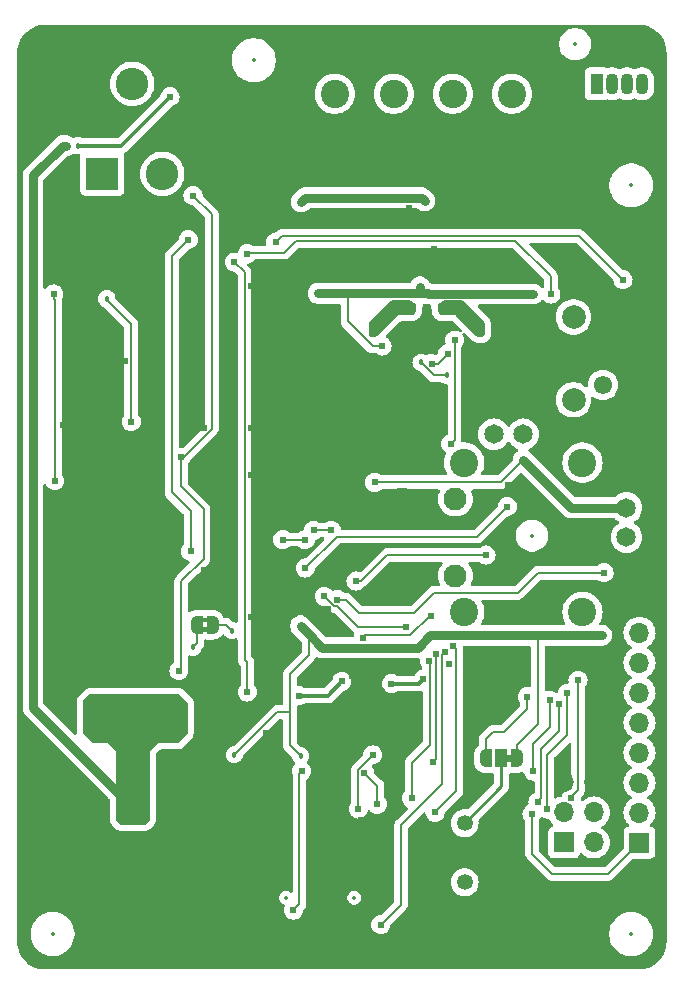
<source format=gbl>
%TF.GenerationSoftware,KiCad,Pcbnew,8.0.6*%
%TF.CreationDate,2024-11-28T22:24:40+00:00*%
%TF.ProjectId,StepUp,53746570-5570-42e6-9b69-6361645f7063,v0.1*%
%TF.SameCoordinates,Original*%
%TF.FileFunction,Copper,L4,Bot*%
%TF.FilePolarity,Positive*%
%FSLAX46Y46*%
G04 Gerber Fmt 4.6, Leading zero omitted, Abs format (unit mm)*
G04 Created by KiCad (PCBNEW 8.0.6) date 2024-11-28 22:24:40*
%MOMM*%
%LPD*%
G01*
G04 APERTURE LIST*
G04 Aperture macros list*
%AMFreePoly0*
4,1,19,0.000000,0.744911,0.071157,0.744911,0.207708,0.704816,0.327430,0.627875,0.420627,0.520320,0.479746,0.390866,0.500000,0.250000,0.500000,-0.250000,0.479746,-0.390866,0.420627,-0.520320,0.327430,-0.627875,0.207708,-0.704816,0.071157,-0.744911,0.000000,-0.744911,0.000000,-0.750000,-0.500000,-0.750000,-0.500000,0.750000,0.000000,0.750000,0.000000,0.744911,0.000000,0.744911,
$1*%
%AMFreePoly1*
4,1,19,0.500000,-0.750000,0.000000,-0.750000,0.000000,-0.744911,-0.071157,-0.744911,-0.207708,-0.704816,-0.327430,-0.627875,-0.420627,-0.520320,-0.479746,-0.390866,-0.500000,-0.250000,-0.500000,0.250000,-0.479746,0.390866,-0.420627,0.520320,-0.327430,0.627875,-0.207708,0.704816,-0.071157,0.744911,0.000000,0.744911,0.000000,0.750000,0.500000,0.750000,0.500000,-0.750000,0.500000,-0.750000,
$1*%
%AMFreePoly2*
4,1,19,0.550000,-0.750000,0.000000,-0.750000,0.000000,-0.744911,-0.071157,-0.744911,-0.207708,-0.704816,-0.327430,-0.627875,-0.420627,-0.520320,-0.479746,-0.390866,-0.500000,-0.250000,-0.500000,0.250000,-0.479746,0.390866,-0.420627,0.520320,-0.327430,0.627875,-0.207708,0.704816,-0.071157,0.744911,0.000000,0.744911,0.000000,0.750000,0.550000,0.750000,0.550000,-0.750000,0.550000,-0.750000,
$1*%
%AMFreePoly3*
4,1,19,0.000000,0.744911,0.071157,0.744911,0.207708,0.704816,0.327430,0.627875,0.420627,0.520320,0.479746,0.390866,0.500000,0.250000,0.500000,-0.250000,0.479746,-0.390866,0.420627,-0.520320,0.327430,-0.627875,0.207708,-0.704816,0.071157,-0.744911,0.000000,-0.744911,0.000000,-0.750000,-0.550000,-0.750000,-0.550000,0.750000,0.000000,0.750000,0.000000,0.744911,0.000000,0.744911,
$1*%
G04 Aperture macros list end*
%TA.AperFunction,EtchedComponent*%
%ADD10C,0.000000*%
%TD*%
%TA.AperFunction,ComponentPad*%
%ADD11O,1.000000X2.100000*%
%TD*%
%TA.AperFunction,ComponentPad*%
%ADD12O,1.000000X1.800000*%
%TD*%
%TA.AperFunction,ComponentPad*%
%ADD13C,0.600000*%
%TD*%
%TA.AperFunction,HeatsinkPad*%
%ADD14C,0.600000*%
%TD*%
%TA.AperFunction,HeatsinkPad*%
%ADD15R,2.500000X1.600000*%
%TD*%
%TA.AperFunction,ComponentPad*%
%ADD16C,1.550000*%
%TD*%
%TA.AperFunction,ComponentPad*%
%ADD17C,2.000000*%
%TD*%
%TA.AperFunction,ComponentPad*%
%ADD18C,1.350000*%
%TD*%
%TA.AperFunction,ComponentPad*%
%ADD19C,1.650000*%
%TD*%
%TA.AperFunction,ComponentPad*%
%ADD20C,1.950000*%
%TD*%
%TA.AperFunction,ComponentPad*%
%ADD21C,2.400000*%
%TD*%
%TA.AperFunction,ComponentPad*%
%ADD22R,1.070000X1.800000*%
%TD*%
%TA.AperFunction,ComponentPad*%
%ADD23O,1.070000X1.800000*%
%TD*%
%TA.AperFunction,ComponentPad*%
%ADD24R,2.745000X2.745000*%
%TD*%
%TA.AperFunction,ComponentPad*%
%ADD25C,2.745000*%
%TD*%
%TA.AperFunction,SMDPad,CuDef*%
%ADD26FreePoly0,0.000000*%
%TD*%
%TA.AperFunction,SMDPad,CuDef*%
%ADD27FreePoly1,0.000000*%
%TD*%
%TA.AperFunction,ComponentPad*%
%ADD28R,1.700000X1.700000*%
%TD*%
%TA.AperFunction,ComponentPad*%
%ADD29O,1.700000X1.700000*%
%TD*%
%TA.AperFunction,SMDPad,CuDef*%
%ADD30FreePoly2,180.000000*%
%TD*%
%TA.AperFunction,SMDPad,CuDef*%
%ADD31R,1.000000X1.500000*%
%TD*%
%TA.AperFunction,SMDPad,CuDef*%
%ADD32FreePoly3,180.000000*%
%TD*%
%TA.AperFunction,ViaPad*%
%ADD33C,0.610000*%
%TD*%
%TA.AperFunction,ViaPad*%
%ADD34C,0.457200*%
%TD*%
%TA.AperFunction,Conductor*%
%ADD35C,0.203200*%
%TD*%
%TA.AperFunction,Conductor*%
%ADD36C,0.762000*%
%TD*%
%TA.AperFunction,Conductor*%
%ADD37C,0.152400*%
%TD*%
%TA.AperFunction,Conductor*%
%ADD38C,0.304800*%
%TD*%
%TA.AperFunction,Conductor*%
%ADD39C,0.254000*%
%TD*%
%ADD40C,0.300000*%
%ADD41C,0.254000*%
%ADD42C,0.350000*%
%ADD43O,0.600000X1.700000*%
%ADD44O,0.600000X1.400000*%
G04 APERTURE END LIST*
D10*
%TA.AperFunction,EtchedComponent*%
%TO.C,JP1*%
G36*
X72550000Y-100700000D02*
G01*
X72050000Y-100700000D01*
X72050000Y-100300000D01*
X72550000Y-100300000D01*
X72550000Y-100700000D01*
G37*
%TD.AperFunction*%
%TA.AperFunction,EtchedComponent*%
G36*
X72550000Y-101500000D02*
G01*
X72050000Y-101500000D01*
X72050000Y-101100000D01*
X72550000Y-101100000D01*
X72550000Y-101500000D01*
G37*
%TD.AperFunction*%
%TA.AperFunction,EtchedComponent*%
%TO.C,JP2*%
G36*
X98300000Y-112500000D02*
G01*
X97800000Y-112500000D01*
X97800000Y-111900000D01*
X98300000Y-111900000D01*
X98300000Y-112500000D01*
G37*
%TD.AperFunction*%
%TD*%
D11*
%TO.P,J1,S1,SHIELD*%
%TO.N,GND*%
X77738000Y-123525000D03*
D12*
X77738000Y-127705000D03*
D11*
X86378000Y-123525000D03*
D12*
X86378000Y-127705000D03*
%TD*%
D13*
%TO.P,U3,57,GND*%
%TO.N,GND*%
X84730000Y-107774000D03*
X86005000Y-107774000D03*
X87280000Y-107774000D03*
X84730000Y-106499000D03*
X86005000Y-106499000D03*
X87280000Y-106499000D03*
X84730000Y-105224000D03*
X86005000Y-105224000D03*
X87280000Y-105224000D03*
%TD*%
D14*
%TO.P,U7,13,PGND*%
%TO.N,GND*%
X61761000Y-76530000D03*
X62711000Y-76530000D03*
X63661000Y-76530000D03*
D15*
X62711000Y-76030000D03*
D14*
X61761000Y-75530000D03*
X62711000Y-75530000D03*
X63661000Y-75530000D03*
%TD*%
D16*
%TO.P,SW3,1*%
%TO.N,GND*%
X106005000Y-76100000D03*
%TO.P,SW3,2*%
%TO.N,Net-(D13-Pad3)*%
X106005000Y-80600000D03*
D17*
%TO.P,SW3,3*%
%TO.N,N/C*%
X103515000Y-74845000D03*
%TO.P,SW3,4*%
X103515000Y-81855000D03*
%TD*%
D18*
%TO.P,BZ1,1,1*%
%TO.N,Net-(Q7-D)*%
X94300000Y-122700000D03*
%TO.P,BZ1,2,2*%
%TO.N,Net-(JP2-C)*%
X94300000Y-117700000D03*
%TD*%
D19*
%TO.P,JOY1,1,1*%
%TO.N,+3V3*%
X108000000Y-91000000D03*
%TO.P,JOY1,2,2*%
%TO.N,JOY_AXIS_MCU_H*%
X108000000Y-93500000D03*
%TO.P,JOY1,3,3*%
%TO.N,GND*%
X108000000Y-96000000D03*
%TO.P,JOY1,11,1'*%
%TO.N,+3V3*%
X96770000Y-84770000D03*
%TO.P,JOY1,12,2'*%
%TO.N,JOY_AXIS_MCU_V*%
X99270000Y-84770000D03*
%TO.P,JOY1,13,3'*%
%TO.N,GND*%
X101770000Y-84770000D03*
D20*
%TO.P,JOY1,A1,COM_1*%
%TO.N,JOY_MCU_BTN*%
X93520000Y-96750000D03*
%TO.P,JOY1,B1,COM_2*%
X93520000Y-90250000D03*
%TO.P,JOY1,C1,NO_1*%
%TO.N,GND*%
X89020000Y-96750000D03*
%TO.P,JOY1,D1,NO_2*%
X89020000Y-90250000D03*
D21*
%TO.P,JOY1,MH1,MH1*%
%TO.N,unconnected-(JOY1-PadMH1)*%
X104270000Y-87175000D03*
%TO.P,JOY1,MH2,MH2*%
%TO.N,unconnected-(JOY1-PadMH2)*%
X104270000Y-99825000D03*
%TO.P,JOY1,MH3,MH3*%
%TO.N,unconnected-(JOY1-PadMH3)*%
X94270000Y-99825000D03*
%TO.P,JOY1,MH4,MH4*%
%TO.N,unconnected-(JOY1-PadMH4)*%
X94270000Y-87175000D03*
%TD*%
D22*
%TO.P,D14,1,A*%
%TO.N,+3V3*%
X105500000Y-55100000D03*
D23*
%TO.P,D14,2,RK*%
%TO.N,Net-(D14-RK)*%
X106770000Y-55100000D03*
%TO.P,D14,3,GK*%
%TO.N,Net-(D14-GK)*%
X108040000Y-55100000D03*
%TO.P,D14,4,BK*%
%TO.N,Net-(D14-BK)*%
X109310000Y-55100000D03*
%TD*%
D21*
%TO.P,J4,1,1*%
%TO.N,/Motor Driver/OA2_OUT*%
X83300000Y-55950000D03*
%TO.P,J4,2,2*%
%TO.N,/Motor Driver/OA1_OUT*%
X88300000Y-55950000D03*
%TO.P,J4,3,3*%
%TO.N,/Motor Driver/OB1_OUT*%
X93300000Y-55950000D03*
%TO.P,J4,4,4*%
%TO.N,/Motor Driver/OB2_OUT*%
X98300000Y-55950000D03*
%TD*%
D24*
%TO.P,BT2,1,1*%
%TO.N,/Power/VBAT_PACK_NEG*%
X68698000Y-108720000D03*
D25*
%TO.P,BT2,2,2*%
X63618000Y-108720000D03*
%TO.P,BT2,3,3*%
X66158000Y-116340000D03*
%TD*%
D26*
%TO.P,JP1,2,B*%
%TO.N,V_USB*%
X72950000Y-100900000D03*
D27*
%TO.P,JP1,1,A*%
%TO.N,Net-(D11-A)*%
X71650000Y-100900000D03*
%TD*%
D28*
%TO.P,J2,1,Pin_1*%
%TO.N,/MCU/SWCLK*%
X102700000Y-119340000D03*
D29*
%TO.P,J2,2,Pin_2*%
%TO.N,/MCU/UART_0_TX*%
X105240000Y-119340000D03*
%TO.P,J2,3,Pin_3*%
%TO.N,/MCU/SWD*%
X102700000Y-116800000D03*
%TO.P,J2,4,Pin_4*%
%TO.N,/MCU/UART_0_RX*%
X105240000Y-116800000D03*
%TO.P,J2,5,Pin_5*%
%TO.N,GND*%
X102700000Y-114260000D03*
%TO.P,J2,6,Pin_6*%
X105240000Y-114260000D03*
%TD*%
D30*
%TO.P,JP2,1,A*%
%TO.N,+3V3*%
X98700000Y-112200000D03*
D31*
%TO.P,JP2,2,C*%
%TO.N,Net-(JP2-C)*%
X97400000Y-112200000D03*
D32*
%TO.P,JP2,3,B*%
%TO.N,VMotor*%
X96100000Y-112200000D03*
%TD*%
D24*
%TO.P,BT1,1,1*%
%TO.N,/Power/VBAT_PACK_POS*%
X63618000Y-62720000D03*
D25*
%TO.P,BT1,2,2*%
X68698000Y-62720000D03*
%TO.P,BT1,3,3*%
X66158000Y-55100000D03*
%TD*%
D28*
%TO.P,J3,1,Pin_1*%
%TO.N,/MCU/GPIO2*%
X109100000Y-119350000D03*
D29*
%TO.P,J3,2,Pin_2*%
%TO.N,/MCU/GPIO9*%
X109100000Y-116810000D03*
%TO.P,J3,3,Pin_3*%
%TO.N,/MCU/GPIO10*%
X109100000Y-114270000D03*
%TO.P,J3,4,Pin_4*%
%TO.N,/MCU/GPIO11*%
X109100000Y-111730000D03*
%TO.P,J3,5,Pin_5*%
%TO.N,/MCU/GPIO12*%
X109100000Y-109190000D03*
%TO.P,J3,6,Pin_6*%
%TO.N,/MCU/GPIO13*%
X109100000Y-106650000D03*
%TO.P,J3,7,Pin_7*%
%TO.N,/MCU/GPIO14*%
X109100000Y-104110000D03*
%TO.P,J3,8,Pin_8*%
%TO.N,/MCU/GPIO15*%
X109100000Y-101570000D03*
%TD*%
D33*
%TO.N,GND*%
X95050000Y-83175000D03*
X94275000Y-83200000D03*
%TO.N,+3V3*%
X86675000Y-88850000D03*
%TO.N,GND*%
X77450000Y-110050000D03*
X81025000Y-111200000D03*
X88175000Y-112725000D03*
X78600000Y-117550000D03*
X84450000Y-117800000D03*
X85475000Y-118700000D03*
X85525000Y-117425000D03*
X91700000Y-75350000D03*
X91700000Y-76550000D03*
X90500000Y-76550000D03*
X90500000Y-75350000D03*
X91100000Y-75950000D03*
X96000000Y-78300000D03*
X96000000Y-77400000D03*
%TO.N,/Motor Driver/TMC_VCC_IO*%
X92850000Y-77950000D03*
X91500000Y-78800000D03*
%TO.N,GND*%
X83900000Y-78600000D03*
X83900000Y-79900000D03*
X84800000Y-84500000D03*
X85600000Y-84200000D03*
%TO.N,VMotor*%
X87300000Y-77300000D03*
X90900000Y-65000000D03*
X80457400Y-65100000D03*
%TO.N,GND*%
X90400000Y-69600000D03*
X91700000Y-69100000D03*
X89600000Y-65600000D03*
X92500000Y-65600000D03*
X80300000Y-77100000D03*
X64600000Y-78500000D03*
X65500000Y-78600000D03*
X67200000Y-81100000D03*
X61200000Y-84000000D03*
X60300000Y-84000000D03*
X59100000Y-67500000D03*
X59100000Y-69400000D03*
X60000000Y-70900000D03*
X60000000Y-72000000D03*
%TO.N,+3V3*%
X70900000Y-68300000D03*
X71100000Y-94700000D03*
%TO.N,GND*%
X107100000Y-87900000D03*
X98000000Y-89100000D03*
X87000000Y-98700000D03*
X93000000Y-104200000D03*
X97500000Y-103200000D03*
X98700000Y-104600000D03*
X95200000Y-108200000D03*
X96200000Y-108200000D03*
X81900000Y-99600000D03*
X82700000Y-99600000D03*
X78100000Y-102600000D03*
X78100000Y-103500000D03*
X77100000Y-107600000D03*
X77100000Y-106600000D03*
D34*
%TO.N,+3V3*%
X74800000Y-111900000D03*
X80400000Y-112000000D03*
D33*
%TO.N,MCU_PWR_CTRL*%
X74800000Y-70200000D03*
X75900000Y-106600000D03*
%TO.N,GND*%
X108193213Y-124255000D03*
X108193213Y-84255000D03*
X108193213Y-80255000D03*
X108193213Y-68255000D03*
X108193213Y-60255000D03*
X108193213Y-52255000D03*
X104193213Y-128255000D03*
X104193213Y-124255000D03*
X104193213Y-92255000D03*
X100193213Y-128255000D03*
X100193213Y-124255000D03*
X100193213Y-100255000D03*
X100193213Y-80255000D03*
X100193213Y-52255000D03*
X96193213Y-128255000D03*
X96193213Y-124255000D03*
X96193213Y-52255000D03*
X92193213Y-124255000D03*
X92193213Y-52255000D03*
X88193213Y-92255000D03*
X88193213Y-80255000D03*
X88193213Y-52255000D03*
X84193213Y-128255000D03*
X84193213Y-52255000D03*
X80193213Y-128255000D03*
X80193213Y-56255000D03*
X80193213Y-52255000D03*
X76193213Y-128255000D03*
X76193213Y-100255000D03*
X76193213Y-88255000D03*
X76193213Y-84255000D03*
X76193213Y-72255000D03*
X76193213Y-56255000D03*
X72193213Y-96255000D03*
X72193213Y-84255000D03*
X72193213Y-56255000D03*
X72193213Y-52255000D03*
X68193213Y-128255000D03*
X68193213Y-124255000D03*
X68193213Y-84255000D03*
X64193213Y-124255000D03*
X60193213Y-124255000D03*
%TO.N,MCU_LED_STATUS_3*%
X103308918Y-115600000D03*
X103900000Y-105600000D03*
%TO.N,MCU_LED_STATUS_2*%
X101300000Y-116500000D03*
X103000000Y-106700000D03*
%TO.N,MCU_LED_STATUS_1*%
X100500000Y-115900000D03*
X102300000Y-107600000D03*
D34*
%TO.N,Net-(D11-A)*%
X71300000Y-102800000D03*
%TO.N,V_USB*%
X74600000Y-101400000D03*
%TO.N,+3V3*%
X99250000Y-86950000D03*
D33*
%TO.N,GND*%
X90425713Y-107632600D03*
D34*
%TO.N,/Power/VBAT_PACK_NEG*%
X61550000Y-60350000D03*
D33*
X60570000Y-60350000D03*
X69350000Y-56200000D03*
%TO.N,+3V3*%
X81000000Y-101600000D03*
X80400000Y-101000000D03*
X105800000Y-101800000D03*
%TO.N,+1V1*%
X83900000Y-105700000D03*
X80242433Y-106909800D03*
X88100000Y-105900000D03*
X90800000Y-105500000D03*
%TO.N,/MCU/~{USB_BOOT}*%
X80500000Y-113300000D03*
X79800000Y-125066400D03*
%TO.N,/MCU/SWCLK*%
X91300000Y-104000000D03*
X89800000Y-115600000D03*
%TO.N,/MCU/RUN*%
X92609636Y-103197343D03*
X87200000Y-126300000D03*
%TO.N,/MCU/SWD*%
X91874662Y-103400000D03*
X91600000Y-112533600D03*
%TO.N,Vbat*%
X70100000Y-104800000D03*
X70300000Y-86700000D03*
X71300000Y-64566400D03*
%TO.N,VMotor*%
X91200000Y-72900000D03*
X81876685Y-72853697D03*
X90500000Y-72300000D03*
X99600000Y-107000000D03*
X100100000Y-72900000D03*
D34*
%TO.N,TMC_EN*%
X90600000Y-78700000D03*
X92800000Y-79800000D03*
D33*
%TO.N,TMC_DIR*%
X83000000Y-92900000D03*
X81500000Y-92900000D03*
%TO.N,TMC_UART_RX*%
X96100000Y-95000000D03*
X85100000Y-97200000D03*
%TO.N,TMC_UART_TX*%
X85693294Y-102002915D03*
X91427313Y-100127313D03*
%TO.N,TMC_DIAG*%
X93100000Y-85600000D03*
X93453262Y-76805290D03*
%TO.N,Net-(D13-Pad3)*%
X107700000Y-71700000D03*
X78300000Y-68500000D03*
%TO.N,MCU_BOOST_EN*%
X59500000Y-72900000D03*
X82400000Y-98500000D03*
X59600000Y-88700000D03*
X89308365Y-101108365D03*
%TO.N,VBAT_MONITOR*%
X80800000Y-93700000D03*
X78900000Y-93700000D03*
%TO.N,VUSB_MONITOR*%
X86900000Y-116100000D03*
X85800000Y-113422687D03*
D34*
%TO.N,/Motor Driver/BRA*%
X86400000Y-75700000D03*
X89400000Y-73800000D03*
X89700000Y-74300000D03*
X90000000Y-73900000D03*
X86600000Y-76200000D03*
X86900000Y-75700000D03*
X86700000Y-75200000D03*
%TO.N,/Motor Driver/BRB*%
X92400000Y-74400000D03*
X95700000Y-75700000D03*
X92200000Y-73900000D03*
X95500000Y-76200000D03*
X95200000Y-75700000D03*
X95500000Y-75200000D03*
X92700000Y-73800000D03*
D33*
%TO.N,BUZZER*%
X91800000Y-116800000D03*
X93300000Y-102700000D03*
%TO.N,JOY_AXIS_MCU_H*%
X106100000Y-96500000D03*
X83522687Y-98777313D03*
%TO.N,JOY_AXIS_MCU_V*%
X80800000Y-96100000D03*
X97900000Y-90900000D03*
%TO.N,Net-(U7-OVP)*%
X66067000Y-83700000D03*
D34*
X64000000Y-73300000D03*
D33*
%TO.N,/MCU/GPIO2*%
X100000000Y-116900000D03*
%TO.N,MCU_PWR_BTN*%
X100100000Y-113300000D03*
X75900000Y-69500000D03*
X101500000Y-107300000D03*
X101600000Y-72900000D03*
%TO.N,MCU_PWR_CTRL*%
X85300000Y-116500000D03*
X86519300Y-111919300D03*
%TD*%
D35*
%TO.N,+3V3*%
X97350000Y-88850000D02*
X86675000Y-88850000D01*
X99250000Y-86950000D02*
X97350000Y-88850000D01*
%TO.N,/Motor Driver/TMC_VCC_IO*%
X92000000Y-78800000D02*
X92850000Y-77950000D01*
X91500000Y-78800000D02*
X92000000Y-78800000D01*
%TO.N,VMotor*%
X86500000Y-77300000D02*
X87300000Y-77300000D01*
X84400000Y-75200000D02*
X86500000Y-77300000D01*
X84400000Y-72853697D02*
X84400000Y-75200000D01*
D36*
X84400000Y-72853697D02*
X81876685Y-72853697D01*
X90500000Y-72853697D02*
X84400000Y-72853697D01*
X90661600Y-64761600D02*
X80795800Y-64761600D01*
X90900000Y-65000000D02*
X90661600Y-64761600D01*
X80795800Y-64761600D02*
X80457400Y-65100000D01*
D37*
%TO.N,MCU_PWR_BTN*%
X79000000Y-69400000D02*
X76000000Y-69400000D01*
X80000000Y-68400000D02*
X79000000Y-69400000D01*
X76000000Y-69400000D02*
X75900000Y-69500000D01*
X98600000Y-68400000D02*
X80000000Y-68400000D01*
X101600000Y-72900000D02*
X101600000Y-71400000D01*
X101600000Y-71400000D02*
X98600000Y-68400000D01*
%TO.N,Net-(D13-Pad3)*%
X78800000Y-68000000D02*
X104000000Y-68000000D01*
X104000000Y-68000000D02*
X107700000Y-71700000D01*
X78300000Y-68500000D02*
X78800000Y-68000000D01*
%TO.N,+3V3*%
X69500000Y-69700000D02*
X70900000Y-68300000D01*
X69500000Y-89700000D02*
X69500000Y-69700000D01*
X71100000Y-91300000D02*
X69500000Y-89700000D01*
X71100000Y-94700000D02*
X71100000Y-91300000D01*
%TO.N,Vbat*%
X70300000Y-104600000D02*
X70100000Y-104800000D01*
X72200000Y-95300000D02*
X70300000Y-97200000D01*
X72200000Y-91100000D02*
X72200000Y-95300000D01*
X70300000Y-89200000D02*
X72200000Y-91100000D01*
X70300000Y-86700000D02*
X70300000Y-89200000D01*
X70300000Y-97200000D02*
X70300000Y-104600000D01*
X72900000Y-84302838D02*
X70502838Y-86700000D01*
X70502838Y-86700000D02*
X70300000Y-86700000D01*
X72900000Y-66166400D02*
X72900000Y-84302838D01*
X71300000Y-64566400D02*
X72900000Y-66166400D01*
%TO.N,BUZZER*%
X93600000Y-115000000D02*
X91800000Y-116800000D01*
X93600000Y-103000000D02*
X93600000Y-115000000D01*
X93300000Y-102700000D02*
X93600000Y-103000000D01*
%TO.N,MCU_BOOST_EN*%
X85308365Y-101108365D02*
X89308365Y-101108365D01*
X83510913Y-99310913D02*
X85308365Y-101108365D01*
X83210913Y-99310913D02*
X83510913Y-99310913D01*
X82400000Y-98500000D02*
X83210913Y-99310913D01*
%TO.N,+3V3*%
X78400000Y-108300000D02*
X74800000Y-111900000D01*
X79500000Y-108300000D02*
X78400000Y-108300000D01*
X79500000Y-108300000D02*
X79500000Y-111100000D01*
X79500000Y-105100000D02*
X79500000Y-108300000D01*
X79500000Y-111100000D02*
X80400000Y-112000000D01*
X81100000Y-101700000D02*
X81100000Y-103500000D01*
X81100000Y-103500000D02*
X79500000Y-105100000D01*
X81000000Y-101600000D02*
X81100000Y-101700000D01*
%TO.N,/MCU/~{USB_BOOT}*%
X80300000Y-113500000D02*
X80300000Y-124566400D01*
X80500000Y-113300000D02*
X80300000Y-113500000D01*
X80300000Y-124566400D02*
X79800000Y-125066400D01*
%TO.N,MCU_PWR_CTRL*%
X75659613Y-71059613D02*
X74800000Y-70200000D01*
X75659613Y-103859613D02*
X75659613Y-71059613D01*
X75900000Y-104100000D02*
X75659613Y-103859613D01*
X75900000Y-106600000D02*
X75900000Y-104100000D01*
%TO.N,MCU_LED_STATUS_3*%
X103900000Y-114900000D02*
X103900000Y-105600000D01*
X103308918Y-115491082D02*
X103900000Y-114900000D01*
X103308918Y-115600000D02*
X103308918Y-115491082D01*
%TO.N,MCU_LED_STATUS_1*%
X100800000Y-115600000D02*
X100500000Y-115900000D01*
X102300000Y-109900000D02*
X100800000Y-111400000D01*
X102300000Y-107600000D02*
X102300000Y-109900000D01*
X100800000Y-111400000D02*
X100800000Y-115600000D01*
%TO.N,/MCU/SWD*%
X91900000Y-112233600D02*
X91900000Y-103425338D01*
X91600000Y-112533600D02*
X91900000Y-112233600D01*
X91900000Y-103425338D02*
X91874662Y-103400000D01*
%TO.N,MCU_PWR_CTRL*%
X85266400Y-116266400D02*
X85300000Y-116300000D01*
X85266400Y-113172200D02*
X85266400Y-116266400D01*
X86519300Y-111919300D02*
X85266400Y-113172200D01*
X85300000Y-116300000D02*
X85300000Y-116500000D01*
%TO.N,MCU_PWR_BTN*%
X100100000Y-111000000D02*
X101500000Y-109600000D01*
X101500000Y-109600000D02*
X101500000Y-107300000D01*
X100100000Y-113300000D02*
X100100000Y-111000000D01*
%TO.N,MCU_LED_STATUS_2*%
X101300000Y-111900000D02*
X101300000Y-116500000D01*
X103000000Y-106700000D02*
X103000000Y-110200000D01*
X103000000Y-110200000D02*
X101600000Y-111600000D01*
X101600000Y-111600000D02*
X101300000Y-111900000D01*
%TO.N,VUSB_MONITOR*%
X85800000Y-113422687D02*
X86900000Y-114522687D01*
X86900000Y-114522687D02*
X86900000Y-116100000D01*
%TO.N,Net-(D11-A)*%
X71650000Y-102450000D02*
X71300000Y-102800000D01*
X71650000Y-100900000D02*
X71650000Y-102450000D01*
%TO.N,V_USB*%
X74100000Y-100900000D02*
X72950000Y-100900000D01*
X74600000Y-101400000D02*
X74100000Y-100900000D01*
D36*
%TO.N,+3V3*%
X99250000Y-86950000D02*
X103300000Y-91000000D01*
X103300000Y-91000000D02*
X108000000Y-91000000D01*
%TO.N,/Power/VBAT_PACK_NEG*%
X66158000Y-116340000D02*
X57750000Y-107932000D01*
X60250000Y-60350000D02*
X60570000Y-60350000D01*
X57750000Y-62850000D02*
X60250000Y-60350000D01*
X57750000Y-107932000D02*
X57750000Y-62850000D01*
D38*
X65200000Y-60350000D02*
X69350000Y-56200000D01*
X61550000Y-60350000D02*
X65200000Y-60350000D01*
D36*
%TO.N,+3V3*%
X82241315Y-102841315D02*
X90358685Y-102841315D01*
D35*
X100900000Y-101800000D02*
X100500000Y-102200000D01*
D36*
X105800000Y-101800000D02*
X105900000Y-101800000D01*
D35*
X100500000Y-109300000D02*
X98700000Y-111100000D01*
D36*
X100900000Y-101800000D02*
X105800000Y-101800000D01*
X91400000Y-101800000D02*
X98700000Y-101800000D01*
X80400000Y-101000000D02*
X81000000Y-101600000D01*
D35*
X100500000Y-102200000D02*
X100500000Y-109300000D01*
D36*
X98700000Y-101800000D02*
X100900000Y-101800000D01*
D35*
X98700000Y-111100000D02*
X98700000Y-112200000D01*
D36*
X81000000Y-101600000D02*
X82241315Y-102841315D01*
X90358685Y-102841315D02*
X91400000Y-101800000D01*
D38*
%TO.N,+1V1*%
X88100000Y-105900000D02*
X90400000Y-105900000D01*
X80242433Y-106909800D02*
X82690200Y-106909800D01*
X82690200Y-106909800D02*
X83900000Y-105700000D01*
X90400000Y-105900000D02*
X90800000Y-105500000D01*
D37*
%TO.N,/MCU/SWCLK*%
X89892113Y-115507887D02*
X89800000Y-115600000D01*
X91300000Y-104000000D02*
X91333600Y-104033600D01*
X91333600Y-104033600D02*
X91333600Y-111066400D01*
X89800000Y-112600000D02*
X89800000Y-115600000D01*
X91333600Y-111066400D02*
X89800000Y-112600000D01*
D39*
%TO.N,Net-(JP2-C)*%
X97400000Y-114600000D02*
X94300000Y-117700000D01*
X97400000Y-112200000D02*
X97400000Y-114600000D01*
D37*
%TO.N,/MCU/RUN*%
X88900000Y-117900000D02*
X88900000Y-124600000D01*
X92408262Y-103398717D02*
X92408262Y-114391738D01*
X92609636Y-103197343D02*
X92408262Y-103398717D01*
X92408262Y-114391738D02*
X88900000Y-117900000D01*
X88900000Y-124600000D02*
X87200000Y-126300000D01*
D36*
%TO.N,VMotor*%
X91200000Y-72900000D02*
X91153697Y-72853697D01*
X91200000Y-72900000D02*
X100100000Y-72900000D01*
D35*
X96700000Y-110000000D02*
X96100000Y-110600000D01*
X96100000Y-110600000D02*
X96100000Y-112200000D01*
X99600000Y-107000000D02*
X99600000Y-108000000D01*
D36*
X90500000Y-72300000D02*
X90500000Y-72853697D01*
X91153697Y-72853697D02*
X90500000Y-72853697D01*
D35*
X99600000Y-108000000D02*
X97600000Y-110000000D01*
X97600000Y-110000000D02*
X96700000Y-110000000D01*
D37*
%TO.N,TMC_EN*%
X91700000Y-79800000D02*
X90600000Y-78700000D01*
X92800000Y-79800000D02*
X91700000Y-79800000D01*
%TO.N,TMC_DIR*%
X81500000Y-92900000D02*
X83000000Y-92900000D01*
%TO.N,TMC_UART_RX*%
X85500000Y-97200000D02*
X87700000Y-95000000D01*
X87700000Y-95000000D02*
X96100000Y-95000000D01*
X85100000Y-97200000D02*
X85500000Y-97200000D01*
%TO.N,TMC_UART_TX*%
X91427313Y-100127313D02*
X91372687Y-100127313D01*
X85896209Y-101800000D02*
X85693294Y-102002915D01*
X89700000Y-101800000D02*
X85896209Y-101800000D01*
X91372687Y-100127313D02*
X89700000Y-101800000D01*
%TO.N,TMC_DIAG*%
X93100000Y-85600000D02*
X93453262Y-85246738D01*
X93453262Y-85246738D02*
X93453262Y-76805290D01*
%TO.N,MCU_BOOST_EN*%
X59500000Y-72900000D02*
X59500000Y-73300000D01*
X59600000Y-88500000D02*
X59600000Y-88700000D01*
X59600000Y-73400000D02*
X59600000Y-88500000D01*
X59500000Y-73300000D02*
X59600000Y-73400000D01*
%TO.N,VBAT_MONITOR*%
X80800000Y-93700000D02*
X78900000Y-93700000D01*
%TO.N,JOY_AXIS_MCU_H*%
X84250000Y-98777313D02*
X83522687Y-98777313D01*
X98800000Y-98200000D02*
X91700000Y-98200000D01*
X106100000Y-96500000D02*
X100500000Y-96500000D01*
X90000000Y-99900000D02*
X85372687Y-99900000D01*
X85372687Y-99900000D02*
X84250000Y-98777313D01*
X91700000Y-98200000D02*
X90000000Y-99900000D01*
X100500000Y-96500000D02*
X98800000Y-98200000D01*
%TO.N,JOY_AXIS_MCU_V*%
X97900000Y-90900000D02*
X95366400Y-93433600D01*
X95366400Y-93433600D02*
X83466400Y-93433600D01*
X83466400Y-93433600D02*
X80800000Y-96100000D01*
%TO.N,Net-(U7-OVP)*%
X64000000Y-73300000D02*
X64000000Y-73400000D01*
X66067000Y-75467000D02*
X66067000Y-83700000D01*
X64000000Y-73400000D02*
X66067000Y-75467000D01*
%TO.N,/MCU/GPIO2*%
X106450000Y-122000000D02*
X109100000Y-119350000D01*
X100000000Y-120300000D02*
X101700000Y-122000000D01*
X101700000Y-122000000D02*
X106450000Y-122000000D01*
X100000000Y-116900000D02*
X100000000Y-120300000D01*
%TD*%
%TA.AperFunction,Conductor*%
%TO.N,/Power/VBAT_PACK_NEG*%
G36*
X70115677Y-106769685D02*
G01*
X70136319Y-106786319D01*
X70813681Y-107463681D01*
X70847166Y-107525004D01*
X70850000Y-107551362D01*
X70850000Y-110098638D01*
X70830315Y-110165677D01*
X70813681Y-110186319D01*
X70086319Y-110913681D01*
X70024996Y-110947166D01*
X69998638Y-110950000D01*
X68350000Y-110950000D01*
X67650000Y-111599999D01*
X67650000Y-117398638D01*
X67630315Y-117465677D01*
X67613681Y-117486319D01*
X67286319Y-117813681D01*
X67224996Y-117847166D01*
X67198638Y-117850000D01*
X65201362Y-117850000D01*
X65134323Y-117830315D01*
X65113681Y-117813681D01*
X64786319Y-117486319D01*
X64752834Y-117424996D01*
X64750000Y-117398638D01*
X64750000Y-111600000D01*
X64100000Y-110950000D01*
X62901362Y-110950000D01*
X62834323Y-110930315D01*
X62813681Y-110913681D01*
X61986319Y-110086319D01*
X61952834Y-110024996D01*
X61950000Y-109998638D01*
X61950000Y-107401362D01*
X61969685Y-107334323D01*
X61986319Y-107313681D01*
X62513681Y-106786319D01*
X62575004Y-106752834D01*
X62601362Y-106750000D01*
X70048638Y-106750000D01*
X70115677Y-106769685D01*
G37*
%TD.AperFunction*%
%TD*%
%TA.AperFunction,Conductor*%
%TO.N,GND*%
G36*
X103242634Y-110875457D02*
G01*
X103298567Y-110917329D01*
X103322984Y-110982793D01*
X103323300Y-110991639D01*
X103323300Y-114609759D01*
X103303615Y-114676798D01*
X103286981Y-114697441D01*
X103211236Y-114773185D01*
X103149912Y-114806669D01*
X103137446Y-114808722D01*
X103128548Y-114809725D01*
X103128545Y-114809725D01*
X102957213Y-114869676D01*
X102803519Y-114966249D01*
X102675167Y-115094601D01*
X102578594Y-115248295D01*
X102528386Y-115391784D01*
X102487664Y-115448560D01*
X102443437Y-115470605D01*
X102236344Y-115526094D01*
X102236335Y-115526098D01*
X102053105Y-115611540D01*
X101984027Y-115622032D01*
X101920243Y-115593512D01*
X101882004Y-115535036D01*
X101876700Y-115499158D01*
X101876700Y-112190239D01*
X101896385Y-112123200D01*
X101913019Y-112102558D01*
X103111619Y-110903958D01*
X103172942Y-110870473D01*
X103242634Y-110875457D01*
G37*
%TD.AperFunction*%
%TA.AperFunction,Conductor*%
G36*
X109039257Y-50111716D02*
G01*
X109052749Y-50111927D01*
X109185019Y-50113996D01*
X109199261Y-50115041D01*
X109489221Y-50153215D01*
X109505112Y-50156376D01*
X109786690Y-50231825D01*
X109802031Y-50237033D01*
X110071340Y-50348584D01*
X110085868Y-50355748D01*
X110212490Y-50428853D01*
X110338311Y-50501496D01*
X110351797Y-50510507D01*
X110583049Y-50687953D01*
X110595244Y-50698648D01*
X110801351Y-50904755D01*
X110812046Y-50916950D01*
X110989492Y-51148202D01*
X110998503Y-51161688D01*
X111144246Y-51414121D01*
X111151418Y-51428665D01*
X111153139Y-51432819D01*
X111262963Y-51697960D01*
X111268177Y-51713318D01*
X111343621Y-51994878D01*
X111346785Y-52010787D01*
X111384957Y-52300736D01*
X111386003Y-52314981D01*
X111388284Y-52460742D01*
X111388299Y-52462682D01*
X111388299Y-127737317D01*
X111388284Y-127739257D01*
X111386003Y-127885018D01*
X111384957Y-127899263D01*
X111346785Y-128189212D01*
X111343621Y-128205121D01*
X111268177Y-128486681D01*
X111262963Y-128502039D01*
X111151420Y-128771330D01*
X111144246Y-128785878D01*
X110998503Y-129038311D01*
X110989492Y-129051797D01*
X110812046Y-129283049D01*
X110801351Y-129295244D01*
X110595244Y-129501351D01*
X110583049Y-129512046D01*
X110351797Y-129689492D01*
X110338311Y-129698503D01*
X110085878Y-129844246D01*
X110071330Y-129851420D01*
X109802039Y-129962963D01*
X109786681Y-129968177D01*
X109505121Y-130043621D01*
X109489212Y-130046785D01*
X109199263Y-130084957D01*
X109185018Y-130086003D01*
X109039258Y-130088284D01*
X109037318Y-130088299D01*
X58762682Y-130088299D01*
X58760742Y-130088284D01*
X58614981Y-130086003D01*
X58600736Y-130084957D01*
X58310787Y-130046785D01*
X58294878Y-130043621D01*
X58013318Y-129968177D01*
X57997960Y-129962963D01*
X57969584Y-129951209D01*
X57728665Y-129851418D01*
X57714125Y-129844248D01*
X57587904Y-129771374D01*
X57461688Y-129698503D01*
X57448202Y-129689492D01*
X57216950Y-129512046D01*
X57204755Y-129501351D01*
X56998648Y-129295244D01*
X56987953Y-129283049D01*
X56810507Y-129051797D01*
X56801496Y-129038311D01*
X56728032Y-128911068D01*
X56655748Y-128785868D01*
X56648584Y-128771340D01*
X56537033Y-128502031D01*
X56531825Y-128486690D01*
X56456376Y-128205112D01*
X56453215Y-128189221D01*
X56415041Y-127899261D01*
X56413996Y-127885017D01*
X56411716Y-127739256D01*
X56411701Y-127737317D01*
X56411701Y-126966755D01*
X57557201Y-126966755D01*
X57557201Y-127209842D01*
X57557202Y-127209858D01*
X57588931Y-127450868D01*
X57651850Y-127685685D01*
X57744876Y-127910271D01*
X57744883Y-127910286D01*
X57866431Y-128120815D01*
X58014423Y-128313679D01*
X58014431Y-128313688D01*
X58186312Y-128485569D01*
X58186320Y-128485576D01*
X58186321Y-128485577D01*
X58207764Y-128502031D01*
X58379184Y-128633568D01*
X58589713Y-128755116D01*
X58589728Y-128755123D01*
X58663978Y-128785878D01*
X58814313Y-128848149D01*
X59049130Y-128911068D01*
X59290151Y-128942799D01*
X59290158Y-128942799D01*
X59533244Y-128942799D01*
X59533251Y-128942799D01*
X59774272Y-128911068D01*
X60009089Y-128848149D01*
X60233685Y-128755118D01*
X60444217Y-128633568D01*
X60637081Y-128485577D01*
X60637085Y-128485572D01*
X60637090Y-128485569D01*
X60808971Y-128313688D01*
X60808974Y-128313683D01*
X60808979Y-128313679D01*
X60956970Y-128120815D01*
X61078520Y-127910283D01*
X61171551Y-127685687D01*
X61234470Y-127450870D01*
X61266201Y-127209849D01*
X61266201Y-126966749D01*
X61234470Y-126725728D01*
X61171551Y-126490911D01*
X61112657Y-126348729D01*
X61078525Y-126266326D01*
X61078518Y-126266311D01*
X60956970Y-126055782D01*
X60843410Y-125907791D01*
X60808979Y-125862919D01*
X60808978Y-125862918D01*
X60808971Y-125862910D01*
X60637090Y-125691029D01*
X60637081Y-125691021D01*
X60444217Y-125543029D01*
X60233688Y-125421481D01*
X60233673Y-125421474D01*
X60009087Y-125328448D01*
X59774270Y-125265529D01*
X59533260Y-125233800D01*
X59533257Y-125233799D01*
X59533251Y-125233799D01*
X59290151Y-125233799D01*
X59290145Y-125233799D01*
X59290141Y-125233800D01*
X59049131Y-125265529D01*
X58814314Y-125328448D01*
X58589728Y-125421474D01*
X58589713Y-125421481D01*
X58379184Y-125543029D01*
X58186320Y-125691021D01*
X58014423Y-125862918D01*
X57866431Y-126055782D01*
X57744883Y-126266311D01*
X57744876Y-126266326D01*
X57651850Y-126490912D01*
X57588931Y-126725729D01*
X57557202Y-126966739D01*
X57557201Y-126966755D01*
X56411701Y-126966755D01*
X56411701Y-108018823D01*
X56868499Y-108018823D01*
X56902374Y-108189118D01*
X56902377Y-108189128D01*
X56968822Y-108349543D01*
X57065295Y-108493926D01*
X57065296Y-108493927D01*
X64208181Y-115636810D01*
X64241666Y-115698133D01*
X64244500Y-115724491D01*
X64244500Y-117398640D01*
X64247397Y-117452688D01*
X64247397Y-117452689D01*
X64250229Y-117479022D01*
X64250232Y-117479049D01*
X64258885Y-117532445D01*
X64258885Y-117532447D01*
X64309165Y-117667249D01*
X64309168Y-117667257D01*
X64342653Y-117728580D01*
X64428877Y-117843761D01*
X64428881Y-117843765D01*
X64428886Y-117843771D01*
X64608118Y-118023002D01*
X64756239Y-118171123D01*
X64756255Y-118171137D01*
X64756262Y-118171144D01*
X64796480Y-118207271D01*
X64796492Y-118207281D01*
X64796500Y-118207288D01*
X64817142Y-118223922D01*
X64861026Y-118255567D01*
X64991903Y-118315338D01*
X65058942Y-118335023D01*
X65058946Y-118335024D01*
X65201362Y-118355500D01*
X65201365Y-118355500D01*
X67198640Y-118355500D01*
X67208786Y-118354955D01*
X67252678Y-118352603D01*
X67252686Y-118352602D01*
X67252688Y-118352602D01*
X67252689Y-118352602D01*
X67259682Y-118351849D01*
X67279036Y-118349769D01*
X67279046Y-118349767D01*
X67279049Y-118349767D01*
X67288648Y-118348211D01*
X67332448Y-118341114D01*
X67467257Y-118290832D01*
X67528580Y-118257347D01*
X67643761Y-118171123D01*
X67971123Y-117843761D01*
X68007288Y-117803500D01*
X68023922Y-117782858D01*
X68055567Y-117738974D01*
X68115338Y-117608097D01*
X68135023Y-117541058D01*
X68135024Y-117541054D01*
X68155500Y-117398638D01*
X68155500Y-111899996D01*
X74066287Y-111899996D01*
X74066287Y-111900003D01*
X74084681Y-112063261D01*
X74084682Y-112063265D01*
X74138947Y-112218347D01*
X74172035Y-112271006D01*
X74226360Y-112357463D01*
X74342537Y-112473640D01*
X74419404Y-112521939D01*
X74477264Y-112558295D01*
X74481654Y-112561053D01*
X74636733Y-112615317D01*
X74636734Y-112615317D01*
X74636738Y-112615318D01*
X74799996Y-112633713D01*
X74800000Y-112633713D01*
X74800004Y-112633713D01*
X74963261Y-112615318D01*
X74963263Y-112615317D01*
X74963267Y-112615317D01*
X75118346Y-112561053D01*
X75257463Y-112473640D01*
X75373640Y-112357463D01*
X75461053Y-112218346D01*
X75515317Y-112063267D01*
X75518459Y-112035375D01*
X75545522Y-111970964D01*
X75553988Y-111961587D01*
X78602558Y-108913019D01*
X78663881Y-108879534D01*
X78690239Y-108876700D01*
X78799300Y-108876700D01*
X78866339Y-108896385D01*
X78912094Y-108949189D01*
X78923300Y-109000700D01*
X78923300Y-111024076D01*
X78923300Y-111175924D01*
X78952441Y-111284681D01*
X78962602Y-111322600D01*
X78962602Y-111322601D01*
X79038522Y-111454098D01*
X79038527Y-111454104D01*
X79646000Y-112061577D01*
X79679485Y-112122900D01*
X79681539Y-112135373D01*
X79684681Y-112163264D01*
X79738948Y-112318348D01*
X79826360Y-112457463D01*
X79927192Y-112558295D01*
X79960677Y-112619618D01*
X79955693Y-112689310D01*
X79927194Y-112733656D01*
X79866247Y-112794604D01*
X79769677Y-112948293D01*
X79709725Y-113119625D01*
X79709724Y-113119630D01*
X79689403Y-113299996D01*
X79689403Y-113300003D01*
X79709724Y-113480366D01*
X79709726Y-113480376D01*
X79716341Y-113499279D01*
X79723300Y-113540234D01*
X79723300Y-123462903D01*
X79703615Y-123529942D01*
X79650811Y-123575697D01*
X79581653Y-123585641D01*
X79531371Y-123564463D01*
X79530860Y-123565349D01*
X79391681Y-123484993D01*
X79391682Y-123484993D01*
X79379595Y-123481754D01*
X79244293Y-123445500D01*
X79091707Y-123445500D01*
X78956404Y-123481754D01*
X78944318Y-123484993D01*
X78812182Y-123561282D01*
X78812176Y-123561287D01*
X78704287Y-123669176D01*
X78704282Y-123669182D01*
X78627993Y-123801318D01*
X78627992Y-123801322D01*
X78588500Y-123948707D01*
X78588500Y-124101293D01*
X78612700Y-124191607D01*
X78627993Y-124248681D01*
X78704282Y-124380817D01*
X78704284Y-124380819D01*
X78704285Y-124380821D01*
X78812179Y-124488715D01*
X78812180Y-124488716D01*
X78812182Y-124488717D01*
X78944318Y-124565006D01*
X78944320Y-124565007D01*
X78944322Y-124565008D01*
X78977732Y-124573960D01*
X79037391Y-124610323D01*
X79067921Y-124673169D01*
X79062680Y-124734688D01*
X79009726Y-124886022D01*
X79009724Y-124886030D01*
X78989403Y-125066396D01*
X78989403Y-125066403D01*
X79009724Y-125246769D01*
X79009725Y-125246774D01*
X79069677Y-125418106D01*
X79166249Y-125571798D01*
X79294601Y-125700150D01*
X79444917Y-125794601D01*
X79448295Y-125796723D01*
X79619625Y-125856674D01*
X79619630Y-125856675D01*
X79799996Y-125876997D01*
X79800000Y-125876997D01*
X79800004Y-125876997D01*
X79980369Y-125856675D01*
X79980372Y-125856674D01*
X79980375Y-125856674D01*
X80151705Y-125796723D01*
X80305399Y-125700150D01*
X80433750Y-125571799D01*
X80530323Y-125418105D01*
X80590274Y-125246775D01*
X80605106Y-125115131D01*
X80632172Y-125050716D01*
X80640645Y-125041331D01*
X80761475Y-124920502D01*
X80837399Y-124788998D01*
X80876700Y-124642324D01*
X80876700Y-124490476D01*
X80876700Y-123948707D01*
X84368500Y-123948707D01*
X84368500Y-124101293D01*
X84392700Y-124191607D01*
X84407993Y-124248681D01*
X84484282Y-124380817D01*
X84484284Y-124380819D01*
X84484285Y-124380821D01*
X84592179Y-124488715D01*
X84592180Y-124488716D01*
X84592182Y-124488717D01*
X84724318Y-124565006D01*
X84724319Y-124565006D01*
X84724322Y-124565008D01*
X84871707Y-124604500D01*
X84871710Y-124604500D01*
X85024290Y-124604500D01*
X85024293Y-124604500D01*
X85171678Y-124565008D01*
X85303821Y-124488715D01*
X85411715Y-124380821D01*
X85488008Y-124248678D01*
X85527500Y-124101293D01*
X85527500Y-123948707D01*
X85488008Y-123801322D01*
X85411715Y-123669179D01*
X85303821Y-123561285D01*
X85303819Y-123561284D01*
X85303817Y-123561282D01*
X85171681Y-123484993D01*
X85171682Y-123484993D01*
X85159595Y-123481754D01*
X85024293Y-123445500D01*
X84871707Y-123445500D01*
X84736404Y-123481754D01*
X84724318Y-123484993D01*
X84592182Y-123561282D01*
X84592176Y-123561287D01*
X84484287Y-123669176D01*
X84484282Y-123669182D01*
X84407993Y-123801318D01*
X84407992Y-123801322D01*
X84368500Y-123948707D01*
X80876700Y-123948707D01*
X80876700Y-116499996D01*
X84489403Y-116499996D01*
X84489403Y-116500003D01*
X84509724Y-116680369D01*
X84509725Y-116680374D01*
X84569677Y-116851706D01*
X84666249Y-117005398D01*
X84794601Y-117133750D01*
X84906351Y-117203968D01*
X84948295Y-117230323D01*
X85119625Y-117290274D01*
X85119630Y-117290275D01*
X85299996Y-117310597D01*
X85300000Y-117310597D01*
X85300004Y-117310597D01*
X85480369Y-117290275D01*
X85480372Y-117290274D01*
X85480375Y-117290274D01*
X85651705Y-117230323D01*
X85805399Y-117133750D01*
X85933750Y-117005399D01*
X86030323Y-116851705D01*
X86090145Y-116680744D01*
X86130867Y-116623967D01*
X86195820Y-116598220D01*
X86264381Y-116611676D01*
X86294868Y-116634017D01*
X86394601Y-116733750D01*
X86541171Y-116825847D01*
X86548295Y-116830323D01*
X86719625Y-116890274D01*
X86719630Y-116890275D01*
X86899996Y-116910597D01*
X86900000Y-116910597D01*
X86900004Y-116910597D01*
X87080369Y-116890275D01*
X87080372Y-116890274D01*
X87080375Y-116890274D01*
X87251705Y-116830323D01*
X87405399Y-116733750D01*
X87533750Y-116605399D01*
X87630323Y-116451705D01*
X87690274Y-116280375D01*
X87690275Y-116280369D01*
X87710597Y-116100003D01*
X87710597Y-116099996D01*
X87690275Y-115919630D01*
X87690274Y-115919625D01*
X87683407Y-115900000D01*
X87630323Y-115748295D01*
X87612311Y-115719630D01*
X87533750Y-115594601D01*
X87513019Y-115573870D01*
X87479534Y-115512547D01*
X87476700Y-115486189D01*
X87476700Y-114446765D01*
X87476700Y-114446763D01*
X87437399Y-114300089D01*
X87361475Y-114168585D01*
X87254102Y-114061212D01*
X86640645Y-113447755D01*
X86607160Y-113386432D01*
X86605106Y-113373956D01*
X86590275Y-113242317D01*
X86590274Y-113242312D01*
X86530322Y-113070979D01*
X86448984Y-112941533D01*
X86429983Y-112874296D01*
X86450350Y-112807461D01*
X86466291Y-112787884D01*
X86494232Y-112759943D01*
X86555553Y-112726460D01*
X86568026Y-112724406D01*
X86608263Y-112719873D01*
X86699669Y-112709575D01*
X86699672Y-112709574D01*
X86699675Y-112709574D01*
X86871005Y-112649623D01*
X87024699Y-112553050D01*
X87153050Y-112424699D01*
X87249623Y-112271005D01*
X87309574Y-112099675D01*
X87313676Y-112063267D01*
X87329897Y-111919303D01*
X87329897Y-111919296D01*
X87309575Y-111738930D01*
X87309574Y-111738925D01*
X87254542Y-111581654D01*
X87249623Y-111567595D01*
X87203754Y-111494596D01*
X87153050Y-111413901D01*
X87024698Y-111285549D01*
X86871006Y-111188977D01*
X86699674Y-111129025D01*
X86699669Y-111129024D01*
X86519304Y-111108703D01*
X86519296Y-111108703D01*
X86338930Y-111129024D01*
X86338925Y-111129025D01*
X86167593Y-111188977D01*
X86013901Y-111285549D01*
X85885549Y-111413901D01*
X85788976Y-111567595D01*
X85729024Y-111738930D01*
X85714192Y-111870571D01*
X85687125Y-111934985D01*
X85678653Y-111944368D01*
X84912298Y-112710725D01*
X84804927Y-112818095D01*
X84804922Y-112818101D01*
X84729002Y-112949598D01*
X84729002Y-112949599D01*
X84729001Y-112949601D01*
X84729001Y-112949602D01*
X84692760Y-113084855D01*
X84689700Y-113096276D01*
X84689700Y-115921805D01*
X84670015Y-115988844D01*
X84668819Y-115990511D01*
X84569677Y-116148293D01*
X84509725Y-116319625D01*
X84509724Y-116319630D01*
X84489403Y-116499996D01*
X80876700Y-116499996D01*
X80876700Y-114083149D01*
X80896385Y-114016110D01*
X80934726Y-113978156D01*
X81005399Y-113933750D01*
X81133750Y-113805399D01*
X81230323Y-113651705D01*
X81290274Y-113480375D01*
X81290274Y-113480372D01*
X81290275Y-113480369D01*
X81310597Y-113300003D01*
X81310597Y-113299996D01*
X81290275Y-113119630D01*
X81290274Y-113119625D01*
X81248415Y-113000000D01*
X81230323Y-112948295D01*
X81220763Y-112933081D01*
X81133750Y-112794601D01*
X81005399Y-112666250D01*
X81005394Y-112666246D01*
X80989330Y-112656152D01*
X80943040Y-112603817D01*
X80932393Y-112534763D01*
X80960770Y-112470915D01*
X80967615Y-112463487D01*
X80973640Y-112457463D01*
X81061053Y-112318346D01*
X81115317Y-112163267D01*
X81119832Y-112123200D01*
X81133713Y-112000003D01*
X81133713Y-111999996D01*
X81115318Y-111836738D01*
X81115317Y-111836734D01*
X81093038Y-111773065D01*
X81061053Y-111681654D01*
X80973640Y-111542537D01*
X80857463Y-111426360D01*
X80747631Y-111357348D01*
X80718348Y-111338948D01*
X80718347Y-111338947D01*
X80718346Y-111338947D01*
X80675407Y-111323922D01*
X80563264Y-111284681D01*
X80535373Y-111281539D01*
X80470959Y-111254471D01*
X80461577Y-111246000D01*
X80113019Y-110897442D01*
X80079534Y-110836119D01*
X80076700Y-110809761D01*
X80076700Y-107840479D01*
X80096385Y-107773440D01*
X80149189Y-107727685D01*
X80214584Y-107717259D01*
X80233024Y-107719336D01*
X80242432Y-107720397D01*
X80242433Y-107720397D01*
X80242436Y-107720397D01*
X80422802Y-107700075D01*
X80422805Y-107700074D01*
X80422808Y-107700074D01*
X80594138Y-107640123D01*
X80687106Y-107581707D01*
X80753079Y-107562700D01*
X82754507Y-107562700D01*
X82839365Y-107545819D01*
X82880644Y-107537609D01*
X82999464Y-107488392D01*
X83106400Y-107416941D01*
X83996379Y-106526960D01*
X84057700Y-106493477D01*
X84070170Y-106491423D01*
X84080375Y-106490274D01*
X84251705Y-106430323D01*
X84405399Y-106333750D01*
X84533750Y-106205399D01*
X84630323Y-106051705D01*
X84690274Y-105880375D01*
X84690275Y-105880369D01*
X84710597Y-105700003D01*
X84710597Y-105699996D01*
X84690275Y-105519630D01*
X84690274Y-105519625D01*
X84630322Y-105348293D01*
X84533750Y-105194601D01*
X84405398Y-105066249D01*
X84251706Y-104969677D01*
X84080374Y-104909725D01*
X84080369Y-104909724D01*
X83900004Y-104889403D01*
X83899996Y-104889403D01*
X83719630Y-104909724D01*
X83719625Y-104909725D01*
X83548293Y-104969677D01*
X83394601Y-105066249D01*
X83266249Y-105194601D01*
X83169676Y-105348295D01*
X83109726Y-105519624D01*
X83109724Y-105519633D01*
X83108575Y-105529831D01*
X83081504Y-105594243D01*
X83073037Y-105603620D01*
X82456078Y-106220581D01*
X82394755Y-106254066D01*
X82368397Y-106256900D01*
X80753079Y-106256900D01*
X80687106Y-106237893D01*
X80594140Y-106179477D01*
X80422807Y-106119525D01*
X80422802Y-106119524D01*
X80242437Y-106099203D01*
X80242436Y-106099203D01*
X80242434Y-106099203D01*
X80242433Y-106099203D01*
X80218886Y-106101855D01*
X80214581Y-106102341D01*
X80145760Y-106090285D01*
X80094381Y-106042935D01*
X80076700Y-105979120D01*
X80076700Y-105390239D01*
X80096385Y-105323200D01*
X80113019Y-105302558D01*
X80834745Y-104580832D01*
X81561475Y-103854102D01*
X81637399Y-103722598D01*
X81643772Y-103698810D01*
X81680135Y-103639151D01*
X81742982Y-103608620D01*
X81812357Y-103616914D01*
X81822007Y-103621549D01*
X81823769Y-103622491D01*
X81886066Y-103648295D01*
X81886067Y-103648295D01*
X81984192Y-103688940D01*
X82153404Y-103722598D01*
X82154490Y-103722814D01*
X82154494Y-103722815D01*
X90381878Y-103722815D01*
X90448917Y-103742500D01*
X90494672Y-103795304D01*
X90505098Y-103860698D01*
X90489403Y-103999996D01*
X90489403Y-104000003D01*
X90509724Y-104180369D01*
X90509725Y-104180374D01*
X90569677Y-104351706D01*
X90666249Y-104505398D01*
X90670587Y-104510837D01*
X90669549Y-104511664D01*
X90699467Y-104566454D01*
X90694483Y-104636146D01*
X90652611Y-104692079D01*
X90619256Y-104709853D01*
X90448297Y-104769675D01*
X90294601Y-104866249D01*
X90166249Y-104994601D01*
X90069676Y-105148294D01*
X90069676Y-105148295D01*
X90064163Y-105164053D01*
X90023442Y-105220830D01*
X89958490Y-105246578D01*
X89947121Y-105247100D01*
X88610646Y-105247100D01*
X88544673Y-105228093D01*
X88451707Y-105169677D01*
X88280374Y-105109725D01*
X88280369Y-105109724D01*
X88100004Y-105089403D01*
X88099996Y-105089403D01*
X87919630Y-105109724D01*
X87919625Y-105109725D01*
X87748293Y-105169677D01*
X87594601Y-105266249D01*
X87466249Y-105394601D01*
X87369677Y-105548293D01*
X87309725Y-105719625D01*
X87309724Y-105719630D01*
X87289403Y-105899996D01*
X87289403Y-105900003D01*
X87309724Y-106080369D01*
X87309725Y-106080374D01*
X87369677Y-106251706D01*
X87466249Y-106405398D01*
X87594601Y-106533750D01*
X87700036Y-106600000D01*
X87748295Y-106630323D01*
X87857916Y-106668681D01*
X87919625Y-106690274D01*
X87919630Y-106690275D01*
X88099996Y-106710597D01*
X88100000Y-106710597D01*
X88100004Y-106710597D01*
X88280369Y-106690275D01*
X88280372Y-106690274D01*
X88280375Y-106690274D01*
X88451705Y-106630323D01*
X88499964Y-106600000D01*
X88544673Y-106571907D01*
X88610646Y-106552900D01*
X90464307Y-106552900D01*
X90570973Y-106531682D01*
X90590444Y-106527809D01*
X90590451Y-106527805D01*
X90596271Y-106526041D01*
X90597062Y-106528648D01*
X90654812Y-106522390D01*
X90717318Y-106553612D01*
X90753022Y-106613670D01*
X90756900Y-106644439D01*
X90756900Y-110776161D01*
X90737215Y-110843200D01*
X90720581Y-110863842D01*
X89338527Y-112245895D01*
X89338522Y-112245901D01*
X89262602Y-112377398D01*
X89262602Y-112377399D01*
X89262601Y-112377401D01*
X89262601Y-112377402D01*
X89236814Y-112473640D01*
X89223300Y-112524076D01*
X89223300Y-114986189D01*
X89203615Y-115053228D01*
X89186981Y-115073870D01*
X89166249Y-115094601D01*
X89069677Y-115248293D01*
X89009725Y-115419625D01*
X89009724Y-115419630D01*
X88989403Y-115599996D01*
X88989403Y-115600003D01*
X89009724Y-115780369D01*
X89009725Y-115780374D01*
X89069677Y-115951706D01*
X89166249Y-116105398D01*
X89294601Y-116233750D01*
X89443025Y-116327012D01*
X89489316Y-116379347D01*
X89499964Y-116448401D01*
X89471589Y-116512249D01*
X89464734Y-116519687D01*
X88545898Y-117438525D01*
X88438527Y-117545895D01*
X88438522Y-117545901D01*
X88362602Y-117677398D01*
X88362602Y-117677399D01*
X88362601Y-117677401D01*
X88362601Y-117677402D01*
X88361529Y-117681402D01*
X88323300Y-117824076D01*
X88323300Y-124309760D01*
X88303615Y-124376799D01*
X88286981Y-124397441D01*
X87225068Y-125459353D01*
X87163745Y-125492838D01*
X87151271Y-125494892D01*
X87019630Y-125509724D01*
X86848295Y-125569676D01*
X86694601Y-125666249D01*
X86566249Y-125794601D01*
X86469677Y-125948293D01*
X86409725Y-126119625D01*
X86409724Y-126119630D01*
X86389403Y-126299996D01*
X86389403Y-126300003D01*
X86409724Y-126480369D01*
X86409725Y-126480374D01*
X86469677Y-126651706D01*
X86566249Y-126805398D01*
X86566250Y-126805399D01*
X86694601Y-126933750D01*
X86848295Y-127030323D01*
X87019625Y-127090274D01*
X87019630Y-127090275D01*
X87199996Y-127110597D01*
X87200000Y-127110597D01*
X87200004Y-127110597D01*
X87380369Y-127090275D01*
X87380372Y-127090274D01*
X87380375Y-127090274D01*
X87551705Y-127030323D01*
X87652872Y-126966755D01*
X106533799Y-126966755D01*
X106533799Y-127209842D01*
X106533800Y-127209858D01*
X106565529Y-127450868D01*
X106628448Y-127685685D01*
X106721474Y-127910271D01*
X106721481Y-127910286D01*
X106843029Y-128120815D01*
X106991021Y-128313679D01*
X106991029Y-128313688D01*
X107162910Y-128485569D01*
X107162918Y-128485576D01*
X107162919Y-128485577D01*
X107184362Y-128502031D01*
X107355782Y-128633568D01*
X107566311Y-128755116D01*
X107566326Y-128755123D01*
X107640576Y-128785878D01*
X107790911Y-128848149D01*
X108025728Y-128911068D01*
X108266749Y-128942799D01*
X108266756Y-128942799D01*
X108509842Y-128942799D01*
X108509849Y-128942799D01*
X108750870Y-128911068D01*
X108985687Y-128848149D01*
X109210283Y-128755118D01*
X109420815Y-128633568D01*
X109613679Y-128485577D01*
X109613683Y-128485572D01*
X109613688Y-128485569D01*
X109785569Y-128313688D01*
X109785572Y-128313683D01*
X109785577Y-128313679D01*
X109933568Y-128120815D01*
X110055118Y-127910283D01*
X110148149Y-127685687D01*
X110211068Y-127450870D01*
X110242799Y-127209849D01*
X110242799Y-126966749D01*
X110211068Y-126725728D01*
X110148149Y-126490911D01*
X110089255Y-126348729D01*
X110055123Y-126266326D01*
X110055116Y-126266311D01*
X109933568Y-126055782D01*
X109820008Y-125907791D01*
X109785577Y-125862919D01*
X109785576Y-125862918D01*
X109785569Y-125862910D01*
X109613688Y-125691029D01*
X109613679Y-125691021D01*
X109420815Y-125543029D01*
X109210286Y-125421481D01*
X109210271Y-125421474D01*
X108985685Y-125328448D01*
X108750868Y-125265529D01*
X108509858Y-125233800D01*
X108509855Y-125233799D01*
X108509849Y-125233799D01*
X108266749Y-125233799D01*
X108266743Y-125233799D01*
X108266739Y-125233800D01*
X108025729Y-125265529D01*
X107790912Y-125328448D01*
X107566326Y-125421474D01*
X107566311Y-125421481D01*
X107355782Y-125543029D01*
X107162918Y-125691021D01*
X106991021Y-125862918D01*
X106843029Y-126055782D01*
X106721481Y-126266311D01*
X106721474Y-126266326D01*
X106628448Y-126490912D01*
X106565529Y-126725729D01*
X106533800Y-126966739D01*
X106533799Y-126966755D01*
X87652872Y-126966755D01*
X87705399Y-126933750D01*
X87833750Y-126805399D01*
X87930323Y-126651705D01*
X87990274Y-126480375D01*
X88005106Y-126348728D01*
X88032172Y-126284315D01*
X88040635Y-126274940D01*
X89361475Y-124954102D01*
X89437399Y-124822598D01*
X89476700Y-124675924D01*
X89476700Y-124524076D01*
X89476700Y-122699999D01*
X93119464Y-122699999D01*
X93119464Y-122700000D01*
X93139564Y-122916918D01*
X93139564Y-122916920D01*
X93139565Y-122916923D01*
X93199183Y-123126459D01*
X93296288Y-123321472D01*
X93427573Y-123495322D01*
X93588568Y-123642088D01*
X93588575Y-123642092D01*
X93588576Y-123642093D01*
X93773786Y-123756770D01*
X93773792Y-123756773D01*
X93796664Y-123765633D01*
X93976931Y-123835470D01*
X94191074Y-123875500D01*
X94191076Y-123875500D01*
X94408924Y-123875500D01*
X94408926Y-123875500D01*
X94623069Y-123835470D01*
X94826210Y-123756772D01*
X95011432Y-123642088D01*
X95172427Y-123495322D01*
X95303712Y-123321472D01*
X95400817Y-123126459D01*
X95460435Y-122916923D01*
X95480536Y-122700000D01*
X95460435Y-122483077D01*
X95400817Y-122273541D01*
X95303712Y-122078528D01*
X95172427Y-121904678D01*
X95011432Y-121757912D01*
X95011428Y-121757909D01*
X95011423Y-121757906D01*
X94826213Y-121643229D01*
X94826207Y-121643226D01*
X94741113Y-121610260D01*
X94623069Y-121564530D01*
X94408926Y-121524500D01*
X94191074Y-121524500D01*
X93976931Y-121564530D01*
X93928130Y-121583435D01*
X93773792Y-121643226D01*
X93773786Y-121643229D01*
X93588576Y-121757906D01*
X93588566Y-121757913D01*
X93427574Y-121904676D01*
X93296288Y-122078527D01*
X93199184Y-122273537D01*
X93139564Y-122483081D01*
X93119464Y-122699999D01*
X89476700Y-122699999D01*
X89476700Y-118190238D01*
X89496385Y-118123199D01*
X89513014Y-118102562D01*
X90789730Y-116825845D01*
X90851051Y-116792362D01*
X90920743Y-116797346D01*
X90976676Y-116839218D01*
X91000629Y-116899644D01*
X91009724Y-116980370D01*
X91009725Y-116980374D01*
X91069677Y-117151706D01*
X91166249Y-117305398D01*
X91294601Y-117433750D01*
X91380674Y-117487834D01*
X91448295Y-117530323D01*
X91619625Y-117590274D01*
X91619630Y-117590275D01*
X91799996Y-117610597D01*
X91800000Y-117610597D01*
X91800004Y-117610597D01*
X91980369Y-117590275D01*
X91980372Y-117590274D01*
X91980375Y-117590274D01*
X92151705Y-117530323D01*
X92305399Y-117433750D01*
X92433750Y-117305399D01*
X92530323Y-117151705D01*
X92590274Y-116980375D01*
X92605106Y-116848728D01*
X92632172Y-116784315D01*
X92640635Y-116774940D01*
X94061475Y-115354102D01*
X94137399Y-115222598D01*
X94176700Y-115075924D01*
X94176700Y-114924076D01*
X94176700Y-102924076D01*
X94153527Y-102837592D01*
X94155190Y-102767743D01*
X94194353Y-102709881D01*
X94258581Y-102682377D01*
X94273302Y-102681500D01*
X98613180Y-102681500D01*
X99773900Y-102681500D01*
X99840939Y-102701185D01*
X99886694Y-102753989D01*
X99897900Y-102805500D01*
X99897900Y-106084211D01*
X99878215Y-106151250D01*
X99825411Y-106197005D01*
X99760017Y-106207431D01*
X99600004Y-106189403D01*
X99599996Y-106189403D01*
X99419630Y-106209724D01*
X99419625Y-106209725D01*
X99248293Y-106269677D01*
X99094601Y-106366249D01*
X98966249Y-106494601D01*
X98869677Y-106648293D01*
X98809725Y-106819625D01*
X98809724Y-106819630D01*
X98789403Y-106999996D01*
X98789403Y-107000003D01*
X98809724Y-107180369D01*
X98809725Y-107180374D01*
X98869677Y-107351706D01*
X98966249Y-107505398D01*
X98970587Y-107510837D01*
X98968157Y-107512774D01*
X98995066Y-107562053D01*
X98997900Y-107588411D01*
X98997900Y-107699240D01*
X98978215Y-107766279D01*
X98961581Y-107786921D01*
X97386921Y-109361581D01*
X97325598Y-109395066D01*
X97299240Y-109397900D01*
X96620732Y-109397900D01*
X96518642Y-109425255D01*
X96467597Y-109438933D01*
X96393289Y-109481835D01*
X96330303Y-109518199D01*
X96330300Y-109518201D01*
X95618201Y-110230300D01*
X95618199Y-110230303D01*
X95538933Y-110367597D01*
X95538933Y-110367598D01*
X95502513Y-110503519D01*
X95497900Y-110520733D01*
X95497900Y-111084629D01*
X95478215Y-111151668D01*
X95455104Y-111178341D01*
X95387165Y-111237211D01*
X95293018Y-111345864D01*
X95293015Y-111345867D01*
X95276700Y-111371255D01*
X95224423Y-111452602D01*
X95215231Y-111466905D01*
X95215223Y-111466918D01*
X95158263Y-111591643D01*
X95156015Y-111595939D01*
X95114966Y-111735738D01*
X95114963Y-111735748D01*
X95094503Y-111878059D01*
X95094503Y-111934399D01*
X95094500Y-111934409D01*
X95094500Y-112465573D01*
X95094503Y-112465601D01*
X95094503Y-112521941D01*
X95110574Y-112633713D01*
X95113703Y-112655478D01*
X95113703Y-112655481D01*
X95114964Y-112664255D01*
X95155503Y-112802313D01*
X95215223Y-112933081D01*
X95215227Y-112933087D01*
X95215230Y-112933094D01*
X95272687Y-113022500D01*
X95293015Y-113054132D01*
X95293018Y-113054136D01*
X95349769Y-113119630D01*
X95387168Y-113162791D01*
X95387171Y-113162794D01*
X95495909Y-113257015D01*
X95556386Y-113295881D01*
X95616857Y-113334744D01*
X95616863Y-113334747D01*
X95747741Y-113394517D01*
X95885696Y-113435024D01*
X96028111Y-113455500D01*
X96028114Y-113455500D01*
X96648500Y-113455500D01*
X96715539Y-113475185D01*
X96761294Y-113527989D01*
X96772500Y-113579500D01*
X96772500Y-114288718D01*
X96752815Y-114355757D01*
X96736181Y-114376399D01*
X94606082Y-116506497D01*
X94544759Y-116539982D01*
X94495617Y-116540705D01*
X94472872Y-116536453D01*
X94408926Y-116524500D01*
X94191074Y-116524500D01*
X93976931Y-116564530D01*
X93950948Y-116574596D01*
X93773792Y-116643226D01*
X93773786Y-116643229D01*
X93588576Y-116757906D01*
X93588566Y-116757913D01*
X93427574Y-116904676D01*
X93296288Y-117078527D01*
X93199184Y-117273537D01*
X93199148Y-117273663D01*
X93144269Y-117466546D01*
X93139564Y-117483081D01*
X93119464Y-117699999D01*
X93119464Y-117700000D01*
X93139564Y-117916918D01*
X93139564Y-117916920D01*
X93139565Y-117916923D01*
X93199183Y-118126459D01*
X93199184Y-118126462D01*
X93264358Y-118257348D01*
X93296288Y-118321472D01*
X93427573Y-118495322D01*
X93588568Y-118642088D01*
X93588575Y-118642092D01*
X93588576Y-118642093D01*
X93773786Y-118756770D01*
X93773792Y-118756773D01*
X93796664Y-118765633D01*
X93976931Y-118835470D01*
X94191074Y-118875500D01*
X94191076Y-118875500D01*
X94408924Y-118875500D01*
X94408926Y-118875500D01*
X94623069Y-118835470D01*
X94826210Y-118756772D01*
X95011432Y-118642088D01*
X95172427Y-118495322D01*
X95303712Y-118321472D01*
X95400817Y-118126459D01*
X95460435Y-117916923D01*
X95480536Y-117700000D01*
X95461048Y-117489698D01*
X95474463Y-117421132D01*
X95496835Y-117390582D01*
X97887411Y-115000008D01*
X97956083Y-114897233D01*
X98003385Y-114783035D01*
X98013206Y-114733663D01*
X98027500Y-114661805D01*
X98027500Y-113579500D01*
X98047185Y-113512461D01*
X98099989Y-113466706D01*
X98151500Y-113455500D01*
X98771886Y-113455500D01*
X98771889Y-113455500D01*
X98914304Y-113435024D01*
X99052259Y-113394517D01*
X99052262Y-113394515D01*
X99052264Y-113394515D01*
X99132344Y-113357944D01*
X99201502Y-113348000D01*
X99265058Y-113377025D01*
X99302832Y-113435803D01*
X99307075Y-113456853D01*
X99309725Y-113480371D01*
X99309725Y-113480374D01*
X99369677Y-113651706D01*
X99466249Y-113805398D01*
X99594601Y-113933750D01*
X99665270Y-113978155D01*
X99748295Y-114030323D01*
X99760507Y-114034596D01*
X99919625Y-114090274D01*
X99919630Y-114090275D01*
X100106920Y-114111377D01*
X100106761Y-114112787D01*
X100166339Y-114130282D01*
X100212094Y-114183086D01*
X100223300Y-114234597D01*
X100223300Y-115055642D01*
X100203615Y-115122681D01*
X100153107Y-115167359D01*
X100148302Y-115169673D01*
X100148296Y-115169676D01*
X100148295Y-115169677D01*
X100104511Y-115197188D01*
X99994601Y-115266249D01*
X99866249Y-115394601D01*
X99769677Y-115548293D01*
X99709725Y-115719625D01*
X99709724Y-115719630D01*
X99689403Y-115899996D01*
X99689403Y-115900005D01*
X99706336Y-116050302D01*
X99694281Y-116119123D01*
X99649088Y-116169177D01*
X99494607Y-116266244D01*
X99494602Y-116266248D01*
X99366249Y-116394601D01*
X99269677Y-116548293D01*
X99209725Y-116719625D01*
X99209724Y-116719630D01*
X99189403Y-116899996D01*
X99189403Y-116900003D01*
X99209724Y-117080369D01*
X99209725Y-117080374D01*
X99269677Y-117251706D01*
X99366249Y-117405398D01*
X99386981Y-117426130D01*
X99420466Y-117487453D01*
X99423300Y-117513811D01*
X99423300Y-120224076D01*
X99423300Y-120375924D01*
X99460306Y-120514034D01*
X99462602Y-120522600D01*
X99462602Y-120522601D01*
X99538522Y-120654098D01*
X99538524Y-120654100D01*
X99538525Y-120654102D01*
X101238525Y-122354102D01*
X101345898Y-122461475D01*
X101345899Y-122461476D01*
X101345901Y-122461477D01*
X101411650Y-122499437D01*
X101477402Y-122537399D01*
X101624076Y-122576700D01*
X101624078Y-122576700D01*
X106525922Y-122576700D01*
X106525924Y-122576700D01*
X106672598Y-122537399D01*
X106804102Y-122461475D01*
X108528758Y-120736817D01*
X108590081Y-120703333D01*
X108616439Y-120700499D01*
X109997871Y-120700499D01*
X109997872Y-120700499D01*
X110057483Y-120694091D01*
X110192331Y-120643796D01*
X110307546Y-120557546D01*
X110393796Y-120442331D01*
X110444091Y-120307483D01*
X110450500Y-120247873D01*
X110450499Y-118452128D01*
X110444091Y-118392517D01*
X110440361Y-118382517D01*
X110393797Y-118257671D01*
X110393793Y-118257664D01*
X110307547Y-118142455D01*
X110307544Y-118142452D01*
X110192335Y-118056206D01*
X110192328Y-118056202D01*
X110060917Y-118007189D01*
X110004983Y-117965318D01*
X109980566Y-117899853D01*
X109995418Y-117831580D01*
X110016563Y-117803332D01*
X110138495Y-117681401D01*
X110274035Y-117487830D01*
X110373903Y-117273663D01*
X110435063Y-117045408D01*
X110455659Y-116810000D01*
X110435063Y-116574592D01*
X110373903Y-116346337D01*
X110274035Y-116132171D01*
X110255290Y-116105399D01*
X110138494Y-115938597D01*
X109971402Y-115771506D01*
X109971396Y-115771501D01*
X109785842Y-115641575D01*
X109742217Y-115586998D01*
X109735023Y-115517500D01*
X109766546Y-115455145D01*
X109785842Y-115438425D01*
X109852452Y-115391784D01*
X109971401Y-115308495D01*
X110138495Y-115141401D01*
X110274035Y-114947830D01*
X110373903Y-114733663D01*
X110435063Y-114505408D01*
X110455659Y-114270000D01*
X110435063Y-114034592D01*
X110373903Y-113806337D01*
X110274035Y-113592171D01*
X110237669Y-113540234D01*
X110138494Y-113398597D01*
X109971402Y-113231506D01*
X109971396Y-113231501D01*
X109785842Y-113101575D01*
X109742217Y-113046998D01*
X109735023Y-112977500D01*
X109766546Y-112915145D01*
X109785842Y-112898425D01*
X109870885Y-112838877D01*
X109971401Y-112768495D01*
X110138495Y-112601401D01*
X110274035Y-112407830D01*
X110373903Y-112193663D01*
X110435063Y-111965408D01*
X110455659Y-111730000D01*
X110435063Y-111494592D01*
X110376675Y-111276682D01*
X110373905Y-111266344D01*
X110373904Y-111266343D01*
X110373903Y-111266337D01*
X110274035Y-111052171D01*
X110231651Y-110991639D01*
X110138494Y-110858597D01*
X109971402Y-110691506D01*
X109971396Y-110691501D01*
X109785842Y-110561575D01*
X109742217Y-110506998D01*
X109735023Y-110437500D01*
X109766546Y-110375145D01*
X109785842Y-110358425D01*
X109857713Y-110308100D01*
X109971401Y-110228495D01*
X110138495Y-110061401D01*
X110274035Y-109867830D01*
X110373903Y-109653663D01*
X110435063Y-109425408D01*
X110455659Y-109190000D01*
X110435063Y-108954592D01*
X110373903Y-108726337D01*
X110274035Y-108512171D01*
X110261261Y-108493927D01*
X110138494Y-108318597D01*
X109971402Y-108151506D01*
X109971396Y-108151501D01*
X109785842Y-108021575D01*
X109742217Y-107966998D01*
X109735023Y-107897500D01*
X109766546Y-107835145D01*
X109785842Y-107818425D01*
X109882703Y-107750602D01*
X109971401Y-107688495D01*
X110138495Y-107521401D01*
X110274035Y-107327830D01*
X110373903Y-107113663D01*
X110435063Y-106885408D01*
X110455659Y-106650000D01*
X110455233Y-106645136D01*
X110444996Y-106528121D01*
X110435063Y-106414592D01*
X110380170Y-106209725D01*
X110373905Y-106186344D01*
X110373904Y-106186343D01*
X110373903Y-106186337D01*
X110274035Y-105972171D01*
X110259706Y-105951706D01*
X110138494Y-105778597D01*
X109971402Y-105611506D01*
X109971396Y-105611501D01*
X109785842Y-105481575D01*
X109742217Y-105426998D01*
X109735023Y-105357500D01*
X109766546Y-105295145D01*
X109785842Y-105278425D01*
X109828875Y-105248293D01*
X109971401Y-105148495D01*
X110138495Y-104981401D01*
X110274035Y-104787830D01*
X110373903Y-104573663D01*
X110435063Y-104345408D01*
X110455659Y-104110000D01*
X110435063Y-103874592D01*
X110373903Y-103646337D01*
X110274035Y-103432171D01*
X110233052Y-103373640D01*
X110138494Y-103238597D01*
X109971402Y-103071506D01*
X109971396Y-103071501D01*
X109785842Y-102941575D01*
X109742217Y-102886998D01*
X109735023Y-102817500D01*
X109766546Y-102755145D01*
X109785842Y-102738425D01*
X109851135Y-102692706D01*
X109971401Y-102608495D01*
X110138495Y-102441401D01*
X110274035Y-102247830D01*
X110373903Y-102033663D01*
X110435063Y-101805408D01*
X110455659Y-101570000D01*
X110453285Y-101542871D01*
X110435063Y-101334596D01*
X110435063Y-101334592D01*
X110373903Y-101106337D01*
X110274035Y-100892171D01*
X110249854Y-100857636D01*
X110138494Y-100698597D01*
X109971402Y-100531506D01*
X109971395Y-100531501D01*
X109777834Y-100395967D01*
X109777830Y-100395965D01*
X109706283Y-100362602D01*
X109563663Y-100296097D01*
X109563659Y-100296096D01*
X109563655Y-100296094D01*
X109335413Y-100234938D01*
X109335403Y-100234936D01*
X109100001Y-100214341D01*
X109099999Y-100214341D01*
X108864596Y-100234936D01*
X108864586Y-100234938D01*
X108636344Y-100296094D01*
X108636335Y-100296098D01*
X108422171Y-100395964D01*
X108422169Y-100395965D01*
X108228597Y-100531505D01*
X108061505Y-100698597D01*
X107925965Y-100892169D01*
X107925964Y-100892171D01*
X107826098Y-101106335D01*
X107826094Y-101106344D01*
X107764938Y-101334586D01*
X107764936Y-101334596D01*
X107744341Y-101569999D01*
X107744341Y-101570000D01*
X107764936Y-101805403D01*
X107764938Y-101805413D01*
X107826094Y-102033655D01*
X107826096Y-102033659D01*
X107826097Y-102033663D01*
X107873362Y-102135022D01*
X107925965Y-102247830D01*
X107925967Y-102247834D01*
X108061501Y-102441395D01*
X108061506Y-102441402D01*
X108228597Y-102608493D01*
X108228603Y-102608498D01*
X108414158Y-102738425D01*
X108457783Y-102793002D01*
X108464977Y-102862500D01*
X108433454Y-102924855D01*
X108414158Y-102941575D01*
X108228597Y-103071505D01*
X108061505Y-103238597D01*
X107925965Y-103432169D01*
X107925964Y-103432171D01*
X107826098Y-103646335D01*
X107826094Y-103646344D01*
X107764938Y-103874586D01*
X107764936Y-103874596D01*
X107744341Y-104109999D01*
X107744341Y-104110000D01*
X107764936Y-104345403D01*
X107764938Y-104345413D01*
X107826094Y-104573655D01*
X107826096Y-104573659D01*
X107826097Y-104573663D01*
X107889604Y-104709853D01*
X107925965Y-104787830D01*
X107925967Y-104787834D01*
X108034281Y-104942521D01*
X108060782Y-104980369D01*
X108061501Y-104981395D01*
X108061506Y-104981402D01*
X108228597Y-105148493D01*
X108228603Y-105148498D01*
X108414158Y-105278425D01*
X108457783Y-105333002D01*
X108464977Y-105402500D01*
X108433454Y-105464855D01*
X108414158Y-105481575D01*
X108228597Y-105611505D01*
X108061505Y-105778597D01*
X107925965Y-105972169D01*
X107925964Y-105972171D01*
X107826098Y-106186335D01*
X107826094Y-106186344D01*
X107764938Y-106414586D01*
X107764936Y-106414596D01*
X107744341Y-106649999D01*
X107744341Y-106650000D01*
X107764936Y-106885403D01*
X107764938Y-106885413D01*
X107826094Y-107113655D01*
X107826096Y-107113659D01*
X107826097Y-107113663D01*
X107925965Y-107327830D01*
X107925967Y-107327834D01*
X108061501Y-107521395D01*
X108061506Y-107521402D01*
X108228597Y-107688493D01*
X108228603Y-107688498D01*
X108414158Y-107818425D01*
X108457783Y-107873002D01*
X108464977Y-107942500D01*
X108433454Y-108004855D01*
X108414158Y-108021575D01*
X108228597Y-108151505D01*
X108061505Y-108318597D01*
X107925965Y-108512169D01*
X107925964Y-108512171D01*
X107826098Y-108726335D01*
X107826094Y-108726344D01*
X107764938Y-108954586D01*
X107764936Y-108954596D01*
X107744341Y-109189999D01*
X107744341Y-109190000D01*
X107764936Y-109425403D01*
X107764938Y-109425413D01*
X107826094Y-109653655D01*
X107826096Y-109653659D01*
X107826097Y-109653663D01*
X107925965Y-109867830D01*
X107925967Y-109867834D01*
X108061501Y-110061395D01*
X108061506Y-110061402D01*
X108228597Y-110228493D01*
X108228603Y-110228498D01*
X108414158Y-110358425D01*
X108457783Y-110413002D01*
X108464977Y-110482500D01*
X108433454Y-110544855D01*
X108414158Y-110561575D01*
X108228597Y-110691505D01*
X108061505Y-110858597D01*
X107925965Y-111052169D01*
X107925964Y-111052171D01*
X107826098Y-111266335D01*
X107826094Y-111266344D01*
X107764938Y-111494586D01*
X107764936Y-111494596D01*
X107744341Y-111729999D01*
X107744341Y-111730000D01*
X107764936Y-111965403D01*
X107764938Y-111965413D01*
X107826094Y-112193655D01*
X107826096Y-112193659D01*
X107826097Y-112193663D01*
X107911774Y-112377398D01*
X107925965Y-112407830D01*
X107925967Y-112407834D01*
X108061501Y-112601395D01*
X108061506Y-112601402D01*
X108228597Y-112768493D01*
X108228603Y-112768498D01*
X108414158Y-112898425D01*
X108457783Y-112953002D01*
X108464977Y-113022500D01*
X108433454Y-113084855D01*
X108414158Y-113101575D01*
X108228597Y-113231505D01*
X108061505Y-113398597D01*
X107925965Y-113592169D01*
X107925964Y-113592171D01*
X107826098Y-113806335D01*
X107826094Y-113806344D01*
X107764938Y-114034586D01*
X107764936Y-114034596D01*
X107744341Y-114269999D01*
X107744341Y-114270000D01*
X107764936Y-114505403D01*
X107764938Y-114505413D01*
X107826094Y-114733655D01*
X107826096Y-114733659D01*
X107826097Y-114733663D01*
X107889521Y-114869676D01*
X107925965Y-114947830D01*
X107925967Y-114947834D01*
X108061501Y-115141395D01*
X108061506Y-115141402D01*
X108228597Y-115308493D01*
X108228603Y-115308498D01*
X108414158Y-115438425D01*
X108457783Y-115493002D01*
X108464977Y-115562500D01*
X108433454Y-115624855D01*
X108414158Y-115641575D01*
X108228597Y-115771505D01*
X108061505Y-115938597D01*
X107925965Y-116132169D01*
X107925964Y-116132171D01*
X107826098Y-116346335D01*
X107826094Y-116346344D01*
X107764938Y-116574586D01*
X107764936Y-116574596D01*
X107744341Y-116809999D01*
X107744341Y-116810000D01*
X107764936Y-117045403D01*
X107764938Y-117045413D01*
X107826094Y-117273655D01*
X107826096Y-117273659D01*
X107826097Y-117273663D01*
X107925038Y-117485842D01*
X107925965Y-117487830D01*
X107925967Y-117487834D01*
X107997697Y-117590274D01*
X108061501Y-117681396D01*
X108061506Y-117681402D01*
X108183430Y-117803326D01*
X108216915Y-117864649D01*
X108211931Y-117934341D01*
X108170059Y-117990274D01*
X108139083Y-118007189D01*
X108007669Y-118056203D01*
X108007664Y-118056206D01*
X107892455Y-118142452D01*
X107892452Y-118142455D01*
X107806206Y-118257664D01*
X107806202Y-118257671D01*
X107755908Y-118392517D01*
X107752585Y-118423430D01*
X107749501Y-118452123D01*
X107749500Y-118452135D01*
X107749500Y-119833560D01*
X107729815Y-119900599D01*
X107713181Y-119921241D01*
X106247442Y-121386981D01*
X106186119Y-121420466D01*
X106159761Y-121423300D01*
X101990239Y-121423300D01*
X101923200Y-121403615D01*
X101902558Y-121386981D01*
X100613019Y-120097442D01*
X100579534Y-120036119D01*
X100576700Y-120009761D01*
X100576700Y-117513811D01*
X100596385Y-117446772D01*
X100613019Y-117426130D01*
X100618017Y-117421132D01*
X100633750Y-117405399D01*
X100716531Y-117273655D01*
X100734028Y-117245809D01*
X100735992Y-117247043D01*
X100775464Y-117203311D01*
X100842888Y-117184987D01*
X100906351Y-117203968D01*
X100948293Y-117230322D01*
X100948295Y-117230323D01*
X101119625Y-117290274D01*
X101119630Y-117290275D01*
X101299997Y-117310597D01*
X101300000Y-117310597D01*
X101300001Y-117310597D01*
X101314932Y-117308914D01*
X101352004Y-117304737D01*
X101420826Y-117316791D01*
X101472206Y-117364139D01*
X101478271Y-117375552D01*
X101525964Y-117477829D01*
X101525965Y-117477831D01*
X101631242Y-117628182D01*
X101661501Y-117671396D01*
X101661506Y-117671402D01*
X101783430Y-117793326D01*
X101816915Y-117854649D01*
X101811931Y-117924341D01*
X101770059Y-117980274D01*
X101739083Y-117997189D01*
X101607669Y-118046203D01*
X101607664Y-118046206D01*
X101492455Y-118132452D01*
X101492452Y-118132455D01*
X101406206Y-118247664D01*
X101406202Y-118247671D01*
X101355908Y-118382517D01*
X101349501Y-118442116D01*
X101349500Y-118442135D01*
X101349500Y-120237870D01*
X101349501Y-120237876D01*
X101355908Y-120297483D01*
X101406202Y-120432328D01*
X101406206Y-120432335D01*
X101492452Y-120547544D01*
X101492455Y-120547547D01*
X101607664Y-120633793D01*
X101607671Y-120633797D01*
X101742517Y-120684091D01*
X101742516Y-120684091D01*
X101749444Y-120684835D01*
X101802127Y-120690500D01*
X103597872Y-120690499D01*
X103657483Y-120684091D01*
X103792331Y-120633796D01*
X103907546Y-120547546D01*
X103993796Y-120432331D01*
X104042810Y-120300916D01*
X104084681Y-120244984D01*
X104150145Y-120220566D01*
X104218418Y-120235417D01*
X104246673Y-120256569D01*
X104368599Y-120378495D01*
X104459762Y-120442328D01*
X104562165Y-120514032D01*
X104562167Y-120514033D01*
X104562170Y-120514035D01*
X104776337Y-120613903D01*
X105004592Y-120675063D01*
X105181034Y-120690500D01*
X105239999Y-120695659D01*
X105240000Y-120695659D01*
X105240001Y-120695659D01*
X105298966Y-120690500D01*
X105475408Y-120675063D01*
X105703663Y-120613903D01*
X105917830Y-120514035D01*
X106111401Y-120378495D01*
X106278495Y-120211401D01*
X106414035Y-120017830D01*
X106513903Y-119803663D01*
X106575063Y-119575408D01*
X106595659Y-119340000D01*
X106575063Y-119104592D01*
X106513903Y-118876337D01*
X106414035Y-118662171D01*
X106399977Y-118642093D01*
X106278494Y-118468597D01*
X106111402Y-118301506D01*
X106111396Y-118301501D01*
X105925842Y-118171575D01*
X105882217Y-118116998D01*
X105875023Y-118047500D01*
X105906546Y-117985145D01*
X105925842Y-117968425D01*
X105999401Y-117916918D01*
X106111401Y-117838495D01*
X106278495Y-117671401D01*
X106414035Y-117477830D01*
X106513903Y-117263663D01*
X106575063Y-117035408D01*
X106595659Y-116800000D01*
X106575063Y-116564592D01*
X106516584Y-116346344D01*
X106513905Y-116336344D01*
X106513904Y-116336343D01*
X106513903Y-116336337D01*
X106414035Y-116122171D01*
X106402292Y-116105399D01*
X106278494Y-115928597D01*
X106111402Y-115761506D01*
X106111395Y-115761501D01*
X105917834Y-115625967D01*
X105917830Y-115625965D01*
X105909396Y-115622032D01*
X105703663Y-115526097D01*
X105703659Y-115526096D01*
X105703655Y-115526094D01*
X105475413Y-115464938D01*
X105475403Y-115464936D01*
X105240001Y-115444341D01*
X105239999Y-115444341D01*
X105004596Y-115464936D01*
X105004586Y-115464938D01*
X104776344Y-115526094D01*
X104776335Y-115526098D01*
X104562171Y-115625964D01*
X104562169Y-115625965D01*
X104368596Y-115761506D01*
X104317956Y-115812146D01*
X104256633Y-115845630D01*
X104186941Y-115840645D01*
X104131008Y-115798774D01*
X104106592Y-115733309D01*
X104107056Y-115710580D01*
X104119515Y-115600002D01*
X104119515Y-115599997D01*
X104115676Y-115565926D01*
X104127730Y-115497104D01*
X104151215Y-115464361D01*
X104223792Y-115391784D01*
X104361475Y-115254102D01*
X104437399Y-115122598D01*
X104476700Y-114975924D01*
X104476700Y-114824076D01*
X104476700Y-106213811D01*
X104496385Y-106146772D01*
X104513019Y-106126130D01*
X104521273Y-106117876D01*
X104533750Y-106105399D01*
X104630323Y-105951705D01*
X104690274Y-105780375D01*
X104690474Y-105778599D01*
X104710597Y-105600003D01*
X104710597Y-105599996D01*
X104690275Y-105419630D01*
X104690274Y-105419625D01*
X104676409Y-105380000D01*
X104630323Y-105248295D01*
X104613065Y-105220830D01*
X104533750Y-105094601D01*
X104405398Y-104966249D01*
X104251706Y-104869677D01*
X104080374Y-104809725D01*
X104080369Y-104809724D01*
X103900004Y-104789403D01*
X103899996Y-104789403D01*
X103719630Y-104809724D01*
X103719625Y-104809725D01*
X103548293Y-104869677D01*
X103394601Y-104966249D01*
X103266249Y-105094601D01*
X103169677Y-105248293D01*
X103109725Y-105419625D01*
X103109724Y-105419630D01*
X103089403Y-105599996D01*
X103089403Y-105600004D01*
X103106596Y-105752608D01*
X103094541Y-105821430D01*
X103047192Y-105872809D01*
X102997259Y-105889711D01*
X102819630Y-105909724D01*
X102819625Y-105909725D01*
X102648293Y-105969677D01*
X102494601Y-106066249D01*
X102366249Y-106194601D01*
X102269677Y-106348293D01*
X102209725Y-106519625D01*
X102209724Y-106519629D01*
X102202841Y-106580722D01*
X102175774Y-106645136D01*
X102118179Y-106684691D01*
X102048342Y-106686828D01*
X102012096Y-106668681D01*
X102011296Y-106669955D01*
X101851706Y-106569677D01*
X101680374Y-106509725D01*
X101680369Y-106509724D01*
X101500004Y-106489403D01*
X101499996Y-106489403D01*
X101319630Y-106509724D01*
X101319625Y-106509725D01*
X101267055Y-106528121D01*
X101197276Y-106531682D01*
X101136648Y-106496953D01*
X101104421Y-106434960D01*
X101102100Y-106411079D01*
X101102100Y-102805500D01*
X101121785Y-102738461D01*
X101174589Y-102692706D01*
X101226100Y-102681500D01*
X105986822Y-102681500D01*
X106101394Y-102658709D01*
X106157124Y-102647624D01*
X106317547Y-102581175D01*
X106461923Y-102484706D01*
X106584706Y-102361923D01*
X106681175Y-102217547D01*
X106747624Y-102057124D01*
X106764230Y-101973640D01*
X106781500Y-101886822D01*
X106781500Y-101713177D01*
X106747625Y-101542881D01*
X106747624Y-101542880D01*
X106747624Y-101542876D01*
X106747622Y-101542871D01*
X106681178Y-101382459D01*
X106681171Y-101382446D01*
X106584706Y-101238077D01*
X106584703Y-101238073D01*
X106461926Y-101115296D01*
X106461922Y-101115293D01*
X106317553Y-101018828D01*
X106317540Y-101018821D01*
X106157128Y-100952377D01*
X106157118Y-100952374D01*
X105986822Y-100918500D01*
X105986820Y-100918500D01*
X105886820Y-100918500D01*
X105817010Y-100918500D01*
X105749971Y-100898815D01*
X105704216Y-100846011D01*
X105694272Y-100776853D01*
X105709623Y-100732500D01*
X105724450Y-100706819D01*
X105806393Y-100564888D01*
X105899508Y-100327637D01*
X105956222Y-100079157D01*
X105966859Y-99937209D01*
X105975268Y-99825004D01*
X105975268Y-99824995D01*
X105956222Y-99570845D01*
X105903680Y-99340645D01*
X105899508Y-99322363D01*
X105806393Y-99085112D01*
X105678959Y-98864388D01*
X105520050Y-98665123D01*
X105333217Y-98491768D01*
X105122634Y-98348195D01*
X105122630Y-98348193D01*
X105122627Y-98348191D01*
X105122626Y-98348190D01*
X104893006Y-98237612D01*
X104893008Y-98237612D01*
X104649466Y-98162489D01*
X104649462Y-98162488D01*
X104649458Y-98162487D01*
X104523901Y-98143562D01*
X104397440Y-98124500D01*
X104397435Y-98124500D01*
X104142565Y-98124500D01*
X104142559Y-98124500D01*
X103985609Y-98148157D01*
X103890542Y-98162487D01*
X103890539Y-98162488D01*
X103890533Y-98162489D01*
X103646992Y-98237612D01*
X103417373Y-98348190D01*
X103417372Y-98348191D01*
X103206782Y-98491768D01*
X103019952Y-98665121D01*
X103019950Y-98665123D01*
X102861041Y-98864388D01*
X102733608Y-99085109D01*
X102640492Y-99322362D01*
X102640490Y-99322369D01*
X102583777Y-99570845D01*
X102564732Y-99824995D01*
X102564732Y-99825004D01*
X102583777Y-100079154D01*
X102637674Y-100315294D01*
X102640492Y-100327637D01*
X102720505Y-100531506D01*
X102733608Y-100564890D01*
X102830377Y-100732500D01*
X102846850Y-100800400D01*
X102823997Y-100866427D01*
X102769076Y-100909618D01*
X102722990Y-100918500D01*
X95817010Y-100918500D01*
X95749971Y-100898815D01*
X95704216Y-100846011D01*
X95694272Y-100776853D01*
X95709623Y-100732500D01*
X95724450Y-100706819D01*
X95806393Y-100564888D01*
X95899508Y-100327637D01*
X95956222Y-100079157D01*
X95966859Y-99937209D01*
X95975268Y-99825004D01*
X95975268Y-99824995D01*
X95956222Y-99570845D01*
X95903680Y-99340645D01*
X95899508Y-99322363D01*
X95806393Y-99085112D01*
X95735719Y-98962700D01*
X95719246Y-98894800D01*
X95742099Y-98828773D01*
X95797020Y-98785582D01*
X95843106Y-98776700D01*
X98875922Y-98776700D01*
X98875924Y-98776700D01*
X99022598Y-98737399D01*
X99154102Y-98661475D01*
X100702558Y-97113019D01*
X100763881Y-97079534D01*
X100790239Y-97076700D01*
X105486189Y-97076700D01*
X105553228Y-97096385D01*
X105573870Y-97113019D01*
X105594601Y-97133750D01*
X105700036Y-97200000D01*
X105748295Y-97230323D01*
X105919625Y-97290274D01*
X105919630Y-97290275D01*
X106099996Y-97310597D01*
X106100000Y-97310597D01*
X106100004Y-97310597D01*
X106280369Y-97290275D01*
X106280372Y-97290274D01*
X106280375Y-97290274D01*
X106451705Y-97230323D01*
X106605399Y-97133750D01*
X106733750Y-97005399D01*
X106830323Y-96851705D01*
X106890274Y-96680375D01*
X106903133Y-96566249D01*
X106910597Y-96500003D01*
X106910597Y-96499996D01*
X106890275Y-96319630D01*
X106890274Y-96319625D01*
X106830322Y-96148293D01*
X106733750Y-95994601D01*
X106605398Y-95866249D01*
X106451706Y-95769677D01*
X106280374Y-95709725D01*
X106280369Y-95709724D01*
X106100004Y-95689403D01*
X106099996Y-95689403D01*
X105919630Y-95709724D01*
X105919625Y-95709725D01*
X105748293Y-95769677D01*
X105594601Y-95866249D01*
X105573870Y-95886981D01*
X105512547Y-95920466D01*
X105486189Y-95923300D01*
X100575924Y-95923300D01*
X100424076Y-95923300D01*
X100277402Y-95962601D01*
X100277401Y-95962601D01*
X100277399Y-95962602D01*
X100277398Y-95962602D01*
X100145901Y-96038522D01*
X100145895Y-96038527D01*
X98597442Y-97586981D01*
X98536119Y-97620466D01*
X98509761Y-97623300D01*
X94937938Y-97623300D01*
X94870899Y-97603615D01*
X94825144Y-97550811D01*
X94815200Y-97481653D01*
X94824382Y-97449490D01*
X94854701Y-97380369D01*
X94920336Y-97230736D01*
X94980364Y-96993692D01*
X94981714Y-96977398D01*
X95000557Y-96750005D01*
X95000557Y-96749994D01*
X94980365Y-96506316D01*
X94980363Y-96506304D01*
X94933089Y-96319625D01*
X94920336Y-96269264D01*
X94822111Y-96045333D01*
X94788966Y-95994601D01*
X94688370Y-95840625D01*
X94636871Y-95784683D01*
X94605949Y-95722029D01*
X94613809Y-95652603D01*
X94657956Y-95598447D01*
X94724373Y-95576756D01*
X94728101Y-95576700D01*
X95486189Y-95576700D01*
X95553228Y-95596385D01*
X95573870Y-95613019D01*
X95594601Y-95633750D01*
X95715513Y-95709725D01*
X95748295Y-95730323D01*
X95860762Y-95769677D01*
X95919625Y-95790274D01*
X95919630Y-95790275D01*
X96099996Y-95810597D01*
X96100000Y-95810597D01*
X96100004Y-95810597D01*
X96280369Y-95790275D01*
X96280372Y-95790274D01*
X96280375Y-95790274D01*
X96451705Y-95730323D01*
X96605399Y-95633750D01*
X96733750Y-95505399D01*
X96830323Y-95351705D01*
X96890274Y-95180375D01*
X96890275Y-95180369D01*
X96910597Y-95000003D01*
X96910597Y-94999996D01*
X96890275Y-94819630D01*
X96890274Y-94819625D01*
X96838319Y-94671146D01*
X96830323Y-94648295D01*
X96761349Y-94538525D01*
X96733750Y-94494601D01*
X96605398Y-94366249D01*
X96451706Y-94269677D01*
X96280374Y-94209725D01*
X96280369Y-94209724D01*
X96100004Y-94189403D01*
X96099996Y-94189403D01*
X95919630Y-94209724D01*
X95919625Y-94209725D01*
X95748293Y-94269677D01*
X95594601Y-94366249D01*
X95573870Y-94386981D01*
X95512547Y-94420466D01*
X95486189Y-94423300D01*
X87775924Y-94423300D01*
X87624076Y-94423300D01*
X87477402Y-94462601D01*
X87477401Y-94462601D01*
X87477399Y-94462602D01*
X87477398Y-94462602D01*
X87345901Y-94538522D01*
X87345895Y-94538527D01*
X85479419Y-96405002D01*
X85418096Y-96438487D01*
X85350784Y-96434363D01*
X85280372Y-96409725D01*
X85100004Y-96389403D01*
X85099996Y-96389403D01*
X84919630Y-96409724D01*
X84919625Y-96409725D01*
X84748293Y-96469677D01*
X84594601Y-96566249D01*
X84466249Y-96694601D01*
X84369677Y-96848293D01*
X84309725Y-97019625D01*
X84309724Y-97019630D01*
X84289403Y-97199996D01*
X84289403Y-97200003D01*
X84309724Y-97380369D01*
X84309725Y-97380374D01*
X84369677Y-97551706D01*
X84466249Y-97705398D01*
X84594601Y-97833750D01*
X84646322Y-97866249D01*
X84748295Y-97930323D01*
X84852300Y-97966716D01*
X84919625Y-97990274D01*
X84919630Y-97990275D01*
X85099996Y-98010597D01*
X85100000Y-98010597D01*
X85100004Y-98010597D01*
X85280369Y-97990275D01*
X85280372Y-97990274D01*
X85280375Y-97990274D01*
X85451705Y-97930323D01*
X85605399Y-97833750D01*
X85670624Y-97768523D01*
X85715872Y-97742401D01*
X85715089Y-97740509D01*
X85722591Y-97737400D01*
X85722598Y-97737399D01*
X85854102Y-97661475D01*
X87902558Y-95613019D01*
X87963881Y-95579534D01*
X87990239Y-95576700D01*
X92311899Y-95576700D01*
X92378938Y-95596385D01*
X92424693Y-95649189D01*
X92434637Y-95718347D01*
X92405612Y-95781903D01*
X92403129Y-95784683D01*
X92351629Y-95840625D01*
X92217888Y-96045333D01*
X92119663Y-96269265D01*
X92059636Y-96506304D01*
X92059634Y-96506316D01*
X92039443Y-96749994D01*
X92039443Y-96750005D01*
X92059634Y-96993683D01*
X92059636Y-96993695D01*
X92119663Y-97230734D01*
X92215618Y-97449490D01*
X92224521Y-97518790D01*
X92194544Y-97581902D01*
X92135204Y-97618789D01*
X92102062Y-97623300D01*
X91775924Y-97623300D01*
X91624076Y-97623300D01*
X91477402Y-97662601D01*
X91477401Y-97662601D01*
X91477399Y-97662602D01*
X91477398Y-97662602D01*
X91345901Y-97738522D01*
X91345895Y-97738527D01*
X89797442Y-99286981D01*
X89736119Y-99320466D01*
X89709761Y-99323300D01*
X85662926Y-99323300D01*
X85595887Y-99303615D01*
X85575245Y-99286981D01*
X84604104Y-98315840D01*
X84604098Y-98315835D01*
X84472600Y-98239915D01*
X84472599Y-98239914D01*
X84472598Y-98239914D01*
X84325924Y-98200613D01*
X84325923Y-98200613D01*
X84136498Y-98200613D01*
X84069459Y-98180928D01*
X84048817Y-98164294D01*
X84028085Y-98143562D01*
X83874393Y-98046990D01*
X83703061Y-97987038D01*
X83703056Y-97987037D01*
X83522691Y-97966716D01*
X83522683Y-97966716D01*
X83342317Y-97987037D01*
X83342309Y-97987039D01*
X83178806Y-98044251D01*
X83109027Y-98047812D01*
X83048400Y-98013083D01*
X83038174Y-97999989D01*
X83038097Y-98000051D01*
X83033751Y-97994602D01*
X82905398Y-97866249D01*
X82751706Y-97769677D01*
X82580374Y-97709725D01*
X82580369Y-97709724D01*
X82400004Y-97689403D01*
X82399996Y-97689403D01*
X82219630Y-97709724D01*
X82219625Y-97709725D01*
X82048293Y-97769677D01*
X81894601Y-97866249D01*
X81766249Y-97994601D01*
X81669677Y-98148293D01*
X81609725Y-98319625D01*
X81609724Y-98319630D01*
X81589403Y-98499996D01*
X81589403Y-98500003D01*
X81609724Y-98680369D01*
X81609725Y-98680374D01*
X81669677Y-98851706D01*
X81711551Y-98918347D01*
X81766250Y-99005399D01*
X81894601Y-99133750D01*
X82048295Y-99230323D01*
X82210214Y-99286981D01*
X82219625Y-99290274D01*
X82219630Y-99290275D01*
X82351269Y-99305106D01*
X82415684Y-99332172D01*
X82425068Y-99340645D01*
X82856811Y-99772388D01*
X82856812Y-99772389D01*
X82856814Y-99772390D01*
X82862388Y-99775608D01*
X82988315Y-99848312D01*
X83134989Y-99887613D01*
X83220674Y-99887613D01*
X83287713Y-99907298D01*
X83308355Y-99923932D01*
X84926711Y-101542288D01*
X84960196Y-101603611D01*
X84956072Y-101670923D01*
X84903020Y-101822537D01*
X84903020Y-101822540D01*
X84899960Y-101849698D01*
X84872895Y-101914111D01*
X84815301Y-101953667D01*
X84776740Y-101959815D01*
X82657806Y-101959815D01*
X82590767Y-101940130D01*
X82570125Y-101923496D01*
X81561924Y-100915294D01*
X80961927Y-100315296D01*
X80961926Y-100315295D01*
X80817543Y-100218822D01*
X80657128Y-100152377D01*
X80657118Y-100152374D01*
X80486823Y-100118500D01*
X80486821Y-100118500D01*
X80313179Y-100118500D01*
X80313177Y-100118500D01*
X80142881Y-100152374D01*
X80142871Y-100152377D01*
X79982456Y-100218822D01*
X79838073Y-100315295D01*
X79715295Y-100438073D01*
X79618822Y-100582456D01*
X79552377Y-100742871D01*
X79552374Y-100742881D01*
X79518500Y-100913176D01*
X79518500Y-100913179D01*
X79518500Y-101086821D01*
X79518500Y-101086823D01*
X79518499Y-101086823D01*
X79552374Y-101257118D01*
X79552377Y-101257128D01*
X79618822Y-101417543D01*
X79715295Y-101561926D01*
X79715296Y-101561927D01*
X80016159Y-101862789D01*
X80315294Y-102161924D01*
X80401204Y-102247834D01*
X80486981Y-102333610D01*
X80520466Y-102394933D01*
X80523300Y-102421291D01*
X80523300Y-103209761D01*
X80503615Y-103276800D01*
X80486981Y-103297442D01*
X79038527Y-104745895D01*
X79038522Y-104745901D01*
X78962602Y-104877398D01*
X78962602Y-104877399D01*
X78962601Y-104877401D01*
X78962601Y-104877402D01*
X78953940Y-104909725D01*
X78923300Y-105024076D01*
X78923300Y-107599300D01*
X78903615Y-107666339D01*
X78850811Y-107712094D01*
X78799300Y-107723300D01*
X78475924Y-107723300D01*
X78324076Y-107723300D01*
X78177402Y-107762601D01*
X78177401Y-107762601D01*
X78177399Y-107762602D01*
X78177398Y-107762602D01*
X78045901Y-107838522D01*
X78045895Y-107838527D01*
X74738421Y-111146000D01*
X74677098Y-111179485D01*
X74664626Y-111181539D01*
X74636735Y-111184682D01*
X74481651Y-111238948D01*
X74342536Y-111326360D01*
X74226360Y-111442536D01*
X74138947Y-111581652D01*
X74084682Y-111736734D01*
X74084681Y-111736738D01*
X74066287Y-111899996D01*
X68155500Y-111899996D01*
X68155500Y-111874505D01*
X68175185Y-111807466D01*
X68195124Y-111783638D01*
X68206511Y-111773065D01*
X68512823Y-111488632D01*
X68575344Y-111457441D01*
X68597199Y-111455500D01*
X69998640Y-111455500D01*
X70008786Y-111454955D01*
X70052678Y-111452603D01*
X70052686Y-111452602D01*
X70052688Y-111452602D01*
X70052689Y-111452602D01*
X70059682Y-111451849D01*
X70079036Y-111449769D01*
X70079046Y-111449767D01*
X70079049Y-111449767D01*
X70088648Y-111448211D01*
X70132448Y-111441114D01*
X70267257Y-111390832D01*
X70328580Y-111357347D01*
X70443761Y-111271123D01*
X71171123Y-110543761D01*
X71207288Y-110503500D01*
X71223922Y-110482858D01*
X71255567Y-110438974D01*
X71315338Y-110308097D01*
X71335023Y-110241058D01*
X71335024Y-110241054D01*
X71355500Y-110098638D01*
X71355500Y-107551362D01*
X71352603Y-107497322D01*
X71349769Y-107470964D01*
X71341114Y-107417552D01*
X71290832Y-107282743D01*
X71257347Y-107221420D01*
X71171123Y-107106239D01*
X71171118Y-107106234D01*
X71171113Y-107106228D01*
X70493776Y-106428892D01*
X70493770Y-106428886D01*
X70493761Y-106428877D01*
X70483467Y-106419630D01*
X70453519Y-106392728D01*
X70453507Y-106392718D01*
X70432856Y-106376076D01*
X70388974Y-106344433D01*
X70258100Y-106284663D01*
X70191055Y-106264976D01*
X70134883Y-106256900D01*
X70048638Y-106244500D01*
X62601362Y-106244500D01*
X62601360Y-106244500D01*
X62547311Y-106247397D01*
X62547310Y-106247397D01*
X62520977Y-106250229D01*
X62520950Y-106250232D01*
X62467554Y-106258885D01*
X62467552Y-106258885D01*
X62332747Y-106309166D01*
X62271422Y-106342651D01*
X62156240Y-106428876D01*
X62156228Y-106428886D01*
X61628892Y-106956223D01*
X61628855Y-106956262D01*
X61592728Y-106996480D01*
X61592718Y-106996492D01*
X61576076Y-107017143D01*
X61544433Y-107061025D01*
X61484663Y-107191899D01*
X61464976Y-107258944D01*
X61444500Y-107401363D01*
X61444500Y-109998640D01*
X61447397Y-110052679D01*
X61449587Y-110073053D01*
X61437179Y-110141813D01*
X61389568Y-110192948D01*
X61321868Y-110210226D01*
X61255574Y-110188159D01*
X61238616Y-110173986D01*
X58667819Y-107603189D01*
X58634334Y-107541866D01*
X58631500Y-107515508D01*
X58631500Y-89100406D01*
X58651185Y-89033367D01*
X58703989Y-88987612D01*
X58773147Y-88977668D01*
X58836703Y-89006693D01*
X58867220Y-89046604D01*
X58869675Y-89051703D01*
X58966249Y-89205398D01*
X58966250Y-89205399D01*
X59094601Y-89333750D01*
X59248295Y-89430323D01*
X59419625Y-89490274D01*
X59419630Y-89490275D01*
X59599996Y-89510597D01*
X59600000Y-89510597D01*
X59600004Y-89510597D01*
X59780369Y-89490275D01*
X59780372Y-89490274D01*
X59780375Y-89490274D01*
X59951705Y-89430323D01*
X60105399Y-89333750D01*
X60233750Y-89205399D01*
X60330323Y-89051705D01*
X60390274Y-88880375D01*
X60390275Y-88880369D01*
X60410597Y-88700003D01*
X60410597Y-88699996D01*
X60390275Y-88519630D01*
X60390274Y-88519625D01*
X60332109Y-88353399D01*
X60330323Y-88348295D01*
X60321892Y-88334878D01*
X60233750Y-88194601D01*
X60213019Y-88173870D01*
X60179534Y-88112547D01*
X60176700Y-88086189D01*
X60176700Y-73372767D01*
X60195706Y-73306795D01*
X60199978Y-73299996D01*
X63266287Y-73299996D01*
X63266287Y-73300003D01*
X63284681Y-73463261D01*
X63284682Y-73463265D01*
X63338947Y-73618347D01*
X63420176Y-73747622D01*
X63426360Y-73757463D01*
X63542537Y-73873640D01*
X63594240Y-73906127D01*
X63681653Y-73961053D01*
X63753113Y-73986057D01*
X63799841Y-74015418D01*
X65453981Y-75669558D01*
X65487466Y-75730881D01*
X65490300Y-75757239D01*
X65490300Y-83086189D01*
X65470615Y-83153228D01*
X65453981Y-83173870D01*
X65433249Y-83194601D01*
X65336677Y-83348293D01*
X65276725Y-83519625D01*
X65276724Y-83519630D01*
X65256403Y-83699996D01*
X65256403Y-83700003D01*
X65276724Y-83880369D01*
X65276725Y-83880374D01*
X65336677Y-84051706D01*
X65433249Y-84205398D01*
X65561601Y-84333750D01*
X65633233Y-84378760D01*
X65715295Y-84430323D01*
X65886625Y-84490274D01*
X65886630Y-84490275D01*
X66066996Y-84510597D01*
X66067000Y-84510597D01*
X66067004Y-84510597D01*
X66247369Y-84490275D01*
X66247372Y-84490274D01*
X66247375Y-84490274D01*
X66418705Y-84430323D01*
X66572399Y-84333750D01*
X66700750Y-84205399D01*
X66797323Y-84051705D01*
X66857274Y-83880375D01*
X66871881Y-83750731D01*
X66877597Y-83700003D01*
X66877597Y-83699996D01*
X66857275Y-83519630D01*
X66857274Y-83519625D01*
X66797322Y-83348293D01*
X66700750Y-83194601D01*
X66680019Y-83173870D01*
X66646534Y-83112547D01*
X66643700Y-83086189D01*
X66643700Y-75391078D01*
X66643700Y-75391076D01*
X66604399Y-75244402D01*
X66602330Y-75240819D01*
X66528477Y-75112901D01*
X66528472Y-75112895D01*
X64766697Y-73351120D01*
X64733212Y-73289797D01*
X64731158Y-73277322D01*
X64715318Y-73136738D01*
X64715317Y-73136734D01*
X64695596Y-73080375D01*
X64661053Y-72981654D01*
X64573640Y-72842537D01*
X64457463Y-72726360D01*
X64446744Y-72719625D01*
X64318347Y-72638947D01*
X64163265Y-72584682D01*
X64163261Y-72584681D01*
X64000004Y-72566287D01*
X63999996Y-72566287D01*
X63836738Y-72584681D01*
X63836734Y-72584682D01*
X63681652Y-72638947D01*
X63542536Y-72726360D01*
X63426360Y-72842536D01*
X63338947Y-72981652D01*
X63284682Y-73136734D01*
X63284681Y-73136738D01*
X63266287Y-73299996D01*
X60199978Y-73299996D01*
X60230323Y-73251705D01*
X60270553Y-73136734D01*
X60290272Y-73080382D01*
X60290275Y-73080369D01*
X60310597Y-72900003D01*
X60310597Y-72899996D01*
X60290275Y-72719630D01*
X60290274Y-72719625D01*
X60230323Y-72548295D01*
X60193866Y-72490275D01*
X60133750Y-72394601D01*
X60005398Y-72266249D01*
X59851706Y-72169677D01*
X59680374Y-72109725D01*
X59680369Y-72109724D01*
X59500004Y-72089403D01*
X59499996Y-72089403D01*
X59319630Y-72109724D01*
X59319625Y-72109725D01*
X59148293Y-72169677D01*
X58994601Y-72266249D01*
X58866249Y-72394601D01*
X58860494Y-72403761D01*
X58808159Y-72450052D01*
X58739105Y-72460700D01*
X58675257Y-72432325D01*
X58636885Y-72373935D01*
X58631500Y-72337789D01*
X58631500Y-69624076D01*
X68923300Y-69624076D01*
X68923300Y-89775923D01*
X68962602Y-89922600D01*
X68962602Y-89922601D01*
X69038522Y-90054098D01*
X69038527Y-90054104D01*
X70486981Y-91502558D01*
X70520466Y-91563881D01*
X70523300Y-91590239D01*
X70523300Y-94086189D01*
X70503615Y-94153228D01*
X70486981Y-94173870D01*
X70466249Y-94194601D01*
X70369677Y-94348293D01*
X70309725Y-94519625D01*
X70309724Y-94519630D01*
X70289403Y-94699996D01*
X70289403Y-94700003D01*
X70309724Y-94880369D01*
X70309725Y-94880374D01*
X70369677Y-95051706D01*
X70466249Y-95205398D01*
X70594601Y-95333750D01*
X70651776Y-95369676D01*
X70748295Y-95430323D01*
X70919625Y-95490274D01*
X70919628Y-95490274D01*
X70924388Y-95491361D01*
X70985369Y-95525465D01*
X71018232Y-95587124D01*
X71012542Y-95656761D01*
X70984486Y-95699935D01*
X69945898Y-96738525D01*
X69838527Y-96845895D01*
X69838522Y-96845901D01*
X69762602Y-96977398D01*
X69762602Y-96977399D01*
X69762601Y-96977401D01*
X69762601Y-96977402D01*
X69751286Y-97019630D01*
X69723300Y-97124076D01*
X69723300Y-104016849D01*
X69703615Y-104083888D01*
X69665273Y-104121842D01*
X69594604Y-104166247D01*
X69594602Y-104166248D01*
X69466249Y-104294601D01*
X69369677Y-104448293D01*
X69309725Y-104619625D01*
X69309724Y-104619630D01*
X69289403Y-104799996D01*
X69289403Y-104800003D01*
X69309724Y-104980369D01*
X69309725Y-104980374D01*
X69369677Y-105151706D01*
X69466249Y-105305398D01*
X69594601Y-105433750D01*
X69731267Y-105519624D01*
X69748295Y-105530323D01*
X69919625Y-105590274D01*
X69919630Y-105590275D01*
X70099996Y-105610597D01*
X70100000Y-105610597D01*
X70100004Y-105610597D01*
X70280369Y-105590275D01*
X70280372Y-105590274D01*
X70280375Y-105590274D01*
X70451705Y-105530323D01*
X70605399Y-105433750D01*
X70733750Y-105305399D01*
X70830323Y-105151705D01*
X70890274Y-104980375D01*
X70890275Y-104980369D01*
X70910597Y-104800003D01*
X70910597Y-104799996D01*
X70892135Y-104636146D01*
X70890274Y-104619625D01*
X70883658Y-104600717D01*
X70876700Y-104559763D01*
X70876700Y-103599089D01*
X70896385Y-103532050D01*
X70949189Y-103486295D01*
X71018347Y-103476351D01*
X71041655Y-103482048D01*
X71136729Y-103515316D01*
X71136732Y-103515316D01*
X71136733Y-103515317D01*
X71136734Y-103515317D01*
X71136738Y-103515318D01*
X71299996Y-103533713D01*
X71300000Y-103533713D01*
X71300004Y-103533713D01*
X71463261Y-103515318D01*
X71463263Y-103515317D01*
X71463267Y-103515317D01*
X71618346Y-103461053D01*
X71757463Y-103373640D01*
X71873640Y-103257463D01*
X71961053Y-103118346D01*
X72015317Y-102963267D01*
X72018459Y-102935377D01*
X72045523Y-102870965D01*
X72053986Y-102861589D01*
X72111475Y-102804102D01*
X72187399Y-102672598D01*
X72226700Y-102525924D01*
X72226700Y-102374076D01*
X72226700Y-102266498D01*
X72246385Y-102199459D01*
X72299189Y-102153704D01*
X72368346Y-102143760D01*
X72450000Y-102155500D01*
X72450003Y-102155500D01*
X73021886Y-102155500D01*
X73021889Y-102155500D01*
X73164304Y-102135024D01*
X73302259Y-102094517D01*
X73433137Y-102034747D01*
X73434823Y-102033664D01*
X73548475Y-101960624D01*
X73549915Y-101959804D01*
X73554098Y-101957011D01*
X73635101Y-101886820D01*
X73662832Y-101862791D01*
X73756986Y-101754130D01*
X73756993Y-101754118D01*
X73759639Y-101750586D01*
X73761342Y-101751861D01*
X73807525Y-101711740D01*
X73876670Y-101701708D01*
X73940263Y-101730651D01*
X73964174Y-101758495D01*
X74026360Y-101857463D01*
X74142537Y-101973640D01*
X74224821Y-102025343D01*
X74276201Y-102057627D01*
X74281654Y-102061053D01*
X74436733Y-102115317D01*
X74436734Y-102115317D01*
X74436738Y-102115318D01*
X74599996Y-102133713D01*
X74600000Y-102133713D01*
X74600004Y-102133713D01*
X74763261Y-102115318D01*
X74763262Y-102115318D01*
X74763263Y-102115317D01*
X74763267Y-102115317D01*
X74917960Y-102061187D01*
X74987737Y-102057627D01*
X75048365Y-102092356D01*
X75080592Y-102154349D01*
X75082913Y-102178230D01*
X75082913Y-103783689D01*
X75082913Y-103935537D01*
X75106637Y-104024078D01*
X75122215Y-104082213D01*
X75122215Y-104082214D01*
X75198135Y-104213711D01*
X75198140Y-104213717D01*
X75286981Y-104302558D01*
X75320466Y-104363881D01*
X75323300Y-104390239D01*
X75323300Y-105986189D01*
X75303615Y-106053228D01*
X75286981Y-106073870D01*
X75266249Y-106094601D01*
X75169677Y-106248293D01*
X75109725Y-106419625D01*
X75109724Y-106419630D01*
X75089403Y-106599996D01*
X75089403Y-106600003D01*
X75109724Y-106780369D01*
X75109725Y-106780374D01*
X75169677Y-106951706D01*
X75266249Y-107105398D01*
X75394601Y-107233750D01*
X75544333Y-107327834D01*
X75548295Y-107330323D01*
X75719625Y-107390274D01*
X75719630Y-107390275D01*
X75899996Y-107410597D01*
X75900000Y-107410597D01*
X75900004Y-107410597D01*
X76080369Y-107390275D01*
X76080372Y-107390274D01*
X76080375Y-107390274D01*
X76251705Y-107330323D01*
X76405399Y-107233750D01*
X76533750Y-107105399D01*
X76630323Y-106951705D01*
X76690274Y-106780375D01*
X76703133Y-106666250D01*
X76710597Y-106600003D01*
X76710597Y-106599996D01*
X76690275Y-106419630D01*
X76690274Y-106419625D01*
X76675036Y-106376078D01*
X76630323Y-106248295D01*
X76627938Y-106244500D01*
X76533750Y-106094601D01*
X76513019Y-106073870D01*
X76479534Y-106012547D01*
X76476700Y-105986189D01*
X76476700Y-104024078D01*
X76476700Y-104024076D01*
X76437399Y-103877402D01*
X76423944Y-103854098D01*
X76361477Y-103745901D01*
X76361472Y-103745895D01*
X76272632Y-103657055D01*
X76239147Y-103595732D01*
X76236313Y-103569374D01*
X76236313Y-93699996D01*
X78089403Y-93699996D01*
X78089403Y-93700003D01*
X78109724Y-93880369D01*
X78109725Y-93880374D01*
X78169677Y-94051706D01*
X78266249Y-94205398D01*
X78394601Y-94333750D01*
X78532607Y-94420466D01*
X78548295Y-94430323D01*
X78640543Y-94462602D01*
X78719625Y-94490274D01*
X78719630Y-94490275D01*
X78899996Y-94510597D01*
X78900000Y-94510597D01*
X78900004Y-94510597D01*
X79080369Y-94490275D01*
X79080372Y-94490274D01*
X79080375Y-94490274D01*
X79251705Y-94430323D01*
X79405399Y-94333750D01*
X79426130Y-94313019D01*
X79487453Y-94279534D01*
X79513811Y-94276700D01*
X80186189Y-94276700D01*
X80253228Y-94296385D01*
X80273870Y-94313019D01*
X80294601Y-94333750D01*
X80432607Y-94420466D01*
X80448295Y-94430323D01*
X80540543Y-94462602D01*
X80619625Y-94490274D01*
X80619630Y-94490275D01*
X80799996Y-94510597D01*
X80800000Y-94510597D01*
X80800004Y-94510597D01*
X80980369Y-94490275D01*
X80980372Y-94490274D01*
X80980375Y-94490274D01*
X81151705Y-94430323D01*
X81305399Y-94333750D01*
X81433750Y-94205399D01*
X81530323Y-94051705D01*
X81590274Y-93880375D01*
X81591450Y-93869944D01*
X81600150Y-93792719D01*
X81627215Y-93728305D01*
X81682413Y-93689560D01*
X81851705Y-93630323D01*
X82005399Y-93533750D01*
X82026130Y-93513019D01*
X82087453Y-93479534D01*
X82113811Y-93476700D01*
X82308360Y-93476700D01*
X82375399Y-93496385D01*
X82421154Y-93549189D01*
X82431098Y-93618347D01*
X82402073Y-93681903D01*
X82396041Y-93688381D01*
X80825068Y-95259353D01*
X80763745Y-95292838D01*
X80751271Y-95294892D01*
X80619630Y-95309724D01*
X80448295Y-95369676D01*
X80294601Y-95466249D01*
X80166249Y-95594601D01*
X80069677Y-95748293D01*
X80009725Y-95919625D01*
X80009724Y-95919630D01*
X79989403Y-96099996D01*
X79989403Y-96100003D01*
X80009724Y-96280369D01*
X80009725Y-96280374D01*
X80069677Y-96451706D01*
X80166249Y-96605398D01*
X80294601Y-96733750D01*
X80320470Y-96750005D01*
X80448295Y-96830323D01*
X80619625Y-96890274D01*
X80619630Y-96890275D01*
X80799996Y-96910597D01*
X80800000Y-96910597D01*
X80800004Y-96910597D01*
X80980369Y-96890275D01*
X80980372Y-96890274D01*
X80980375Y-96890274D01*
X81151705Y-96830323D01*
X81305399Y-96733750D01*
X81433750Y-96605399D01*
X81530323Y-96451705D01*
X81590274Y-96280375D01*
X81605106Y-96148728D01*
X81632172Y-96084315D01*
X81640635Y-96074940D01*
X83668958Y-94046619D01*
X83730281Y-94013134D01*
X83756639Y-94010300D01*
X95442322Y-94010300D01*
X95442324Y-94010300D01*
X95588998Y-93970999D01*
X95720502Y-93895075D01*
X96372177Y-93243399D01*
X98645500Y-93243399D01*
X98645500Y-93456601D01*
X98660165Y-93549189D01*
X98678853Y-93667180D01*
X98678853Y-93667183D01*
X98744734Y-93869944D01*
X98744736Y-93869947D01*
X98841528Y-94059913D01*
X98966846Y-94232397D01*
X99117603Y-94383154D01*
X99290087Y-94508472D01*
X99480053Y-94605264D01*
X99480055Y-94605265D01*
X99669182Y-94666715D01*
X99682821Y-94671147D01*
X99893399Y-94704500D01*
X99893400Y-94704500D01*
X100106600Y-94704500D01*
X100106601Y-94704500D01*
X100317179Y-94671147D01*
X100317182Y-94671146D01*
X100317183Y-94671146D01*
X100519944Y-94605265D01*
X100519944Y-94605264D01*
X100519947Y-94605264D01*
X100709913Y-94508472D01*
X100882397Y-94383154D01*
X101033154Y-94232397D01*
X101158472Y-94059913D01*
X101255264Y-93869947D01*
X101313643Y-93690274D01*
X101321146Y-93667183D01*
X101321146Y-93667182D01*
X101321147Y-93667179D01*
X101354500Y-93456601D01*
X101354500Y-93243399D01*
X101321147Y-93032821D01*
X101321146Y-93032817D01*
X101321146Y-93032816D01*
X101255265Y-92830055D01*
X101255263Y-92830052D01*
X101250438Y-92820581D01*
X101158472Y-92640087D01*
X101033154Y-92467603D01*
X100882397Y-92316846D01*
X100709913Y-92191528D01*
X100519947Y-92094736D01*
X100519944Y-92094734D01*
X100317181Y-92028853D01*
X100176793Y-92006617D01*
X100106601Y-91995500D01*
X99893399Y-91995500D01*
X99823206Y-92006617D01*
X99682819Y-92028853D01*
X99682816Y-92028853D01*
X99480055Y-92094734D01*
X99480052Y-92094736D01*
X99290086Y-92191528D01*
X99117601Y-92316847D01*
X98966847Y-92467601D01*
X98841528Y-92640086D01*
X98744736Y-92830052D01*
X98744734Y-92830055D01*
X98678853Y-93032816D01*
X98678853Y-93032819D01*
X98667640Y-93103615D01*
X98645500Y-93243399D01*
X96372177Y-93243399D01*
X97874932Y-91740643D01*
X97936253Y-91707160D01*
X97948726Y-91705106D01*
X97988963Y-91700573D01*
X98080369Y-91690275D01*
X98080372Y-91690274D01*
X98080375Y-91690274D01*
X98251705Y-91630323D01*
X98405399Y-91533750D01*
X98533750Y-91405399D01*
X98630323Y-91251705D01*
X98690274Y-91080375D01*
X98696617Y-91024078D01*
X98710597Y-90900003D01*
X98710597Y-90899996D01*
X98690275Y-90719630D01*
X98690274Y-90719625D01*
X98630322Y-90548293D01*
X98533750Y-90394601D01*
X98405398Y-90266249D01*
X98251706Y-90169677D01*
X98080374Y-90109725D01*
X98080369Y-90109724D01*
X97900004Y-90089403D01*
X97899996Y-90089403D01*
X97719630Y-90109724D01*
X97719625Y-90109725D01*
X97548293Y-90169677D01*
X97394601Y-90266249D01*
X97266249Y-90394601D01*
X97169676Y-90548295D01*
X97109724Y-90719630D01*
X97094892Y-90851271D01*
X97067825Y-90915685D01*
X97059353Y-90925068D01*
X95163842Y-92820581D01*
X95102519Y-92854066D01*
X95076161Y-92856900D01*
X83916554Y-92856900D01*
X83849515Y-92837215D01*
X83803760Y-92784411D01*
X83793334Y-92746785D01*
X83790274Y-92719625D01*
X83730323Y-92548295D01*
X83687869Y-92480731D01*
X83633750Y-92394601D01*
X83505398Y-92266249D01*
X83351706Y-92169677D01*
X83180374Y-92109725D01*
X83180369Y-92109724D01*
X83000004Y-92089403D01*
X82999996Y-92089403D01*
X82819630Y-92109724D01*
X82819625Y-92109725D01*
X82648293Y-92169677D01*
X82494601Y-92266249D01*
X82473870Y-92286981D01*
X82412547Y-92320466D01*
X82386189Y-92323300D01*
X82113811Y-92323300D01*
X82046772Y-92303615D01*
X82026130Y-92286981D01*
X82005398Y-92266249D01*
X81851706Y-92169677D01*
X81680374Y-92109725D01*
X81680369Y-92109724D01*
X81500004Y-92089403D01*
X81499996Y-92089403D01*
X81319630Y-92109724D01*
X81319625Y-92109725D01*
X81148293Y-92169677D01*
X80994601Y-92266249D01*
X80866249Y-92394601D01*
X80769677Y-92548293D01*
X80709725Y-92719625D01*
X80709724Y-92719630D01*
X80699849Y-92807282D01*
X80672783Y-92871696D01*
X80617584Y-92910440D01*
X80563236Y-92929457D01*
X80448295Y-92969676D01*
X80294601Y-93066249D01*
X80273870Y-93086981D01*
X80212547Y-93120466D01*
X80186189Y-93123300D01*
X79513811Y-93123300D01*
X79446772Y-93103615D01*
X79426130Y-93086981D01*
X79405398Y-93066249D01*
X79251706Y-92969677D01*
X79080374Y-92909725D01*
X79080369Y-92909724D01*
X78900004Y-92889403D01*
X78899996Y-92889403D01*
X78719630Y-92909724D01*
X78719625Y-92909725D01*
X78548293Y-92969677D01*
X78394601Y-93066249D01*
X78266249Y-93194601D01*
X78169677Y-93348293D01*
X78109725Y-93519625D01*
X78109724Y-93519630D01*
X78089403Y-93699996D01*
X76236313Y-93699996D01*
X76236313Y-70983691D01*
X76236313Y-70983689D01*
X76197012Y-70837015D01*
X76121088Y-70705511D01*
X76013715Y-70598138D01*
X75925848Y-70510271D01*
X75892363Y-70448948D01*
X75897347Y-70379256D01*
X75939219Y-70323323D01*
X75999646Y-70299370D01*
X76080370Y-70290275D01*
X76080373Y-70290274D01*
X76080375Y-70290274D01*
X76251705Y-70230323D01*
X76405399Y-70133750D01*
X76526130Y-70013019D01*
X76587453Y-69979534D01*
X76613811Y-69976700D01*
X79075922Y-69976700D01*
X79075924Y-69976700D01*
X79222598Y-69937399D01*
X79354102Y-69861475D01*
X80202558Y-69013019D01*
X80263881Y-68979534D01*
X80290239Y-68976700D01*
X98309761Y-68976700D01*
X98376800Y-68996385D01*
X98397442Y-69013019D01*
X100986981Y-71602558D01*
X101020466Y-71663881D01*
X101023300Y-71690239D01*
X101023300Y-72286189D01*
X101003615Y-72353228D01*
X100986421Y-72374427D01*
X100986342Y-72374505D01*
X100924807Y-72407599D01*
X100855148Y-72402170D01*
X100799483Y-72359944D01*
X100796118Y-72355156D01*
X100784707Y-72338078D01*
X100784703Y-72338073D01*
X100661926Y-72215296D01*
X100661922Y-72215293D01*
X100517553Y-72118828D01*
X100517540Y-72118821D01*
X100357128Y-72052377D01*
X100357118Y-72052374D01*
X100186822Y-72018500D01*
X100186820Y-72018500D01*
X91465487Y-72018500D01*
X91418037Y-72009062D01*
X91410819Y-72006072D01*
X91390338Y-72001998D01*
X91328428Y-71969611D01*
X91299973Y-71927836D01*
X91281175Y-71882453D01*
X91281173Y-71882450D01*
X91281171Y-71882446D01*
X91184706Y-71738077D01*
X91184703Y-71738073D01*
X91061926Y-71615296D01*
X91061922Y-71615293D01*
X90917553Y-71518828D01*
X90917540Y-71518821D01*
X90757128Y-71452377D01*
X90757118Y-71452374D01*
X90586822Y-71418500D01*
X90586820Y-71418500D01*
X90413180Y-71418500D01*
X90413178Y-71418500D01*
X90242881Y-71452374D01*
X90242871Y-71452377D01*
X90082459Y-71518821D01*
X90082446Y-71518828D01*
X89938077Y-71615293D01*
X89938073Y-71615296D01*
X89815296Y-71738073D01*
X89815293Y-71738077D01*
X89718828Y-71882446D01*
X89718823Y-71882456D01*
X89713360Y-71895647D01*
X89669521Y-71950051D01*
X89603227Y-71972118D01*
X89598798Y-71972197D01*
X81789863Y-71972197D01*
X81619566Y-72006071D01*
X81619556Y-72006074D01*
X81459144Y-72072518D01*
X81459131Y-72072525D01*
X81314762Y-72168990D01*
X81314758Y-72168993D01*
X81191981Y-72291770D01*
X81191978Y-72291774D01*
X81095513Y-72436143D01*
X81095506Y-72436156D01*
X81029062Y-72596568D01*
X81029059Y-72596578D01*
X80995185Y-72766874D01*
X80995185Y-72766877D01*
X80995185Y-72940517D01*
X80995185Y-72940519D01*
X80995184Y-72940519D01*
X81029059Y-73110815D01*
X81029062Y-73110825D01*
X81095506Y-73271237D01*
X81095513Y-73271250D01*
X81191978Y-73415619D01*
X81191981Y-73415623D01*
X81314758Y-73538400D01*
X81314762Y-73538403D01*
X81459131Y-73634868D01*
X81459144Y-73634875D01*
X81570931Y-73681178D01*
X81619561Y-73701321D01*
X81619565Y-73701321D01*
X81619566Y-73701322D01*
X81789862Y-73735197D01*
X81789865Y-73735197D01*
X83673900Y-73735197D01*
X83740939Y-73754882D01*
X83786694Y-73807686D01*
X83797900Y-73859197D01*
X83797900Y-75279268D01*
X83838933Y-75432402D01*
X83888552Y-75518346D01*
X83918200Y-75569698D01*
X86130302Y-77781800D01*
X86267598Y-77861067D01*
X86420732Y-77902100D01*
X86579268Y-77902100D01*
X86711589Y-77902100D01*
X86778628Y-77921785D01*
X86788744Y-77929937D01*
X86789163Y-77929413D01*
X86794601Y-77933750D01*
X86934431Y-78021612D01*
X86948295Y-78030323D01*
X87104844Y-78085102D01*
X87119625Y-78090274D01*
X87119630Y-78090275D01*
X87299996Y-78110597D01*
X87300000Y-78110597D01*
X87300004Y-78110597D01*
X87480369Y-78090275D01*
X87480372Y-78090274D01*
X87480375Y-78090274D01*
X87651705Y-78030323D01*
X87805399Y-77933750D01*
X87933750Y-77805399D01*
X88030323Y-77651705D01*
X88090274Y-77480375D01*
X88108766Y-77316250D01*
X88110597Y-77300003D01*
X88110597Y-77299996D01*
X88090275Y-77119630D01*
X88090274Y-77119625D01*
X88064087Y-77044787D01*
X88030323Y-76948295D01*
X88024543Y-76939097D01*
X87933750Y-76794601D01*
X87805398Y-76666249D01*
X87697078Y-76598187D01*
X87650787Y-76545852D01*
X87640139Y-76476799D01*
X87668514Y-76412950D01*
X87675356Y-76405525D01*
X88840064Y-75240819D01*
X88901387Y-75207334D01*
X88927745Y-75204500D01*
X89792330Y-75204500D01*
X89792335Y-75204500D01*
X89890957Y-75194786D01*
X89938408Y-75185347D01*
X90033234Y-75156581D01*
X90114013Y-75123121D01*
X90158366Y-75104750D01*
X90245774Y-75058029D01*
X90286001Y-75031149D01*
X90362594Y-74968289D01*
X90436289Y-74894594D01*
X90499152Y-74817996D01*
X90526032Y-74777768D01*
X90572747Y-74690372D01*
X90624581Y-74565235D01*
X90653348Y-74470405D01*
X90662787Y-74422952D01*
X90672500Y-74324334D01*
X90672500Y-74206701D01*
X90679458Y-74165747D01*
X90688458Y-74140025D01*
X90715317Y-74063267D01*
X90715318Y-74063261D01*
X90733713Y-73900003D01*
X90733713Y-73899998D01*
X90730680Y-73873082D01*
X90742734Y-73804260D01*
X90790083Y-73752880D01*
X90853900Y-73735197D01*
X90888210Y-73735197D01*
X90935659Y-73744634D01*
X90942876Y-73747624D01*
X90979364Y-73754882D01*
X91113176Y-73781500D01*
X91113179Y-73781500D01*
X91113180Y-73781500D01*
X91342287Y-73781500D01*
X91409326Y-73801185D01*
X91455081Y-73853989D01*
X91463631Y-73893292D01*
X91465507Y-73893081D01*
X91484682Y-74063266D01*
X91484682Y-74063269D01*
X91511541Y-74140025D01*
X91518500Y-74180980D01*
X91518500Y-74324331D01*
X91528212Y-74422950D01*
X91528213Y-74422954D01*
X91537652Y-74470406D01*
X91550084Y-74511390D01*
X91566418Y-74565236D01*
X91618244Y-74690354D01*
X91618250Y-74690368D01*
X91664960Y-74777758D01*
X91664972Y-74777778D01*
X91691830Y-74817974D01*
X91691847Y-74817997D01*
X91754699Y-74894582D01*
X91754701Y-74894584D01*
X91754705Y-74894588D01*
X91754710Y-74894594D01*
X91828405Y-74968289D01*
X91905003Y-75031152D01*
X91937117Y-75052610D01*
X91945229Y-75058031D01*
X91945231Y-75058032D01*
X92032627Y-75104747D01*
X92157764Y-75156581D01*
X92252594Y-75185348D01*
X92300047Y-75194787D01*
X92398665Y-75204500D01*
X93263254Y-75204500D01*
X93330293Y-75224185D01*
X93350935Y-75240819D01*
X94049530Y-75939414D01*
X94083015Y-76000737D01*
X94078031Y-76070429D01*
X94036159Y-76126362D01*
X93970695Y-76150779D01*
X93902422Y-76135927D01*
X93895877Y-76132089D01*
X93804968Y-76074967D01*
X93633636Y-76015015D01*
X93633631Y-76015014D01*
X93453266Y-75994693D01*
X93453258Y-75994693D01*
X93272892Y-76015014D01*
X93272887Y-76015015D01*
X93101555Y-76074967D01*
X92947863Y-76171539D01*
X92819511Y-76299891D01*
X92722939Y-76453583D01*
X92662987Y-76624915D01*
X92662986Y-76624920D01*
X92642665Y-76805286D01*
X92642665Y-76805293D01*
X92662986Y-76985659D01*
X92662989Y-76985671D01*
X92677019Y-77025768D01*
X92680580Y-77095547D01*
X92645850Y-77156174D01*
X92600931Y-77183763D01*
X92498295Y-77219676D01*
X92344601Y-77316249D01*
X92216249Y-77444601D01*
X92119676Y-77598295D01*
X92059724Y-77769630D01*
X92049453Y-77860789D01*
X92022386Y-77925203D01*
X92013914Y-77934586D01*
X91926888Y-78021612D01*
X91865565Y-78055097D01*
X91798252Y-78050973D01*
X91680374Y-78009725D01*
X91680369Y-78009724D01*
X91500004Y-77989403D01*
X91499996Y-77989403D01*
X91319630Y-78009724D01*
X91319625Y-78009725D01*
X91148294Y-78069677D01*
X91123744Y-78085103D01*
X91056507Y-78104102D01*
X90991801Y-78085102D01*
X90918347Y-78038947D01*
X90763265Y-77984682D01*
X90763261Y-77984681D01*
X90600004Y-77966287D01*
X90599996Y-77966287D01*
X90436738Y-77984681D01*
X90436734Y-77984682D01*
X90281652Y-78038947D01*
X90142536Y-78126360D01*
X90026360Y-78242536D01*
X89938947Y-78381652D01*
X89884682Y-78536734D01*
X89884681Y-78536738D01*
X89866287Y-78699996D01*
X89866287Y-78700003D01*
X89884681Y-78863261D01*
X89884682Y-78863265D01*
X89938947Y-79018347D01*
X89969070Y-79066287D01*
X90026360Y-79157463D01*
X90142537Y-79273640D01*
X90224821Y-79325343D01*
X90246682Y-79339079D01*
X90281654Y-79361053D01*
X90436733Y-79415317D01*
X90464622Y-79418459D01*
X90529034Y-79445523D01*
X90538421Y-79453998D01*
X91238525Y-80154102D01*
X91345898Y-80261475D01*
X91477402Y-80337399D01*
X91624076Y-80376700D01*
X92311683Y-80376700D01*
X92377654Y-80395705D01*
X92481654Y-80461053D01*
X92636733Y-80515317D01*
X92636734Y-80515317D01*
X92636738Y-80515318D01*
X92723434Y-80525086D01*
X92766445Y-80529932D01*
X92830859Y-80556998D01*
X92870414Y-80614593D01*
X92876562Y-80653152D01*
X92876562Y-84736811D01*
X92856877Y-84803850D01*
X92804073Y-84849605D01*
X92793519Y-84853852D01*
X92748291Y-84869678D01*
X92594601Y-84966249D01*
X92466249Y-85094601D01*
X92369677Y-85248293D01*
X92309725Y-85419625D01*
X92309724Y-85419630D01*
X92289403Y-85599996D01*
X92289403Y-85600003D01*
X92309724Y-85780369D01*
X92309725Y-85780374D01*
X92369677Y-85951706D01*
X92466249Y-86105398D01*
X92594601Y-86233750D01*
X92682512Y-86288989D01*
X92728803Y-86341324D01*
X92739451Y-86410378D01*
X92731968Y-86439285D01*
X92640493Y-86672357D01*
X92640490Y-86672369D01*
X92583777Y-86920845D01*
X92564732Y-87174995D01*
X92564732Y-87175004D01*
X92583777Y-87429154D01*
X92583778Y-87429157D01*
X92640492Y-87677637D01*
X92733607Y-87914888D01*
X92817227Y-88059724D01*
X92818484Y-88061900D01*
X92834957Y-88129800D01*
X92812104Y-88195827D01*
X92757183Y-88239018D01*
X92711097Y-88247900D01*
X87263411Y-88247900D01*
X87196372Y-88228215D01*
X87186255Y-88220062D01*
X87185837Y-88220587D01*
X87180398Y-88216249D01*
X87026706Y-88119677D01*
X86855374Y-88059725D01*
X86855369Y-88059724D01*
X86675004Y-88039403D01*
X86674996Y-88039403D01*
X86494630Y-88059724D01*
X86494625Y-88059725D01*
X86323293Y-88119677D01*
X86169601Y-88216249D01*
X86041249Y-88344601D01*
X85944677Y-88498293D01*
X85884725Y-88669625D01*
X85884724Y-88669630D01*
X85864403Y-88849996D01*
X85864403Y-88850003D01*
X85884724Y-89030369D01*
X85884725Y-89030374D01*
X85944677Y-89201706D01*
X86027647Y-89333750D01*
X86041250Y-89355399D01*
X86169601Y-89483750D01*
X86323295Y-89580323D01*
X86361659Y-89593747D01*
X86494625Y-89640274D01*
X86494630Y-89640275D01*
X86674996Y-89660597D01*
X86675000Y-89660597D01*
X86675004Y-89660597D01*
X86855369Y-89640275D01*
X86855372Y-89640274D01*
X86855375Y-89640274D01*
X87026705Y-89580323D01*
X87180399Y-89483750D01*
X87180402Y-89483746D01*
X87185837Y-89479413D01*
X87187774Y-89481842D01*
X87237053Y-89454934D01*
X87263411Y-89452100D01*
X92068989Y-89452100D01*
X92136028Y-89471785D01*
X92181783Y-89524589D01*
X92191727Y-89593747D01*
X92182545Y-89625908D01*
X92139746Y-89723479D01*
X92119663Y-89769266D01*
X92059636Y-90006304D01*
X92059634Y-90006316D01*
X92039443Y-90249994D01*
X92039443Y-90250005D01*
X92059634Y-90493683D01*
X92059636Y-90493695D01*
X92119663Y-90730734D01*
X92217888Y-90954666D01*
X92351632Y-91159378D01*
X92517242Y-91339277D01*
X92517252Y-91339286D01*
X92710208Y-91489470D01*
X92710212Y-91489473D01*
X92801502Y-91538877D01*
X92925267Y-91605855D01*
X92925270Y-91605856D01*
X93156541Y-91685251D01*
X93156543Y-91685251D01*
X93156545Y-91685252D01*
X93397737Y-91725500D01*
X93397738Y-91725500D01*
X93642262Y-91725500D01*
X93642263Y-91725500D01*
X93883455Y-91685252D01*
X93885046Y-91684706D01*
X94043462Y-91630322D01*
X94114733Y-91605855D01*
X94329788Y-91489473D01*
X94522754Y-91339281D01*
X94688368Y-91159377D01*
X94822111Y-90954667D01*
X94920336Y-90730736D01*
X94980364Y-90493692D01*
X94993537Y-90334718D01*
X95000557Y-90250005D01*
X95000557Y-90249994D01*
X94980365Y-90006316D01*
X94980363Y-90006304D01*
X94959166Y-89922600D01*
X94920336Y-89769264D01*
X94857454Y-89625909D01*
X94848552Y-89556610D01*
X94878529Y-89493498D01*
X94937869Y-89456611D01*
X94971011Y-89452100D01*
X97429266Y-89452100D01*
X97429268Y-89452100D01*
X97582402Y-89411067D01*
X97719698Y-89331800D01*
X97831800Y-89219698D01*
X98964754Y-88086743D01*
X99026075Y-88053260D01*
X99095767Y-88058244D01*
X99140114Y-88086745D01*
X102738073Y-91684704D01*
X102882454Y-91781176D01*
X102962664Y-91814400D01*
X103042876Y-91847625D01*
X103213174Y-91881499D01*
X103213178Y-91881500D01*
X103213179Y-91881500D01*
X103213180Y-91881500D01*
X106955599Y-91881500D01*
X107022638Y-91901185D01*
X107043280Y-91917819D01*
X107144731Y-92019270D01*
X107273913Y-92109725D01*
X107329183Y-92148425D01*
X107372808Y-92203002D01*
X107380000Y-92272501D01*
X107348478Y-92334855D01*
X107329183Y-92351575D01*
X107144731Y-92480730D01*
X107144729Y-92480731D01*
X106980731Y-92644729D01*
X106980726Y-92644735D01*
X106847701Y-92834714D01*
X106847699Y-92834718D01*
X106749681Y-93044917D01*
X106689651Y-93268948D01*
X106689650Y-93268955D01*
X106669437Y-93499998D01*
X106669437Y-93500001D01*
X106689650Y-93731044D01*
X106689651Y-93731051D01*
X106749678Y-93955074D01*
X106749679Y-93955076D01*
X106749680Y-93955079D01*
X106847699Y-94165282D01*
X106980730Y-94355269D01*
X107144731Y-94519270D01*
X107334718Y-94652301D01*
X107544921Y-94750320D01*
X107768950Y-94810349D01*
X107933985Y-94824787D01*
X107999998Y-94830563D01*
X108000000Y-94830563D01*
X108000002Y-94830563D01*
X108057762Y-94825509D01*
X108231050Y-94810349D01*
X108455079Y-94750320D01*
X108665282Y-94652301D01*
X108855269Y-94519270D01*
X109019270Y-94355269D01*
X109152301Y-94165282D01*
X109250320Y-93955079D01*
X109310349Y-93731050D01*
X109330563Y-93500000D01*
X109328772Y-93479534D01*
X109324787Y-93433985D01*
X109310349Y-93268950D01*
X109250320Y-93044921D01*
X109152301Y-92834719D01*
X109152299Y-92834716D01*
X109152298Y-92834714D01*
X109019273Y-92644735D01*
X109019268Y-92644729D01*
X108855269Y-92480730D01*
X108836519Y-92467601D01*
X108670814Y-92351572D01*
X108627192Y-92296998D01*
X108619999Y-92227499D01*
X108651521Y-92165145D01*
X108670809Y-92148430D01*
X108855269Y-92019270D01*
X109019270Y-91855269D01*
X109152301Y-91665282D01*
X109250320Y-91455079D01*
X109310349Y-91231050D01*
X109330563Y-91000000D01*
X109310349Y-90768950D01*
X109250320Y-90544921D01*
X109152301Y-90334719D01*
X109152299Y-90334716D01*
X109152298Y-90334714D01*
X109019273Y-90144735D01*
X109019268Y-90144729D01*
X108855269Y-89980730D01*
X108855263Y-89980726D01*
X108665282Y-89847699D01*
X108455079Y-89749680D01*
X108455076Y-89749679D01*
X108455074Y-89749678D01*
X108231051Y-89689651D01*
X108231044Y-89689650D01*
X108000002Y-89669437D01*
X107999998Y-89669437D01*
X107768955Y-89689650D01*
X107768948Y-89689651D01*
X107544917Y-89749681D01*
X107334718Y-89847699D01*
X107334714Y-89847701D01*
X107144735Y-89980726D01*
X107144729Y-89980731D01*
X107043280Y-90082181D01*
X106981957Y-90115666D01*
X106955599Y-90118500D01*
X103716492Y-90118500D01*
X103649453Y-90098815D01*
X103628811Y-90082181D01*
X100721626Y-87174995D01*
X102564732Y-87174995D01*
X102564732Y-87175004D01*
X102583777Y-87429154D01*
X102583778Y-87429157D01*
X102640492Y-87677637D01*
X102733607Y-87914888D01*
X102861041Y-88135612D01*
X103019950Y-88334877D01*
X103206783Y-88508232D01*
X103417366Y-88651805D01*
X103417371Y-88651807D01*
X103417372Y-88651808D01*
X103417373Y-88651809D01*
X103517444Y-88700000D01*
X103646992Y-88762387D01*
X103646993Y-88762387D01*
X103646996Y-88762389D01*
X103890542Y-88837513D01*
X104142565Y-88875500D01*
X104397435Y-88875500D01*
X104649458Y-88837513D01*
X104893004Y-88762389D01*
X105122634Y-88651805D01*
X105333217Y-88508232D01*
X105520050Y-88334877D01*
X105678959Y-88135612D01*
X105806393Y-87914888D01*
X105899508Y-87677637D01*
X105956222Y-87429157D01*
X105969890Y-87246772D01*
X105975268Y-87175004D01*
X105975268Y-87174995D01*
X105960655Y-86980002D01*
X105956222Y-86920843D01*
X105899508Y-86672363D01*
X105806393Y-86435112D01*
X105678959Y-86214388D01*
X105520050Y-86015123D01*
X105333217Y-85841768D01*
X105122634Y-85698195D01*
X105122630Y-85698193D01*
X105122627Y-85698191D01*
X105122626Y-85698190D01*
X104893006Y-85587612D01*
X104893008Y-85587612D01*
X104649466Y-85512489D01*
X104649462Y-85512488D01*
X104649458Y-85512487D01*
X104528231Y-85494214D01*
X104397440Y-85474500D01*
X104397435Y-85474500D01*
X104142565Y-85474500D01*
X104142559Y-85474500D01*
X103985609Y-85498157D01*
X103890542Y-85512487D01*
X103890539Y-85512488D01*
X103890533Y-85512489D01*
X103646992Y-85587612D01*
X103417373Y-85698190D01*
X103417372Y-85698191D01*
X103206782Y-85841768D01*
X103019952Y-86015121D01*
X103019950Y-86015123D01*
X102861041Y-86214388D01*
X102733608Y-86435109D01*
X102640492Y-86672362D01*
X102640490Y-86672369D01*
X102583777Y-86920845D01*
X102564732Y-87174995D01*
X100721626Y-87174995D01*
X99811927Y-86265296D01*
X99811926Y-86265295D01*
X99743458Y-86219547D01*
X99698652Y-86165935D01*
X99689945Y-86096610D01*
X99720099Y-86033582D01*
X99759944Y-86004062D01*
X99935282Y-85922301D01*
X100125269Y-85789270D01*
X100289270Y-85625269D01*
X100422301Y-85435282D01*
X100520320Y-85225079D01*
X100580349Y-85001050D01*
X100600563Y-84770000D01*
X100580349Y-84538950D01*
X100520320Y-84314921D01*
X100422301Y-84104719D01*
X100422299Y-84104716D01*
X100422298Y-84104714D01*
X100289273Y-83914735D01*
X100289268Y-83914729D01*
X100125269Y-83750730D01*
X100125263Y-83750726D01*
X99935282Y-83617699D01*
X99725079Y-83519680D01*
X99725076Y-83519679D01*
X99725074Y-83519678D01*
X99501051Y-83459651D01*
X99501044Y-83459650D01*
X99270002Y-83439437D01*
X99269998Y-83439437D01*
X99038955Y-83459650D01*
X99038948Y-83459651D01*
X98814917Y-83519681D01*
X98604718Y-83617699D01*
X98604714Y-83617701D01*
X98414735Y-83750726D01*
X98414729Y-83750731D01*
X98250731Y-83914729D01*
X98250726Y-83914735D01*
X98121575Y-84099183D01*
X98066998Y-84142808D01*
X97997500Y-84150002D01*
X97935145Y-84118479D01*
X97918425Y-84099183D01*
X97789273Y-83914735D01*
X97789268Y-83914729D01*
X97625269Y-83750730D01*
X97625263Y-83750726D01*
X97435282Y-83617699D01*
X97225079Y-83519680D01*
X97225076Y-83519679D01*
X97225074Y-83519678D01*
X97001051Y-83459651D01*
X97001044Y-83459650D01*
X96770002Y-83439437D01*
X96769998Y-83439437D01*
X96538955Y-83459650D01*
X96538948Y-83459651D01*
X96314917Y-83519681D01*
X96104718Y-83617699D01*
X96104714Y-83617701D01*
X95914735Y-83750726D01*
X95914729Y-83750731D01*
X95750731Y-83914729D01*
X95750726Y-83914735D01*
X95617701Y-84104714D01*
X95617699Y-84104718D01*
X95519681Y-84314917D01*
X95459651Y-84538948D01*
X95459650Y-84538955D01*
X95439437Y-84769998D01*
X95439437Y-84770001D01*
X95459650Y-85001044D01*
X95459651Y-85001051D01*
X95519678Y-85225074D01*
X95519679Y-85225076D01*
X95519680Y-85225079D01*
X95617699Y-85435282D01*
X95750730Y-85625269D01*
X95914731Y-85789270D01*
X96104718Y-85922301D01*
X96314921Y-86020320D01*
X96538950Y-86080349D01*
X96703985Y-86094787D01*
X96769998Y-86100563D01*
X96770000Y-86100563D01*
X96770002Y-86100563D01*
X96827762Y-86095509D01*
X97001050Y-86080349D01*
X97225079Y-86020320D01*
X97435282Y-85922301D01*
X97625269Y-85789270D01*
X97789270Y-85625269D01*
X97918427Y-85440814D01*
X97973002Y-85397192D01*
X98042501Y-85389999D01*
X98104855Y-85421521D01*
X98121569Y-85440809D01*
X98250730Y-85625269D01*
X98414731Y-85789270D01*
X98604718Y-85922301D01*
X98756496Y-85993076D01*
X98808936Y-86039248D01*
X98828088Y-86106441D01*
X98807872Y-86173323D01*
X98772983Y-86208560D01*
X98688076Y-86265293D01*
X98688072Y-86265296D01*
X98565295Y-86388073D01*
X98468822Y-86532456D01*
X98402377Y-86692871D01*
X98402374Y-86692881D01*
X98368500Y-86863176D01*
X98368500Y-86928640D01*
X98348815Y-86995679D01*
X98332181Y-87016321D01*
X97136921Y-88211581D01*
X97075598Y-88245066D01*
X97049240Y-88247900D01*
X95828903Y-88247900D01*
X95761864Y-88228215D01*
X95716109Y-88175411D01*
X95706165Y-88106253D01*
X95721516Y-88061900D01*
X95722772Y-88059725D01*
X95806393Y-87914888D01*
X95899508Y-87677637D01*
X95956222Y-87429157D01*
X95969890Y-87246772D01*
X95975268Y-87175004D01*
X95975268Y-87174995D01*
X95960655Y-86980002D01*
X95956222Y-86920843D01*
X95899508Y-86672363D01*
X95806393Y-86435112D01*
X95678959Y-86214388D01*
X95520050Y-86015123D01*
X95333217Y-85841768D01*
X95122634Y-85698195D01*
X95122630Y-85698193D01*
X95122627Y-85698191D01*
X95122626Y-85698190D01*
X94893006Y-85587612D01*
X94893008Y-85587612D01*
X94649466Y-85512489D01*
X94649462Y-85512488D01*
X94649458Y-85512487D01*
X94528231Y-85494214D01*
X94397440Y-85474500D01*
X94397435Y-85474500D01*
X94150877Y-85474500D01*
X94083838Y-85454815D01*
X94038083Y-85402011D01*
X94028139Y-85332853D01*
X94029482Y-85326302D01*
X94029962Y-85322660D01*
X94029962Y-81854994D01*
X102009357Y-81854994D01*
X102009357Y-81855005D01*
X102029890Y-82102812D01*
X102029892Y-82102824D01*
X102090936Y-82343881D01*
X102190826Y-82571606D01*
X102326833Y-82779782D01*
X102326836Y-82779785D01*
X102495256Y-82962738D01*
X102691491Y-83115474D01*
X102910190Y-83233828D01*
X103145386Y-83314571D01*
X103390665Y-83355500D01*
X103639335Y-83355500D01*
X103884614Y-83314571D01*
X104119810Y-83233828D01*
X104338509Y-83115474D01*
X104534744Y-82962738D01*
X104703164Y-82779785D01*
X104839173Y-82571607D01*
X104939063Y-82343881D01*
X105000108Y-82102821D01*
X105018541Y-81880372D01*
X105020643Y-81855005D01*
X105020643Y-81854994D01*
X105008415Y-81707425D01*
X105022496Y-81638989D01*
X105071341Y-81589030D01*
X105139442Y-81573409D01*
X105203112Y-81595610D01*
X105364814Y-81708835D01*
X105567087Y-81803156D01*
X105782666Y-81860920D01*
X105960533Y-81876481D01*
X106004999Y-81880372D01*
X106005000Y-81880372D01*
X106005001Y-81880372D01*
X106042055Y-81877130D01*
X106227334Y-81860920D01*
X106442913Y-81803156D01*
X106645186Y-81708835D01*
X106828007Y-81580822D01*
X106985822Y-81423007D01*
X107113835Y-81240186D01*
X107208156Y-81037913D01*
X107265920Y-80822334D01*
X107285372Y-80600000D01*
X107265920Y-80377666D01*
X107208156Y-80162087D01*
X107113835Y-79959814D01*
X106985822Y-79776993D01*
X106828007Y-79619178D01*
X106645186Y-79491165D01*
X106442913Y-79396844D01*
X106442909Y-79396843D01*
X106442905Y-79396841D01*
X106227339Y-79339081D01*
X106227329Y-79339079D01*
X106005001Y-79319628D01*
X106004999Y-79319628D01*
X105782670Y-79339079D01*
X105782660Y-79339081D01*
X105567094Y-79396841D01*
X105567087Y-79396843D01*
X105567087Y-79396844D01*
X105364814Y-79491165D01*
X105181993Y-79619178D01*
X105181991Y-79619179D01*
X105181988Y-79619182D01*
X105024182Y-79776988D01*
X105024179Y-79776991D01*
X105024178Y-79776993D01*
X104896165Y-79959814D01*
X104805568Y-80154102D01*
X104801845Y-80162085D01*
X104801841Y-80162094D01*
X104744081Y-80377660D01*
X104744079Y-80377670D01*
X104724628Y-80599999D01*
X104724628Y-80600002D01*
X104727535Y-80633231D01*
X104713768Y-80701731D01*
X104665153Y-80751914D01*
X104597124Y-80767847D01*
X104531280Y-80744471D01*
X104527845Y-80741892D01*
X104440508Y-80673915D01*
X104338509Y-80594526D01*
X104338507Y-80594525D01*
X104338506Y-80594524D01*
X104119811Y-80476172D01*
X104119802Y-80476169D01*
X103884616Y-80395429D01*
X103639335Y-80354500D01*
X103390665Y-80354500D01*
X103145383Y-80395429D01*
X102910197Y-80476169D01*
X102910188Y-80476172D01*
X102691493Y-80594524D01*
X102495257Y-80747261D01*
X102326833Y-80930217D01*
X102190826Y-81138393D01*
X102090936Y-81366118D01*
X102029892Y-81607175D01*
X102029890Y-81607187D01*
X102009357Y-81854994D01*
X94029962Y-81854994D01*
X94029962Y-77419101D01*
X94049647Y-77352062D01*
X94066281Y-77331420D01*
X94087012Y-77310689D01*
X94183585Y-77156995D01*
X94243536Y-76985665D01*
X94243537Y-76985659D01*
X94263859Y-76805293D01*
X94263859Y-76805286D01*
X94243537Y-76624920D01*
X94243536Y-76624915D01*
X94183584Y-76453582D01*
X94126463Y-76362676D01*
X94107462Y-76295439D01*
X94127829Y-76228604D01*
X94181097Y-76183389D01*
X94250353Y-76174151D01*
X94313610Y-76203823D01*
X94319137Y-76209022D01*
X94928399Y-76818284D01*
X94928404Y-76818288D01*
X94928405Y-76818289D01*
X95005003Y-76881152D01*
X95030153Y-76897957D01*
X95045229Y-76908031D01*
X95045231Y-76908032D01*
X95132627Y-76954747D01*
X95257764Y-77006581D01*
X95352594Y-77035348D01*
X95400047Y-77044787D01*
X95498665Y-77054500D01*
X95498667Y-77054500D01*
X95749333Y-77054500D01*
X95749335Y-77054500D01*
X95847953Y-77044787D01*
X95895406Y-77035348D01*
X95990236Y-77006582D01*
X96096772Y-76962453D01*
X96145588Y-76939097D01*
X96168855Y-76926392D01*
X96214888Y-76897956D01*
X96320193Y-76799914D01*
X96364034Y-76745511D01*
X96364035Y-76745509D01*
X96364036Y-76745508D01*
X96365243Y-76743628D01*
X96366305Y-76741683D01*
X96437449Y-76621777D01*
X96437449Y-76621776D01*
X96437453Y-76621770D01*
X96481582Y-76515233D01*
X96510348Y-76420405D01*
X96519787Y-76372952D01*
X96529500Y-76274334D01*
X96529500Y-75423665D01*
X96519787Y-75325047D01*
X96510348Y-75277594D01*
X96481581Y-75182764D01*
X96429747Y-75057627D01*
X96383032Y-74970231D01*
X96381734Y-74968289D01*
X96369916Y-74950602D01*
X96356152Y-74930003D01*
X96293289Y-74853405D01*
X96293286Y-74853402D01*
X96293284Y-74853399D01*
X96284879Y-74844994D01*
X102009357Y-74844994D01*
X102009357Y-74845005D01*
X102029890Y-75092812D01*
X102029892Y-75092824D01*
X102090936Y-75333881D01*
X102190826Y-75561606D01*
X102326833Y-75769782D01*
X102326836Y-75769785D01*
X102495256Y-75952738D01*
X102691491Y-76105474D01*
X102910190Y-76223828D01*
X103145386Y-76304571D01*
X103390665Y-76345500D01*
X103639335Y-76345500D01*
X103884614Y-76304571D01*
X104119810Y-76223828D01*
X104338509Y-76105474D01*
X104534744Y-75952738D01*
X104703164Y-75769785D01*
X104839173Y-75561607D01*
X104939063Y-75333881D01*
X105000108Y-75092821D01*
X105003024Y-75057630D01*
X105020643Y-74845005D01*
X105020643Y-74844994D01*
X105000109Y-74597187D01*
X105000107Y-74597175D01*
X104939063Y-74356118D01*
X104839173Y-74128393D01*
X104703166Y-73920217D01*
X104646993Y-73859197D01*
X104534744Y-73737262D01*
X104338509Y-73584526D01*
X104338507Y-73584525D01*
X104338506Y-73584524D01*
X104119811Y-73466172D01*
X104119802Y-73466169D01*
X103884616Y-73385429D01*
X103639335Y-73344500D01*
X103390665Y-73344500D01*
X103145383Y-73385429D01*
X102910197Y-73466169D01*
X102910188Y-73466172D01*
X102691493Y-73584524D01*
X102495257Y-73737261D01*
X102326833Y-73920217D01*
X102190826Y-74128393D01*
X102090936Y-74356118D01*
X102029892Y-74597175D01*
X102029890Y-74597187D01*
X102009357Y-74844994D01*
X96284879Y-74844994D01*
X95433065Y-73993181D01*
X95399580Y-73931858D01*
X95404564Y-73862167D01*
X95446436Y-73806233D01*
X95511900Y-73781816D01*
X95520746Y-73781500D01*
X100186822Y-73781500D01*
X100320636Y-73754882D01*
X100357124Y-73747624D01*
X100517547Y-73681175D01*
X100661923Y-73584706D01*
X100784706Y-73461923D01*
X100796118Y-73444842D01*
X100849727Y-73400038D01*
X100919052Y-73391328D01*
X100982080Y-73421480D01*
X100986902Y-73426051D01*
X101094601Y-73533750D01*
X101244169Y-73627731D01*
X101248295Y-73630323D01*
X101335839Y-73660956D01*
X101419625Y-73690274D01*
X101419630Y-73690275D01*
X101599996Y-73710597D01*
X101600000Y-73710597D01*
X101600004Y-73710597D01*
X101780369Y-73690275D01*
X101780372Y-73690274D01*
X101780375Y-73690274D01*
X101951705Y-73630323D01*
X102105399Y-73533750D01*
X102233750Y-73405399D01*
X102330323Y-73251705D01*
X102390274Y-73080375D01*
X102401397Y-72981654D01*
X102410597Y-72900003D01*
X102410597Y-72899996D01*
X102390275Y-72719630D01*
X102390274Y-72719625D01*
X102330323Y-72548295D01*
X102293866Y-72490275D01*
X102233750Y-72394601D01*
X102213019Y-72373870D01*
X102179534Y-72312547D01*
X102176700Y-72286189D01*
X102176700Y-71324078D01*
X102176700Y-71324076D01*
X102137399Y-71177402D01*
X102073225Y-71066250D01*
X102061477Y-71045901D01*
X102061472Y-71045895D01*
X99803958Y-68788381D01*
X99770473Y-68727058D01*
X99775457Y-68657366D01*
X99817329Y-68601433D01*
X99882793Y-68577016D01*
X99891639Y-68576700D01*
X103709761Y-68576700D01*
X103776800Y-68596385D01*
X103797442Y-68613019D01*
X106859353Y-71674930D01*
X106892838Y-71736253D01*
X106894892Y-71748727D01*
X106909724Y-71880367D01*
X106909725Y-71880372D01*
X106969676Y-72051704D01*
X107066249Y-72205398D01*
X107194601Y-72333750D01*
X107259337Y-72374427D01*
X107348295Y-72430323D01*
X107497274Y-72482453D01*
X107519625Y-72490274D01*
X107519630Y-72490275D01*
X107699996Y-72510597D01*
X107700000Y-72510597D01*
X107700004Y-72510597D01*
X107880369Y-72490275D01*
X107880372Y-72490274D01*
X107880375Y-72490274D01*
X108051705Y-72430323D01*
X108205399Y-72333750D01*
X108333750Y-72205399D01*
X108430323Y-72051705D01*
X108490274Y-71880375D01*
X108506307Y-71738077D01*
X108510597Y-71700003D01*
X108510597Y-71699996D01*
X108490275Y-71519630D01*
X108490274Y-71519625D01*
X108466743Y-71452377D01*
X108430323Y-71348295D01*
X108415106Y-71324078D01*
X108333750Y-71194601D01*
X108205398Y-71066249D01*
X108051704Y-70969676D01*
X107880372Y-70909725D01*
X107880367Y-70909724D01*
X107748727Y-70894892D01*
X107684313Y-70867825D01*
X107674930Y-70859353D01*
X104354104Y-67538527D01*
X104354098Y-67538522D01*
X104222600Y-67462602D01*
X104222599Y-67462601D01*
X104222598Y-67462601D01*
X104075924Y-67423300D01*
X78875924Y-67423300D01*
X78724076Y-67423300D01*
X78577401Y-67462601D01*
X78495783Y-67509724D01*
X78445904Y-67538522D01*
X78445895Y-67538527D01*
X78325066Y-67659354D01*
X78263743Y-67692839D01*
X78251270Y-67694892D01*
X78119630Y-67709724D01*
X77948295Y-67769676D01*
X77794601Y-67866249D01*
X77666249Y-67994601D01*
X77569677Y-68148293D01*
X77509725Y-68319625D01*
X77509724Y-68319630D01*
X77489403Y-68499996D01*
X77489403Y-68500004D01*
X77510293Y-68685417D01*
X77498238Y-68754239D01*
X77450889Y-68805618D01*
X77387073Y-68823300D01*
X76372769Y-68823300D01*
X76306796Y-68804293D01*
X76251707Y-68769677D01*
X76080374Y-68709725D01*
X76080369Y-68709724D01*
X75900004Y-68689403D01*
X75899996Y-68689403D01*
X75719630Y-68709724D01*
X75719625Y-68709725D01*
X75548293Y-68769677D01*
X75394601Y-68866249D01*
X75266249Y-68994601D01*
X75169677Y-69148293D01*
X75107426Y-69326198D01*
X75104622Y-69325217D01*
X75076955Y-69374646D01*
X75015283Y-69407485D01*
X74976317Y-69409268D01*
X74800004Y-69389403D01*
X74799996Y-69389403D01*
X74619630Y-69409724D01*
X74619625Y-69409725D01*
X74448293Y-69469677D01*
X74294601Y-69566249D01*
X74166249Y-69694601D01*
X74069677Y-69848293D01*
X74009725Y-70019625D01*
X74009724Y-70019630D01*
X73989403Y-70199996D01*
X73989403Y-70200003D01*
X74009724Y-70380369D01*
X74009725Y-70380374D01*
X74069677Y-70551706D01*
X74166249Y-70705398D01*
X74294601Y-70833750D01*
X74415513Y-70909725D01*
X74448295Y-70930323D01*
X74560762Y-70969677D01*
X74619625Y-70990274D01*
X74619630Y-70990275D01*
X74751269Y-71005106D01*
X74815684Y-71032172D01*
X74825068Y-71040645D01*
X75046594Y-71262171D01*
X75080079Y-71323494D01*
X75082913Y-71349852D01*
X75082913Y-100621769D01*
X75063228Y-100688808D01*
X75010424Y-100734563D01*
X74941266Y-100744507D01*
X74917959Y-100738811D01*
X74763265Y-100684682D01*
X74735373Y-100681539D01*
X74670959Y-100654471D01*
X74661577Y-100646000D01*
X74454104Y-100438527D01*
X74454098Y-100438522D01*
X74322600Y-100362602D01*
X74322599Y-100362601D01*
X74322598Y-100362601D01*
X74175924Y-100323300D01*
X74175923Y-100323300D01*
X73985883Y-100323300D01*
X73918844Y-100303615D01*
X73873089Y-100250811D01*
X73834779Y-100166923D01*
X73834774Y-100166914D01*
X73834770Y-100166906D01*
X73756986Y-100045870D01*
X73756985Y-100045869D01*
X73756984Y-100045867D01*
X73756981Y-100045863D01*
X73662847Y-99937226D01*
X73662830Y-99937207D01*
X73662829Y-99937206D01*
X73554091Y-99842985D01*
X73518858Y-99820342D01*
X73433142Y-99765255D01*
X73433136Y-99765252D01*
X73362028Y-99732778D01*
X73302259Y-99705483D01*
X73184650Y-99670950D01*
X73164308Y-99664977D01*
X73164296Y-99664974D01*
X73021889Y-99644500D01*
X72450000Y-99644500D01*
X72449997Y-99644500D01*
X72378061Y-99649644D01*
X72378056Y-99649645D01*
X72340735Y-99660603D01*
X72288158Y-99664363D01*
X72150001Y-99644500D01*
X72150000Y-99644500D01*
X71578111Y-99644500D01*
X71578110Y-99644500D01*
X71435703Y-99664974D01*
X71435691Y-99664977D01*
X71297741Y-99705483D01*
X71166863Y-99765252D01*
X71166861Y-99765254D01*
X71067739Y-99828955D01*
X71000699Y-99848639D01*
X70933660Y-99828954D01*
X70887905Y-99776150D01*
X70876700Y-99724639D01*
X70876700Y-97490239D01*
X70896385Y-97423200D01*
X70913019Y-97402558D01*
X71749328Y-96566249D01*
X72661475Y-95654102D01*
X72737399Y-95522598D01*
X72776700Y-95375924D01*
X72776700Y-95224076D01*
X72776700Y-91024076D01*
X72737399Y-90877402D01*
X72722312Y-90851271D01*
X72661477Y-90745901D01*
X72661472Y-90745895D01*
X70913019Y-88997442D01*
X70879534Y-88936119D01*
X70876700Y-88909761D01*
X70876700Y-87313811D01*
X70896385Y-87246772D01*
X70913019Y-87226130D01*
X70933750Y-87205399D01*
X71030323Y-87051705D01*
X71055216Y-86980563D01*
X71084574Y-86933839D01*
X73361475Y-84656940D01*
X73437399Y-84525436D01*
X73476700Y-84378762D01*
X73476700Y-84226914D01*
X73476700Y-66090476D01*
X73437399Y-65943802D01*
X73401428Y-65881499D01*
X73361477Y-65812301D01*
X73361472Y-65812295D01*
X72736000Y-65186823D01*
X79575899Y-65186823D01*
X79609774Y-65357118D01*
X79609777Y-65357128D01*
X79676222Y-65517543D01*
X79772695Y-65661926D01*
X79895473Y-65784704D01*
X80039856Y-65881177D01*
X80191049Y-65943802D01*
X80200276Y-65947624D01*
X80200280Y-65947624D01*
X80200281Y-65947625D01*
X80370576Y-65981500D01*
X80370579Y-65981500D01*
X80544223Y-65981500D01*
X80658793Y-65958709D01*
X80714524Y-65947624D01*
X80794735Y-65914399D01*
X80874943Y-65881177D01*
X80874944Y-65881176D01*
X80874947Y-65881175D01*
X81019324Y-65784706D01*
X81124612Y-65679417D01*
X81185933Y-65645934D01*
X81212292Y-65643100D01*
X90245108Y-65643100D01*
X90312147Y-65662785D01*
X90332789Y-65679419D01*
X90338074Y-65684704D01*
X90482455Y-65781176D01*
X90557584Y-65812295D01*
X90642877Y-65847625D01*
X90811546Y-65881175D01*
X90813175Y-65881499D01*
X90813179Y-65881500D01*
X90813180Y-65881500D01*
X90986822Y-65881500D01*
X90986823Y-65881499D01*
X91157124Y-65847625D01*
X91294052Y-65790906D01*
X91317545Y-65781176D01*
X91317545Y-65781175D01*
X91317547Y-65781175D01*
X91461924Y-65684706D01*
X91584706Y-65561924D01*
X91681175Y-65417547D01*
X91747625Y-65257124D01*
X91781500Y-65086821D01*
X91781500Y-64913180D01*
X91747625Y-64742877D01*
X91687525Y-64597784D01*
X91681176Y-64582455D01*
X91584704Y-64438074D01*
X91584703Y-64438073D01*
X91223527Y-64076896D01*
X91223526Y-64076895D01*
X91079143Y-63980422D01*
X90918728Y-63913977D01*
X90918718Y-63913974D01*
X90748423Y-63880100D01*
X90748421Y-63880100D01*
X90748420Y-63880100D01*
X80882621Y-63880100D01*
X80708979Y-63880100D01*
X80708974Y-63880100D01*
X80538683Y-63913973D01*
X80538675Y-63913975D01*
X80425240Y-63960962D01*
X80378254Y-63980424D01*
X80378250Y-63980426D01*
X80308374Y-64027116D01*
X80233877Y-64076892D01*
X80233870Y-64076898D01*
X79772695Y-64538073D01*
X79676222Y-64682456D01*
X79609777Y-64842871D01*
X79609774Y-64842881D01*
X79575900Y-65013176D01*
X79575900Y-65013179D01*
X79575900Y-65186821D01*
X79575900Y-65186823D01*
X79575899Y-65186823D01*
X72736000Y-65186823D01*
X72140645Y-64591468D01*
X72107160Y-64530145D01*
X72105106Y-64517669D01*
X72090275Y-64386030D01*
X72090274Y-64386025D01*
X72060064Y-64299690D01*
X72030323Y-64214695D01*
X71983622Y-64140372D01*
X71933750Y-64061001D01*
X71805398Y-63932649D01*
X71651706Y-63836077D01*
X71480374Y-63776125D01*
X71480369Y-63776124D01*
X71300004Y-63755803D01*
X71299996Y-63755803D01*
X71119630Y-63776124D01*
X71119625Y-63776125D01*
X70948293Y-63836077D01*
X70794601Y-63932649D01*
X70666249Y-64061001D01*
X70569677Y-64214693D01*
X70509725Y-64386025D01*
X70509724Y-64386030D01*
X70489403Y-64566396D01*
X70489403Y-64566403D01*
X70509724Y-64746769D01*
X70509725Y-64746774D01*
X70569677Y-64918106D01*
X70629414Y-65013176D01*
X70666250Y-65071799D01*
X70794601Y-65200150D01*
X70948295Y-65296723D01*
X71119625Y-65356674D01*
X71119630Y-65356675D01*
X71251269Y-65371506D01*
X71315684Y-65398572D01*
X71325068Y-65407045D01*
X72286981Y-66368958D01*
X72320466Y-66430281D01*
X72323300Y-66456639D01*
X72323300Y-84012598D01*
X72303615Y-84079637D01*
X72286981Y-84100279D01*
X70520046Y-85867213D01*
X70458723Y-85900698D01*
X70418482Y-85902752D01*
X70300003Y-85889403D01*
X70299996Y-85889403D01*
X70214583Y-85899026D01*
X70145761Y-85886971D01*
X70094382Y-85839622D01*
X70076700Y-85775806D01*
X70076700Y-69990238D01*
X70096385Y-69923199D01*
X70113015Y-69902561D01*
X70874932Y-69140643D01*
X70936253Y-69107160D01*
X70948726Y-69105106D01*
X70988963Y-69100573D01*
X71080369Y-69090275D01*
X71080372Y-69090274D01*
X71080375Y-69090274D01*
X71251705Y-69030323D01*
X71405399Y-68933750D01*
X71533750Y-68805399D01*
X71630323Y-68651705D01*
X71690274Y-68480375D01*
X71707773Y-68325068D01*
X71710597Y-68300003D01*
X71710597Y-68299996D01*
X71690275Y-68119630D01*
X71690274Y-68119625D01*
X71630322Y-67948293D01*
X71533750Y-67794601D01*
X71405398Y-67666249D01*
X71251706Y-67569677D01*
X71080374Y-67509725D01*
X71080369Y-67509724D01*
X70900004Y-67489403D01*
X70899996Y-67489403D01*
X70719630Y-67509724D01*
X70719625Y-67509725D01*
X70548293Y-67569677D01*
X70394601Y-67666249D01*
X70266249Y-67794601D01*
X70169676Y-67948295D01*
X70109724Y-68119630D01*
X70094892Y-68251271D01*
X70067825Y-68315685D01*
X70059353Y-68325068D01*
X69145898Y-69238525D01*
X69038527Y-69345895D01*
X69038522Y-69345901D01*
X68962602Y-69477398D01*
X68962602Y-69477399D01*
X68923300Y-69624076D01*
X58631500Y-69624076D01*
X58631500Y-63266492D01*
X58651185Y-63199453D01*
X58667819Y-63178811D01*
X59558555Y-62288075D01*
X60579204Y-61267425D01*
X60640525Y-61233942D01*
X60654745Y-61231703D01*
X60656805Y-61231500D01*
X60656820Y-61231500D01*
X60827124Y-61197624D01*
X60951196Y-61146231D01*
X60987540Y-61131178D01*
X60987540Y-61131177D01*
X60987547Y-61131175D01*
X61086109Y-61065318D01*
X61136988Y-61031322D01*
X61138428Y-61033478D01*
X61192323Y-61010552D01*
X61247699Y-61016667D01*
X61386733Y-61065317D01*
X61386734Y-61065317D01*
X61386737Y-61065318D01*
X61549996Y-61083713D01*
X61550000Y-61083713D01*
X61550001Y-61083713D01*
X61559617Y-61082629D01*
X61620482Y-61075771D01*
X61689302Y-61087825D01*
X61740682Y-61135173D01*
X61758307Y-61202783D01*
X61752516Y-61232305D01*
X61753193Y-61232465D01*
X61751408Y-61240016D01*
X61745001Y-61299616D01*
X61745001Y-61299623D01*
X61745000Y-61299635D01*
X61745000Y-64140370D01*
X61745001Y-64140376D01*
X61751408Y-64199983D01*
X61801702Y-64334828D01*
X61801706Y-64334835D01*
X61887952Y-64450044D01*
X61887955Y-64450047D01*
X62003164Y-64536293D01*
X62003171Y-64536297D01*
X62138017Y-64586591D01*
X62138016Y-64586591D01*
X62144944Y-64587335D01*
X62197627Y-64593000D01*
X65038372Y-64592999D01*
X65097983Y-64586591D01*
X65232831Y-64536296D01*
X65348046Y-64450046D01*
X65434296Y-64334831D01*
X65484591Y-64199983D01*
X65491000Y-64140373D01*
X65490999Y-62719998D01*
X66820216Y-62719998D01*
X66820216Y-62720001D01*
X66839329Y-62987242D01*
X66896276Y-63249024D01*
X66896278Y-63249030D01*
X66896279Y-63249033D01*
X66929250Y-63337430D01*
X66989910Y-63500065D01*
X67118304Y-63735201D01*
X67118309Y-63735209D01*
X67278859Y-63949679D01*
X67278875Y-63949697D01*
X67468302Y-64139124D01*
X67468320Y-64139140D01*
X67682790Y-64299690D01*
X67682798Y-64299695D01*
X67917934Y-64428089D01*
X67917933Y-64428089D01*
X67917937Y-64428090D01*
X67917940Y-64428092D01*
X68168967Y-64521721D01*
X68168973Y-64521722D01*
X68168975Y-64521723D01*
X68430757Y-64578670D01*
X68430759Y-64578670D01*
X68430763Y-64578671D01*
X68668245Y-64595655D01*
X68697999Y-64597784D01*
X68698000Y-64597784D01*
X68698001Y-64597784D01*
X68724773Y-64595869D01*
X68965237Y-64578671D01*
X69021633Y-64566403D01*
X69227024Y-64521723D01*
X69227024Y-64521722D01*
X69227033Y-64521721D01*
X69478060Y-64428092D01*
X69713207Y-64299692D01*
X69927687Y-64139134D01*
X70117134Y-63949687D01*
X70277692Y-63735207D01*
X70363285Y-63578456D01*
X106545500Y-63578456D01*
X106545500Y-63821543D01*
X106545501Y-63821559D01*
X106577230Y-64062569D01*
X106640149Y-64297386D01*
X106733175Y-64521972D01*
X106733182Y-64521987D01*
X106854730Y-64732516D01*
X107002722Y-64925380D01*
X107002730Y-64925389D01*
X107174611Y-65097270D01*
X107174619Y-65097277D01*
X107367483Y-65245269D01*
X107578012Y-65366817D01*
X107578027Y-65366824D01*
X107654674Y-65398572D01*
X107802612Y-65459850D01*
X108037429Y-65522769D01*
X108278450Y-65554500D01*
X108278457Y-65554500D01*
X108521543Y-65554500D01*
X108521550Y-65554500D01*
X108762571Y-65522769D01*
X108997388Y-65459850D01*
X109221984Y-65366819D01*
X109432516Y-65245269D01*
X109625380Y-65097278D01*
X109625384Y-65097273D01*
X109625389Y-65097270D01*
X109797270Y-64925389D01*
X109797273Y-64925384D01*
X109797278Y-64925380D01*
X109945269Y-64732516D01*
X110066819Y-64521984D01*
X110159850Y-64297388D01*
X110222769Y-64062571D01*
X110254500Y-63821550D01*
X110254500Y-63578450D01*
X110222769Y-63337429D01*
X110159850Y-63102612D01*
X110066819Y-62878016D01*
X110000519Y-62763180D01*
X109945269Y-62667483D01*
X109797277Y-62474619D01*
X109797270Y-62474611D01*
X109625389Y-62302730D01*
X109625380Y-62302722D01*
X109432516Y-62154730D01*
X109221987Y-62033182D01*
X109221972Y-62033175D01*
X108997386Y-61940149D01*
X108762569Y-61877230D01*
X108521559Y-61845501D01*
X108521556Y-61845500D01*
X108521550Y-61845500D01*
X108278450Y-61845500D01*
X108278444Y-61845500D01*
X108278440Y-61845501D01*
X108037430Y-61877230D01*
X107802613Y-61940149D01*
X107578027Y-62033175D01*
X107578012Y-62033182D01*
X107367483Y-62154730D01*
X107174619Y-62302722D01*
X107002722Y-62474619D01*
X106854730Y-62667483D01*
X106733182Y-62878012D01*
X106733175Y-62878027D01*
X106640149Y-63102613D01*
X106577230Y-63337430D01*
X106545501Y-63578440D01*
X106545500Y-63578456D01*
X70363285Y-63578456D01*
X70406092Y-63500060D01*
X70499721Y-63249033D01*
X70556671Y-62987237D01*
X70575784Y-62720000D01*
X70556671Y-62452763D01*
X70542699Y-62388536D01*
X70499723Y-62190975D01*
X70499722Y-62190973D01*
X70499721Y-62190967D01*
X70406092Y-61939940D01*
X70371850Y-61877231D01*
X70277695Y-61704798D01*
X70277690Y-61704790D01*
X70117140Y-61490320D01*
X70117124Y-61490302D01*
X69927697Y-61300875D01*
X69927679Y-61300859D01*
X69713209Y-61140309D01*
X69713201Y-61140304D01*
X69478065Y-61011910D01*
X69478066Y-61011910D01*
X69376171Y-60973905D01*
X69227033Y-60918279D01*
X69227030Y-60918278D01*
X69227024Y-60918276D01*
X68965242Y-60861329D01*
X68698001Y-60842216D01*
X68697999Y-60842216D01*
X68430757Y-60861329D01*
X68168975Y-60918276D01*
X67917934Y-61011910D01*
X67682798Y-61140304D01*
X67682790Y-61140309D01*
X67468320Y-61300859D01*
X67468302Y-61300875D01*
X67278875Y-61490302D01*
X67278859Y-61490320D01*
X67118309Y-61704790D01*
X67118304Y-61704798D01*
X66989910Y-61939934D01*
X66896276Y-62190975D01*
X66839329Y-62452757D01*
X66820216Y-62719998D01*
X65490999Y-62719998D01*
X65490999Y-61299628D01*
X65484591Y-61240017D01*
X65484591Y-61240016D01*
X65431197Y-61096859D01*
X65433143Y-61096132D01*
X65420798Y-61039369D01*
X65445218Y-60973905D01*
X65497031Y-60933659D01*
X65509264Y-60928592D01*
X65516666Y-60923645D01*
X65516676Y-60923642D01*
X65516675Y-60923640D01*
X65524703Y-60918276D01*
X65616200Y-60857141D01*
X69446378Y-57026960D01*
X69507699Y-56993477D01*
X69520171Y-56991423D01*
X69530375Y-56990274D01*
X69701705Y-56930323D01*
X69855399Y-56833750D01*
X69983750Y-56705399D01*
X70080323Y-56551705D01*
X70140274Y-56380375D01*
X70142846Y-56357546D01*
X70160597Y-56200003D01*
X70160597Y-56199996D01*
X70140275Y-56019630D01*
X70140274Y-56019625D01*
X70117831Y-55955486D01*
X70115910Y-55949995D01*
X81594732Y-55949995D01*
X81594732Y-55950004D01*
X81613777Y-56204154D01*
X81667503Y-56439544D01*
X81670492Y-56452637D01*
X81763607Y-56689888D01*
X81891041Y-56910612D01*
X82049950Y-57109877D01*
X82236783Y-57283232D01*
X82447366Y-57426805D01*
X82447371Y-57426807D01*
X82447372Y-57426808D01*
X82447373Y-57426809D01*
X82569328Y-57485538D01*
X82676992Y-57537387D01*
X82676993Y-57537387D01*
X82676996Y-57537389D01*
X82920542Y-57612513D01*
X83172565Y-57650500D01*
X83427435Y-57650500D01*
X83679458Y-57612513D01*
X83923004Y-57537389D01*
X84152634Y-57426805D01*
X84363217Y-57283232D01*
X84550050Y-57109877D01*
X84708959Y-56910612D01*
X84836393Y-56689888D01*
X84929508Y-56452637D01*
X84986222Y-56204157D01*
X85000050Y-56019630D01*
X85005268Y-55950004D01*
X85005268Y-55949995D01*
X86594732Y-55949995D01*
X86594732Y-55950004D01*
X86613777Y-56204154D01*
X86667503Y-56439544D01*
X86670492Y-56452637D01*
X86763607Y-56689888D01*
X86891041Y-56910612D01*
X87049950Y-57109877D01*
X87236783Y-57283232D01*
X87447366Y-57426805D01*
X87447371Y-57426807D01*
X87447372Y-57426808D01*
X87447373Y-57426809D01*
X87569328Y-57485538D01*
X87676992Y-57537387D01*
X87676993Y-57537387D01*
X87676996Y-57537389D01*
X87920542Y-57612513D01*
X88172565Y-57650500D01*
X88427435Y-57650500D01*
X88679458Y-57612513D01*
X88923004Y-57537389D01*
X89152634Y-57426805D01*
X89363217Y-57283232D01*
X89550050Y-57109877D01*
X89708959Y-56910612D01*
X89836393Y-56689888D01*
X89929508Y-56452637D01*
X89986222Y-56204157D01*
X90000050Y-56019630D01*
X90005268Y-55950004D01*
X90005268Y-55949995D01*
X91594732Y-55949995D01*
X91594732Y-55950004D01*
X91613777Y-56204154D01*
X91667503Y-56439544D01*
X91670492Y-56452637D01*
X91763607Y-56689888D01*
X91891041Y-56910612D01*
X92049950Y-57109877D01*
X92236783Y-57283232D01*
X92447366Y-57426805D01*
X92447371Y-57426807D01*
X92447372Y-57426808D01*
X92447373Y-57426809D01*
X92569328Y-57485538D01*
X92676992Y-57537387D01*
X92676993Y-57537387D01*
X92676996Y-57537389D01*
X92920542Y-57612513D01*
X93172565Y-57650500D01*
X93427435Y-57650500D01*
X93679458Y-57612513D01*
X93923004Y-57537389D01*
X94152634Y-57426805D01*
X94363217Y-57283232D01*
X94550050Y-57109877D01*
X94708959Y-56910612D01*
X94836393Y-56689888D01*
X94929508Y-56452637D01*
X94986222Y-56204157D01*
X95000050Y-56019630D01*
X95005268Y-55950004D01*
X95005268Y-55949995D01*
X96594732Y-55949995D01*
X96594732Y-55950004D01*
X96613777Y-56204154D01*
X96667503Y-56439544D01*
X96670492Y-56452637D01*
X96763607Y-56689888D01*
X96891041Y-56910612D01*
X97049950Y-57109877D01*
X97236783Y-57283232D01*
X97447366Y-57426805D01*
X97447371Y-57426807D01*
X97447372Y-57426808D01*
X97447373Y-57426809D01*
X97569328Y-57485538D01*
X97676992Y-57537387D01*
X97676993Y-57537387D01*
X97676996Y-57537389D01*
X97920542Y-57612513D01*
X98172565Y-57650500D01*
X98427435Y-57650500D01*
X98679458Y-57612513D01*
X98923004Y-57537389D01*
X99152634Y-57426805D01*
X99363217Y-57283232D01*
X99550050Y-57109877D01*
X99708959Y-56910612D01*
X99836393Y-56689888D01*
X99929508Y-56452637D01*
X99986222Y-56204157D01*
X100000050Y-56019630D01*
X100005268Y-55950004D01*
X100005268Y-55949995D01*
X99986222Y-55695845D01*
X99985938Y-55694601D01*
X99929508Y-55447363D01*
X99836393Y-55210112D01*
X99708959Y-54989388D01*
X99550050Y-54790123D01*
X99363217Y-54616768D01*
X99152634Y-54473195D01*
X99152630Y-54473193D01*
X99152627Y-54473191D01*
X99152626Y-54473190D01*
X98923006Y-54362612D01*
X98923008Y-54362612D01*
X98679466Y-54287489D01*
X98679462Y-54287488D01*
X98679458Y-54287487D01*
X98558231Y-54269214D01*
X98427440Y-54249500D01*
X98427435Y-54249500D01*
X98172565Y-54249500D01*
X98172559Y-54249500D01*
X98015609Y-54273157D01*
X97920542Y-54287487D01*
X97920539Y-54287488D01*
X97920533Y-54287489D01*
X97676992Y-54362612D01*
X97447373Y-54473190D01*
X97447372Y-54473191D01*
X97236782Y-54616768D01*
X97049952Y-54790121D01*
X97049950Y-54790123D01*
X96891041Y-54989388D01*
X96763608Y-55210109D01*
X96670492Y-55447362D01*
X96670490Y-55447369D01*
X96613777Y-55695845D01*
X96594732Y-55949995D01*
X95005268Y-55949995D01*
X94986222Y-55695845D01*
X94985938Y-55694601D01*
X94929508Y-55447363D01*
X94836393Y-55210112D01*
X94708959Y-54989388D01*
X94550050Y-54790123D01*
X94363217Y-54616768D01*
X94152634Y-54473195D01*
X94152630Y-54473193D01*
X94152627Y-54473191D01*
X94152626Y-54473190D01*
X93923006Y-54362612D01*
X93923008Y-54362612D01*
X93679466Y-54287489D01*
X93679462Y-54287488D01*
X93679458Y-54287487D01*
X93558231Y-54269214D01*
X93427440Y-54249500D01*
X93427435Y-54249500D01*
X93172565Y-54249500D01*
X93172559Y-54249500D01*
X93015609Y-54273157D01*
X92920542Y-54287487D01*
X92920539Y-54287488D01*
X92920533Y-54287489D01*
X92676992Y-54362612D01*
X92447373Y-54473190D01*
X92447372Y-54473191D01*
X92236782Y-54616768D01*
X92049952Y-54790121D01*
X92049950Y-54790123D01*
X91891041Y-54989388D01*
X91763608Y-55210109D01*
X91670492Y-55447362D01*
X91670490Y-55447369D01*
X91613777Y-55695845D01*
X91594732Y-55949995D01*
X90005268Y-55949995D01*
X89986222Y-55695845D01*
X89985938Y-55694601D01*
X89929508Y-55447363D01*
X89836393Y-55210112D01*
X89708959Y-54989388D01*
X89550050Y-54790123D01*
X89363217Y-54616768D01*
X89152634Y-54473195D01*
X89152630Y-54473193D01*
X89152627Y-54473191D01*
X89152626Y-54473190D01*
X88923006Y-54362612D01*
X88923008Y-54362612D01*
X88679466Y-54287489D01*
X88679462Y-54287488D01*
X88679458Y-54287487D01*
X88558231Y-54269214D01*
X88427440Y-54249500D01*
X88427435Y-54249500D01*
X88172565Y-54249500D01*
X88172559Y-54249500D01*
X88015609Y-54273157D01*
X87920542Y-54287487D01*
X87920539Y-54287488D01*
X87920533Y-54287489D01*
X87676992Y-54362612D01*
X87447373Y-54473190D01*
X87447372Y-54473191D01*
X87236782Y-54616768D01*
X87049952Y-54790121D01*
X87049950Y-54790123D01*
X86891041Y-54989388D01*
X86763608Y-55210109D01*
X86670492Y-55447362D01*
X86670490Y-55447369D01*
X86613777Y-55695845D01*
X86594732Y-55949995D01*
X85005268Y-55949995D01*
X84986222Y-55695845D01*
X84985938Y-55694601D01*
X84929508Y-55447363D01*
X84836393Y-55210112D01*
X84708959Y-54989388D01*
X84550050Y-54790123D01*
X84363217Y-54616768D01*
X84152634Y-54473195D01*
X84152630Y-54473193D01*
X84152627Y-54473191D01*
X84152626Y-54473190D01*
X83923006Y-54362612D01*
X83923008Y-54362612D01*
X83679466Y-54287489D01*
X83679462Y-54287488D01*
X83679458Y-54287487D01*
X83558231Y-54269214D01*
X83427440Y-54249500D01*
X83427435Y-54249500D01*
X83172565Y-54249500D01*
X83172559Y-54249500D01*
X83015609Y-54273157D01*
X82920542Y-54287487D01*
X82920539Y-54287488D01*
X82920533Y-54287489D01*
X82676992Y-54362612D01*
X82447373Y-54473190D01*
X82447372Y-54473191D01*
X82236782Y-54616768D01*
X82049952Y-54790121D01*
X82049950Y-54790123D01*
X81891041Y-54989388D01*
X81763608Y-55210109D01*
X81670492Y-55447362D01*
X81670490Y-55447369D01*
X81613777Y-55695845D01*
X81594732Y-55949995D01*
X70115910Y-55949995D01*
X70080323Y-55848295D01*
X70029265Y-55767038D01*
X69983750Y-55694601D01*
X69855398Y-55566249D01*
X69701706Y-55469677D01*
X69530374Y-55409725D01*
X69530369Y-55409724D01*
X69350004Y-55389403D01*
X69349996Y-55389403D01*
X69169630Y-55409724D01*
X69169625Y-55409725D01*
X68998293Y-55469677D01*
X68844601Y-55566249D01*
X68716249Y-55694601D01*
X68619676Y-55848295D01*
X68559726Y-56019624D01*
X68559724Y-56019634D01*
X68558575Y-56029831D01*
X68531505Y-56094243D01*
X68523037Y-56103621D01*
X64965878Y-59660781D01*
X64904555Y-59694266D01*
X64878197Y-59697100D01*
X61912716Y-59697100D01*
X61871762Y-59690142D01*
X61713266Y-59634682D01*
X61713261Y-59634681D01*
X61550004Y-59616287D01*
X61549996Y-59616287D01*
X61386738Y-59634681D01*
X61386733Y-59634682D01*
X61247702Y-59683331D01*
X61177923Y-59686892D01*
X61138047Y-59667092D01*
X61136988Y-59668678D01*
X60987553Y-59568828D01*
X60987540Y-59568821D01*
X60827128Y-59502377D01*
X60827118Y-59502374D01*
X60656822Y-59468500D01*
X60656820Y-59468500D01*
X60336821Y-59468500D01*
X60163179Y-59468500D01*
X60163174Y-59468500D01*
X59992883Y-59502373D01*
X59992875Y-59502375D01*
X59903484Y-59539403D01*
X59903483Y-59539403D01*
X59832459Y-59568821D01*
X59832446Y-59568828D01*
X59761422Y-59616286D01*
X59688073Y-59665295D01*
X57065293Y-62288075D01*
X56998168Y-62388535D01*
X56998169Y-62388536D01*
X56968827Y-62432449D01*
X56968823Y-62432456D01*
X56902376Y-62592875D01*
X56902374Y-62592881D01*
X56868500Y-62763177D01*
X56868500Y-62763180D01*
X56868500Y-107845179D01*
X56868500Y-108018821D01*
X56868500Y-108018823D01*
X56868499Y-108018823D01*
X56411701Y-108018823D01*
X56411701Y-55099998D01*
X64280216Y-55099998D01*
X64280216Y-55100001D01*
X64299329Y-55367242D01*
X64356276Y-55629024D01*
X64356278Y-55629030D01*
X64356279Y-55629033D01*
X64438060Y-55848295D01*
X64449910Y-55880065D01*
X64578304Y-56115201D01*
X64578309Y-56115209D01*
X64738859Y-56329679D01*
X64738875Y-56329697D01*
X64928302Y-56519124D01*
X64928320Y-56519140D01*
X65142790Y-56679690D01*
X65142798Y-56679695D01*
X65377934Y-56808089D01*
X65377933Y-56808089D01*
X65377937Y-56808090D01*
X65377940Y-56808092D01*
X65628967Y-56901721D01*
X65628973Y-56901722D01*
X65628975Y-56901723D01*
X65890757Y-56958670D01*
X65890759Y-56958670D01*
X65890763Y-56958671D01*
X66128245Y-56975655D01*
X66157999Y-56977784D01*
X66158000Y-56977784D01*
X66158001Y-56977784D01*
X66184773Y-56975869D01*
X66425237Y-56958671D01*
X66687033Y-56901721D01*
X66938060Y-56808092D01*
X67173207Y-56679692D01*
X67387687Y-56519134D01*
X67577134Y-56329687D01*
X67737692Y-56115207D01*
X67866092Y-55880060D01*
X67959721Y-55629033D01*
X68016671Y-55367237D01*
X68035784Y-55100000D01*
X68016671Y-54832763D01*
X68007395Y-54790123D01*
X67959723Y-54570975D01*
X67959722Y-54570973D01*
X67959721Y-54570967D01*
X67866092Y-54319940D01*
X67848372Y-54287489D01*
X67737695Y-54084798D01*
X67737690Y-54084790D01*
X67577140Y-53870320D01*
X67577124Y-53870302D01*
X67387697Y-53680875D01*
X67387679Y-53680859D01*
X67173209Y-53520309D01*
X67173201Y-53520304D01*
X66938065Y-53391910D01*
X66938066Y-53391910D01*
X66837649Y-53354456D01*
X66687033Y-53298279D01*
X66687030Y-53298278D01*
X66687024Y-53298276D01*
X66425242Y-53241329D01*
X66158001Y-53222216D01*
X66157999Y-53222216D01*
X65890757Y-53241329D01*
X65628975Y-53298276D01*
X65377934Y-53391910D01*
X65142798Y-53520304D01*
X65142790Y-53520309D01*
X64928320Y-53680859D01*
X64928302Y-53680875D01*
X64738875Y-53870302D01*
X64738859Y-53870320D01*
X64578309Y-54084790D01*
X64578304Y-54084798D01*
X64449910Y-54319934D01*
X64356276Y-54570975D01*
X64299329Y-54832757D01*
X64280216Y-55099998D01*
X56411701Y-55099998D01*
X56411701Y-52978456D01*
X74595500Y-52978456D01*
X74595500Y-53221543D01*
X74595501Y-53221559D01*
X74627230Y-53462569D01*
X74690149Y-53697386D01*
X74783175Y-53921972D01*
X74783182Y-53921987D01*
X74904730Y-54132516D01*
X75052722Y-54325380D01*
X75052730Y-54325389D01*
X75224611Y-54497270D01*
X75224619Y-54497277D01*
X75417483Y-54645269D01*
X75628012Y-54766817D01*
X75628027Y-54766824D01*
X75744171Y-54814932D01*
X75852612Y-54859850D01*
X76087429Y-54922769D01*
X76328450Y-54954500D01*
X76328457Y-54954500D01*
X76571543Y-54954500D01*
X76571550Y-54954500D01*
X76812571Y-54922769D01*
X77047388Y-54859850D01*
X77271984Y-54766819D01*
X77482516Y-54645269D01*
X77675380Y-54497278D01*
X77675384Y-54497273D01*
X77675389Y-54497270D01*
X77847270Y-54325389D01*
X77847273Y-54325384D01*
X77847278Y-54325380D01*
X77980215Y-54152135D01*
X104464500Y-54152135D01*
X104464500Y-56047870D01*
X104464501Y-56047876D01*
X104470908Y-56107483D01*
X104521202Y-56242328D01*
X104521206Y-56242335D01*
X104607452Y-56357544D01*
X104607455Y-56357547D01*
X104722664Y-56443793D01*
X104722671Y-56443797D01*
X104857517Y-56494091D01*
X104857516Y-56494091D01*
X104864444Y-56494835D01*
X104917127Y-56500500D01*
X106082872Y-56500499D01*
X106142483Y-56494091D01*
X106277331Y-56443796D01*
X106277335Y-56443792D01*
X106285118Y-56439544D01*
X106286269Y-56441653D01*
X106339614Y-56421749D01*
X106395928Y-56430870D01*
X106467956Y-56460706D01*
X106467960Y-56460706D01*
X106467961Y-56460707D01*
X106668009Y-56500500D01*
X106668012Y-56500500D01*
X106871990Y-56500500D01*
X107006579Y-56473727D01*
X107072044Y-56460706D01*
X107260493Y-56382648D01*
X107336109Y-56332123D01*
X107402786Y-56311245D01*
X107470166Y-56329729D01*
X107473891Y-56332123D01*
X107549507Y-56382648D01*
X107549509Y-56382649D01*
X107549513Y-56382651D01*
X107737951Y-56460704D01*
X107737956Y-56460706D01*
X107737960Y-56460706D01*
X107737961Y-56460707D01*
X107938009Y-56500500D01*
X107938012Y-56500500D01*
X108141990Y-56500500D01*
X108276579Y-56473727D01*
X108342044Y-56460706D01*
X108530493Y-56382648D01*
X108606109Y-56332123D01*
X108672786Y-56311245D01*
X108740166Y-56329729D01*
X108743891Y-56332123D01*
X108819507Y-56382648D01*
X108819509Y-56382649D01*
X108819513Y-56382651D01*
X109007951Y-56460704D01*
X109007956Y-56460706D01*
X109007960Y-56460706D01*
X109007961Y-56460707D01*
X109208009Y-56500500D01*
X109208012Y-56500500D01*
X109411990Y-56500500D01*
X109546579Y-56473727D01*
X109612044Y-56460706D01*
X109800493Y-56382648D01*
X109970093Y-56269325D01*
X110114325Y-56125093D01*
X110227648Y-55955493D01*
X110305706Y-55767044D01*
X110318727Y-55701579D01*
X110345500Y-55566990D01*
X110345500Y-54633009D01*
X110305707Y-54432961D01*
X110305706Y-54432960D01*
X110305706Y-54432956D01*
X110276568Y-54362611D01*
X110227651Y-54244513D01*
X110227644Y-54244500D01*
X110114325Y-54074907D01*
X110114322Y-54074903D01*
X109970096Y-53930677D01*
X109970092Y-53930674D01*
X109800499Y-53817355D01*
X109800486Y-53817348D01*
X109612048Y-53739295D01*
X109612038Y-53739292D01*
X109411990Y-53699500D01*
X109411988Y-53699500D01*
X109208012Y-53699500D01*
X109208010Y-53699500D01*
X109007961Y-53739292D01*
X109007951Y-53739295D01*
X108819509Y-53817350D01*
X108743891Y-53867877D01*
X108677213Y-53888755D01*
X108609833Y-53870270D01*
X108606109Y-53867877D01*
X108530490Y-53817350D01*
X108342048Y-53739295D01*
X108342038Y-53739292D01*
X108141990Y-53699500D01*
X108141988Y-53699500D01*
X107938012Y-53699500D01*
X107938010Y-53699500D01*
X107737961Y-53739292D01*
X107737951Y-53739295D01*
X107549509Y-53817350D01*
X107473891Y-53867877D01*
X107407213Y-53888755D01*
X107339833Y-53870270D01*
X107336109Y-53867877D01*
X107260490Y-53817350D01*
X107072048Y-53739295D01*
X107072038Y-53739292D01*
X106871990Y-53699500D01*
X106871988Y-53699500D01*
X106668012Y-53699500D01*
X106668010Y-53699500D01*
X106467962Y-53739292D01*
X106467959Y-53739293D01*
X106467957Y-53739293D01*
X106467956Y-53739294D01*
X106420487Y-53758956D01*
X106395927Y-53769129D01*
X106326458Y-53776597D01*
X106285931Y-53758956D01*
X106285114Y-53760454D01*
X106277328Y-53756202D01*
X106142482Y-53705908D01*
X106142483Y-53705908D01*
X106082883Y-53699501D01*
X106082881Y-53699500D01*
X106082873Y-53699500D01*
X106082864Y-53699500D01*
X104917129Y-53699500D01*
X104917123Y-53699501D01*
X104857516Y-53705908D01*
X104722671Y-53756202D01*
X104722664Y-53756206D01*
X104607455Y-53842452D01*
X104607452Y-53842455D01*
X104521206Y-53957664D01*
X104521202Y-53957671D01*
X104470908Y-54092517D01*
X104464501Y-54152116D01*
X104464500Y-54152135D01*
X77980215Y-54152135D01*
X77995269Y-54132516D01*
X78116819Y-53921984D01*
X78209850Y-53697388D01*
X78272769Y-53462571D01*
X78304500Y-53221550D01*
X78304500Y-52978450D01*
X78272769Y-52737429D01*
X78209850Y-52502612D01*
X78132131Y-52314982D01*
X78116824Y-52278027D01*
X78116817Y-52278012D01*
X77995269Y-52067483D01*
X77847277Y-51874619D01*
X77847270Y-51874611D01*
X77675389Y-51702730D01*
X77675380Y-51702722D01*
X77598070Y-51643399D01*
X102295500Y-51643399D01*
X102295500Y-51856600D01*
X102328853Y-52067180D01*
X102328853Y-52067183D01*
X102394734Y-52269944D01*
X102394736Y-52269947D01*
X102491528Y-52459913D01*
X102616846Y-52632397D01*
X102767603Y-52783154D01*
X102940087Y-52908472D01*
X103130053Y-53005264D01*
X103130055Y-53005265D01*
X103319182Y-53066715D01*
X103332821Y-53071147D01*
X103543399Y-53104500D01*
X103543400Y-53104500D01*
X103756600Y-53104500D01*
X103756601Y-53104500D01*
X103967179Y-53071147D01*
X103967182Y-53071146D01*
X103967183Y-53071146D01*
X104169944Y-53005265D01*
X104169944Y-53005264D01*
X104169947Y-53005264D01*
X104359913Y-52908472D01*
X104532397Y-52783154D01*
X104683154Y-52632397D01*
X104808472Y-52459913D01*
X104905264Y-52269947D01*
X104971048Y-52067484D01*
X104971146Y-52067183D01*
X104971146Y-52067182D01*
X104971147Y-52067179D01*
X105004500Y-51856601D01*
X105004500Y-51643399D01*
X104971147Y-51432821D01*
X104971146Y-51432817D01*
X104971146Y-51432816D01*
X104905265Y-51230055D01*
X104905263Y-51230052D01*
X104870427Y-51161681D01*
X104808472Y-51040087D01*
X104683154Y-50867603D01*
X104532397Y-50716846D01*
X104359913Y-50591528D01*
X104169947Y-50494736D01*
X104169944Y-50494734D01*
X103967181Y-50428853D01*
X103826793Y-50406617D01*
X103756601Y-50395500D01*
X103543399Y-50395500D01*
X103473206Y-50406617D01*
X103332819Y-50428853D01*
X103332816Y-50428853D01*
X103130055Y-50494734D01*
X103130052Y-50494736D01*
X102940086Y-50591528D01*
X102767601Y-50716847D01*
X102616847Y-50867601D01*
X102491528Y-51040086D01*
X102394736Y-51230052D01*
X102394734Y-51230055D01*
X102328853Y-51432816D01*
X102328853Y-51432819D01*
X102295500Y-51643399D01*
X77598070Y-51643399D01*
X77482516Y-51554730D01*
X77271987Y-51433182D01*
X77271972Y-51433175D01*
X77047386Y-51340149D01*
X76812569Y-51277230D01*
X76571559Y-51245501D01*
X76571556Y-51245500D01*
X76571550Y-51245500D01*
X76328450Y-51245500D01*
X76328444Y-51245500D01*
X76328440Y-51245501D01*
X76087430Y-51277230D01*
X75852613Y-51340149D01*
X75628027Y-51433175D01*
X75628012Y-51433182D01*
X75417483Y-51554730D01*
X75224619Y-51702722D01*
X75052722Y-51874619D01*
X74904730Y-52067483D01*
X74783182Y-52278012D01*
X74783175Y-52278027D01*
X74690149Y-52502613D01*
X74627230Y-52737430D01*
X74595501Y-52978440D01*
X74595500Y-52978456D01*
X56411701Y-52978456D01*
X56411701Y-52462682D01*
X56411716Y-52460743D01*
X56413996Y-52314982D01*
X56415042Y-52300736D01*
X56418034Y-52278012D01*
X56453216Y-52010775D01*
X56456375Y-51994890D01*
X56531826Y-51713304D01*
X56537031Y-51697972D01*
X56648586Y-51428652D01*
X56655744Y-51414137D01*
X56801500Y-51161681D01*
X56810502Y-51148209D01*
X56987959Y-50916942D01*
X56998640Y-50904763D01*
X57204763Y-50698640D01*
X57216942Y-50687959D01*
X57448209Y-50510502D01*
X57461681Y-50501500D01*
X57714137Y-50355744D01*
X57728652Y-50348586D01*
X57997972Y-50237031D01*
X58013304Y-50231826D01*
X58294890Y-50156375D01*
X58310775Y-50153216D01*
X58600739Y-50115041D01*
X58614979Y-50113996D01*
X58748528Y-50111907D01*
X58760743Y-50111716D01*
X58762682Y-50111701D01*
X109037318Y-50111701D01*
X109039257Y-50111716D01*
G37*
%TD.AperFunction*%
%TD*%
%TA.AperFunction,Conductor*%
%TO.N,/Motor Driver/BRB*%
G36*
X94096787Y-73458438D02*
G01*
X94221925Y-73510272D01*
X94262152Y-73537152D01*
X95935847Y-75210847D01*
X95962727Y-75251075D01*
X96014561Y-75376212D01*
X96024000Y-75423665D01*
X96024000Y-76274334D01*
X96014561Y-76321787D01*
X95970432Y-76428324D01*
X95926591Y-76482727D01*
X95903324Y-76495432D01*
X95796788Y-76539561D01*
X95749335Y-76549000D01*
X95498665Y-76549000D01*
X95451212Y-76539561D01*
X95326075Y-76487727D01*
X95285847Y-76460847D01*
X93594711Y-74769711D01*
X93524000Y-74699000D01*
X93424002Y-74699000D01*
X92398665Y-74699000D01*
X92351212Y-74689561D01*
X92226075Y-74637727D01*
X92185847Y-74610847D01*
X92112152Y-74537152D01*
X92085272Y-74496923D01*
X92033439Y-74371786D01*
X92024000Y-74324334D01*
X92024000Y-73973665D01*
X92033439Y-73926213D01*
X92085272Y-73801076D01*
X92112149Y-73760850D01*
X92335850Y-73537149D01*
X92376074Y-73510272D01*
X92438644Y-73484355D01*
X92501213Y-73458439D01*
X92548665Y-73449000D01*
X94049335Y-73449000D01*
X94096787Y-73458438D01*
G37*
%TD.AperFunction*%
%TD*%
%TA.AperFunction,Conductor*%
%TO.N,/Motor Driver/BRA*%
G36*
X89689787Y-73458438D02*
G01*
X89814925Y-73510272D01*
X89855152Y-73537152D01*
X90078847Y-73760847D01*
X90105727Y-73801075D01*
X90157561Y-73926212D01*
X90167000Y-73973665D01*
X90167000Y-74324334D01*
X90157561Y-74371787D01*
X90105727Y-74496924D01*
X90078847Y-74537152D01*
X90005152Y-74610847D01*
X89964925Y-74637727D01*
X89920572Y-74656098D01*
X89839786Y-74689561D01*
X89792335Y-74699000D01*
X88667000Y-74699000D01*
X88596289Y-74769710D01*
X88596288Y-74769711D01*
X86905152Y-76460847D01*
X86864925Y-76487727D01*
X86846324Y-76495432D01*
X86739786Y-76539561D01*
X86692335Y-76549000D01*
X86441665Y-76549000D01*
X86394212Y-76539561D01*
X86287674Y-76495431D01*
X86233272Y-76451591D01*
X86220567Y-76428323D01*
X86176439Y-76321786D01*
X86167000Y-76274334D01*
X86167000Y-75423665D01*
X86176439Y-75376213D01*
X86228272Y-75251076D01*
X86255149Y-75210850D01*
X87928850Y-73537149D01*
X87969074Y-73510272D01*
X88031644Y-73484355D01*
X88094213Y-73458439D01*
X88141665Y-73449000D01*
X89642335Y-73449000D01*
X89689787Y-73458438D01*
G37*
%TD.AperFunction*%
%TD*%
D40*
X95050000Y-83175000D03*
X94275000Y-83200000D03*
X86675000Y-88850000D03*
X77450000Y-110050000D03*
X81025000Y-111200000D03*
X88175000Y-112725000D03*
X78600000Y-117550000D03*
X84450000Y-117800000D03*
X85475000Y-118700000D03*
X85525000Y-117425000D03*
X91700000Y-75350000D03*
X91700000Y-76550000D03*
X90500000Y-76550000D03*
X90500000Y-75350000D03*
X91100000Y-75950000D03*
X96000000Y-78300000D03*
X96000000Y-77400000D03*
X92850000Y-77950000D03*
X91500000Y-78800000D03*
X83900000Y-78600000D03*
X83900000Y-79900000D03*
X84800000Y-84500000D03*
X85600000Y-84200000D03*
X87300000Y-77300000D03*
X90900000Y-65000000D03*
X80457400Y-65100000D03*
X90400000Y-69600000D03*
X91700000Y-69100000D03*
X89600000Y-65600000D03*
X92500000Y-65600000D03*
X80300000Y-77100000D03*
X64600000Y-78500000D03*
X65500000Y-78600000D03*
X67200000Y-81100000D03*
X61200000Y-84000000D03*
X60300000Y-84000000D03*
X59100000Y-67500000D03*
X59100000Y-69400000D03*
X60000000Y-70900000D03*
X60000000Y-72000000D03*
X70900000Y-68300000D03*
X71100000Y-94700000D03*
X107100000Y-87900000D03*
X98000000Y-89100000D03*
X87000000Y-98700000D03*
X93000000Y-104200000D03*
X97500000Y-103200000D03*
X98700000Y-104600000D03*
X95200000Y-108200000D03*
X96200000Y-108200000D03*
X81900000Y-99600000D03*
X82700000Y-99600000D03*
X78100000Y-102600000D03*
X78100000Y-103500000D03*
X77100000Y-107600000D03*
X77100000Y-106600000D03*
D41*
X74800000Y-111900000D03*
X80400000Y-112000000D03*
D40*
X74800000Y-70200000D03*
X75900000Y-106600000D03*
X108193213Y-124255000D03*
X108193213Y-84255000D03*
X108193213Y-80255000D03*
X108193213Y-68255000D03*
X108193213Y-60255000D03*
X108193213Y-52255000D03*
X104193213Y-128255000D03*
X104193213Y-124255000D03*
X104193213Y-92255000D03*
X100193213Y-128255000D03*
X100193213Y-124255000D03*
X100193213Y-100255000D03*
X100193213Y-80255000D03*
X100193213Y-52255000D03*
X96193213Y-128255000D03*
X96193213Y-124255000D03*
X96193213Y-52255000D03*
X92193213Y-124255000D03*
X92193213Y-52255000D03*
X88193213Y-92255000D03*
X88193213Y-80255000D03*
X88193213Y-52255000D03*
X84193213Y-128255000D03*
X84193213Y-52255000D03*
X80193213Y-128255000D03*
X80193213Y-56255000D03*
X80193213Y-52255000D03*
X76193213Y-128255000D03*
X76193213Y-100255000D03*
X76193213Y-88255000D03*
X76193213Y-84255000D03*
X76193213Y-72255000D03*
X76193213Y-56255000D03*
X72193213Y-96255000D03*
X72193213Y-84255000D03*
X72193213Y-56255000D03*
X72193213Y-52255000D03*
X68193213Y-128255000D03*
X68193213Y-124255000D03*
X68193213Y-84255000D03*
X64193213Y-124255000D03*
X60193213Y-124255000D03*
X103308918Y-115600000D03*
X103900000Y-105600000D03*
X101300000Y-116500000D03*
X103000000Y-106700000D03*
X100500000Y-115900000D03*
X102300000Y-107600000D03*
D41*
X71300000Y-102800000D03*
X74600000Y-101400000D03*
X99250000Y-86950000D03*
D40*
X90425713Y-107632600D03*
D41*
X61550000Y-60350000D03*
D40*
X60570000Y-60350000D03*
X69350000Y-56200000D03*
X81000000Y-101600000D03*
X80400000Y-101000000D03*
X105800000Y-101800000D03*
X83900000Y-105700000D03*
X80242433Y-106909800D03*
X88100000Y-105900000D03*
X90800000Y-105500000D03*
X80500000Y-113300000D03*
X79800000Y-125066400D03*
X91300000Y-104000000D03*
X89800000Y-115600000D03*
X92609636Y-103197343D03*
X87200000Y-126300000D03*
X91874662Y-103400000D03*
X91600000Y-112533600D03*
X70100000Y-104800000D03*
X70300000Y-86700000D03*
X71300000Y-64566400D03*
X91200000Y-72900000D03*
X81876685Y-72853697D03*
X90500000Y-72300000D03*
X99600000Y-107000000D03*
X100100000Y-72900000D03*
D41*
X90600000Y-78700000D03*
X92800000Y-79800000D03*
D40*
X83000000Y-92900000D03*
X81500000Y-92900000D03*
X96100000Y-95000000D03*
X85100000Y-97200000D03*
X85693294Y-102002915D03*
X91427313Y-100127313D03*
X93100000Y-85600000D03*
X93453262Y-76805290D03*
X107700000Y-71700000D03*
X78300000Y-68500000D03*
X59500000Y-72900000D03*
X82400000Y-98500000D03*
X59600000Y-88700000D03*
X89308365Y-101108365D03*
X80800000Y-93700000D03*
X78900000Y-93700000D03*
X86900000Y-116100000D03*
X85800000Y-113422687D03*
D41*
X86400000Y-75700000D03*
X89400000Y-73800000D03*
X89700000Y-74300000D03*
X90000000Y-73900000D03*
X86600000Y-76200000D03*
X86900000Y-75700000D03*
X86700000Y-75200000D03*
X92400000Y-74400000D03*
X95700000Y-75700000D03*
X92200000Y-73900000D03*
X95500000Y-76200000D03*
X95200000Y-75700000D03*
X95500000Y-75200000D03*
X92700000Y-73800000D03*
D40*
X91800000Y-116800000D03*
X93300000Y-102700000D03*
X106100000Y-96500000D03*
X83522687Y-98777313D03*
X80800000Y-96100000D03*
X97900000Y-90900000D03*
X66067000Y-83700000D03*
D41*
X64000000Y-73300000D03*
D40*
X100000000Y-116900000D03*
X100100000Y-113300000D03*
X75900000Y-69500000D03*
X101500000Y-107300000D03*
X101600000Y-72900000D03*
X85300000Y-116500000D03*
X86519300Y-111919300D03*
D42*
X79168000Y-124025000D03*
X84948000Y-124025000D03*
D43*
X77738000Y-123525000D03*
D44*
X77738000Y-127705000D03*
D43*
X86378000Y-123525000D03*
D44*
X86378000Y-127705000D03*
D40*
X84730000Y-107774000D03*
X86005000Y-107774000D03*
X87280000Y-107774000D03*
X84730000Y-106499000D03*
X86005000Y-106499000D03*
X87280000Y-106499000D03*
X84730000Y-105224000D03*
X86005000Y-105224000D03*
X87280000Y-105224000D03*
X61761000Y-76530000D03*
X62711000Y-76530000D03*
X63661000Y-76530000D03*
X61761000Y-75530000D03*
X62711000Y-75530000D03*
X63661000Y-75530000D03*
D42*
X103650000Y-51750000D03*
X59411701Y-127088299D03*
X100000000Y-93350000D03*
X76450000Y-53100000D03*
X108388299Y-127088299D03*
X108400000Y-63700000D03*
X106005000Y-76100000D03*
X106005000Y-80600000D03*
X103515000Y-74845000D03*
X103515000Y-81855000D03*
X94300000Y-122700000D03*
X94300000Y-117700000D03*
X108000000Y-91000000D03*
X108000000Y-93500000D03*
X108000000Y-96000000D03*
X96770000Y-84770000D03*
X99270000Y-84770000D03*
X101770000Y-84770000D03*
X93520000Y-96750000D03*
X93520000Y-90250000D03*
X89020000Y-96750000D03*
X89020000Y-90250000D03*
X104270000Y-87175000D03*
X104270000Y-99825000D03*
X94270000Y-99825000D03*
X94270000Y-87175000D03*
X105500000Y-55100000D03*
X106770000Y-55100000D03*
X108040000Y-55100000D03*
X109310000Y-55100000D03*
X83300000Y-55950000D03*
X88300000Y-55950000D03*
X93300000Y-55950000D03*
X98300000Y-55950000D03*
X68698000Y-108720000D03*
X63618000Y-108720000D03*
X66158000Y-116340000D03*
X102700000Y-119340000D03*
X105240000Y-119340000D03*
X102700000Y-116800000D03*
X105240000Y-116800000D03*
X102700000Y-114260000D03*
X105240000Y-114260000D03*
X63618000Y-62720000D03*
X68698000Y-62720000D03*
X66158000Y-55100000D03*
X109100000Y-119350000D03*
X109100000Y-116810000D03*
X109100000Y-114270000D03*
X109100000Y-111730000D03*
X109100000Y-109190000D03*
X109100000Y-106650000D03*
X109100000Y-104110000D03*
X109100000Y-101570000D03*
M02*

</source>
